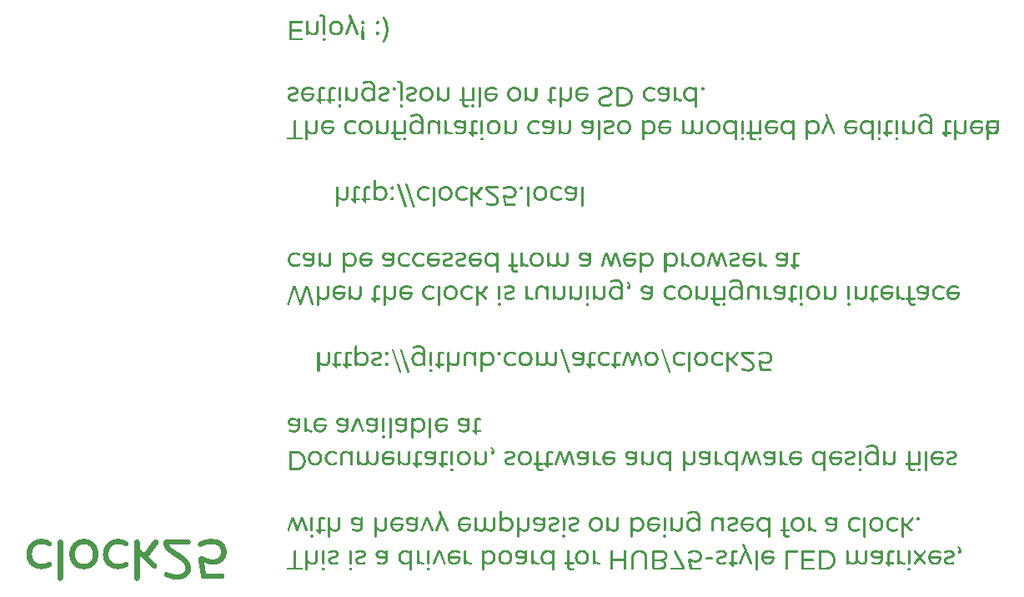
<source format=gbr>
%TF.GenerationSoftware,KiCad,Pcbnew,7.0.1*%
%TF.CreationDate,2023-04-30T23:40:34+01:00*%
%TF.ProjectId,clock25,636c6f63-6b32-4352-9e6b-696361645f70,rev?*%
%TF.SameCoordinates,Original*%
%TF.FileFunction,Legend,Bot*%
%TF.FilePolarity,Positive*%
%FSLAX46Y46*%
G04 Gerber Fmt 4.6, Leading zero omitted, Abs format (unit mm)*
G04 Created by KiCad (PCBNEW 7.0.1) date 2023-04-30 23:40:34*
%MOMM*%
%LPD*%
G01*
G04 APERTURE LIST*
%ADD10C,0.400000*%
%ADD11C,0.150000*%
G04 APERTURE END LIST*
D10*
G36*
X104665159Y-124569473D02*
G01*
X104614455Y-124570183D01*
X104564195Y-124572313D01*
X104514377Y-124575862D01*
X104465002Y-124580831D01*
X104416069Y-124587219D01*
X104367579Y-124595027D01*
X104319532Y-124604255D01*
X104271928Y-124614903D01*
X104224766Y-124626970D01*
X104178047Y-124640456D01*
X104131770Y-124655363D01*
X104085937Y-124671689D01*
X104040546Y-124689435D01*
X103995597Y-124708600D01*
X103951092Y-124729185D01*
X103907029Y-124751190D01*
X103863844Y-124774656D01*
X103821727Y-124799382D01*
X103780679Y-124825367D01*
X103740700Y-124852612D01*
X103701789Y-124881116D01*
X103663946Y-124910879D01*
X103627172Y-124941902D01*
X103591467Y-124974184D01*
X103556830Y-125007725D01*
X103523262Y-125042526D01*
X103490763Y-125078586D01*
X103459332Y-125115906D01*
X103428969Y-125154485D01*
X103399675Y-125194323D01*
X103371450Y-125235421D01*
X103344293Y-125277778D01*
X103318503Y-125321409D01*
X103294376Y-125366087D01*
X103271914Y-125411810D01*
X103251115Y-125458578D01*
X103231980Y-125506393D01*
X103214509Y-125555253D01*
X103198702Y-125605158D01*
X103184559Y-125656110D01*
X103172079Y-125708107D01*
X103161264Y-125761149D01*
X103152112Y-125815238D01*
X103144625Y-125870372D01*
X103138801Y-125926551D01*
X103134641Y-125983777D01*
X103132146Y-126042048D01*
X103131314Y-126101364D01*
X103132146Y-126161376D01*
X103134641Y-126220265D01*
X103138801Y-126278032D01*
X103144625Y-126334677D01*
X103152112Y-126390201D01*
X103161264Y-126444602D01*
X103172079Y-126497881D01*
X103184559Y-126550039D01*
X103198702Y-126601074D01*
X103214509Y-126650987D01*
X103231980Y-126699779D01*
X103251115Y-126747448D01*
X103271914Y-126793995D01*
X103294376Y-126839421D01*
X103318503Y-126883724D01*
X103344293Y-126926905D01*
X103371450Y-126969022D01*
X103399675Y-127009887D01*
X103428969Y-127049500D01*
X103459332Y-127087861D01*
X103490763Y-127124971D01*
X103523262Y-127160829D01*
X103556830Y-127195435D01*
X103591467Y-127228789D01*
X103627172Y-127260892D01*
X103663946Y-127291743D01*
X103701789Y-127321342D01*
X103740700Y-127349690D01*
X103780679Y-127376785D01*
X103821727Y-127402629D01*
X103863844Y-127427221D01*
X103907029Y-127450562D01*
X103951092Y-127472685D01*
X103995597Y-127493381D01*
X104040546Y-127512649D01*
X104085937Y-127530490D01*
X104131770Y-127546904D01*
X104178047Y-127561891D01*
X104224766Y-127575450D01*
X104271928Y-127587582D01*
X104319532Y-127598287D01*
X104367579Y-127607564D01*
X104416069Y-127615414D01*
X104465002Y-127621837D01*
X104514377Y-127626833D01*
X104564195Y-127630401D01*
X104614455Y-127632542D01*
X104665159Y-127633256D01*
X104706978Y-127632912D01*
X104747926Y-127631882D01*
X104788005Y-127630164D01*
X104827214Y-127627760D01*
X104884395Y-127622866D01*
X104939619Y-127616426D01*
X104992885Y-127608440D01*
X105044193Y-127598909D01*
X105093543Y-127587832D01*
X105140936Y-127575210D01*
X105186371Y-127561042D01*
X105229848Y-127545328D01*
X105271617Y-127528756D01*
X105311925Y-127512012D01*
X105350774Y-127495096D01*
X105388163Y-127478009D01*
X105424093Y-127460750D01*
X105469728Y-127437470D01*
X105512768Y-127413885D01*
X105553213Y-127389995D01*
X105591063Y-127365800D01*
X105600120Y-127359704D01*
X105636428Y-127332651D01*
X105666581Y-127302784D01*
X105690581Y-127270102D01*
X105708427Y-127234605D01*
X105720119Y-127196295D01*
X105725657Y-127155169D01*
X105726150Y-127137931D01*
X105722784Y-127098935D01*
X105712686Y-127060594D01*
X105695856Y-127022907D01*
X105672294Y-126985875D01*
X105655808Y-126965007D01*
X105623778Y-126933030D01*
X105588381Y-126908908D01*
X105549619Y-126892639D01*
X105507491Y-126884224D01*
X105481907Y-126882942D01*
X105442417Y-126885955D01*
X105403081Y-126894997D01*
X105363900Y-126910067D01*
X105342200Y-126921043D01*
X105306388Y-126940598D01*
X105270759Y-126959206D01*
X105235313Y-126976868D01*
X105191264Y-126997615D01*
X105147500Y-127016882D01*
X105104023Y-127034671D01*
X105060832Y-127050981D01*
X105016205Y-127065616D01*
X104977790Y-127075539D01*
X104936964Y-127083873D01*
X104893725Y-127090621D01*
X104848075Y-127095780D01*
X104800012Y-127099352D01*
X104749538Y-127101337D01*
X104710099Y-127101783D01*
X104651454Y-127100699D01*
X104594466Y-127097448D01*
X104539133Y-127092029D01*
X104485457Y-127084442D01*
X104433437Y-127074687D01*
X104383073Y-127062765D01*
X104334366Y-127048676D01*
X104287315Y-127032418D01*
X104241920Y-127013993D01*
X104198182Y-126993400D01*
X104156099Y-126970640D01*
X104115673Y-126945712D01*
X104076904Y-126918616D01*
X104039790Y-126889353D01*
X104004333Y-126857922D01*
X103970532Y-126824323D01*
X103938590Y-126788984D01*
X103908708Y-126752333D01*
X103880887Y-126714368D01*
X103855127Y-126675091D01*
X103831428Y-126634501D01*
X103809790Y-126592598D01*
X103790212Y-126549382D01*
X103772695Y-126504854D01*
X103757239Y-126459012D01*
X103743844Y-126411858D01*
X103732510Y-126363391D01*
X103723236Y-126313612D01*
X103716023Y-126262519D01*
X103710871Y-126210114D01*
X103707780Y-126156395D01*
X103706750Y-126101364D01*
X103707780Y-126046334D01*
X103710871Y-125992615D01*
X103716023Y-125940210D01*
X103723236Y-125889117D01*
X103732510Y-125839338D01*
X103743844Y-125790871D01*
X103757239Y-125743717D01*
X103772695Y-125697875D01*
X103790212Y-125653347D01*
X103809790Y-125610131D01*
X103831428Y-125568228D01*
X103855127Y-125527638D01*
X103880887Y-125488361D01*
X103908708Y-125450396D01*
X103938590Y-125413745D01*
X103970532Y-125378406D01*
X104004333Y-125344807D01*
X104039790Y-125313376D01*
X104076904Y-125284113D01*
X104115673Y-125257017D01*
X104156099Y-125232089D01*
X104198182Y-125209329D01*
X104241920Y-125188736D01*
X104287315Y-125170311D01*
X104334366Y-125154053D01*
X104383073Y-125139964D01*
X104433437Y-125128041D01*
X104485457Y-125118287D01*
X104539133Y-125110700D01*
X104594466Y-125105281D01*
X104651454Y-125102030D01*
X104710099Y-125100946D01*
X104749538Y-125101409D01*
X104800012Y-125103470D01*
X104848075Y-125107180D01*
X104893725Y-125112538D01*
X104936964Y-125119544D01*
X104977790Y-125128200D01*
X105016205Y-125138504D01*
X105060832Y-125153702D01*
X105104047Y-125170971D01*
X105147596Y-125189194D01*
X105191478Y-125208371D01*
X105235695Y-125228502D01*
X105271308Y-125245293D01*
X105307136Y-125262696D01*
X105343177Y-125280709D01*
X105381800Y-125299127D01*
X105420732Y-125311517D01*
X105459973Y-125317880D01*
X105481907Y-125318810D01*
X105525958Y-125314837D01*
X105566644Y-125302916D01*
X105603963Y-125283047D01*
X105637917Y-125255231D01*
X105655808Y-125235768D01*
X105679713Y-125204718D01*
X105701351Y-125167800D01*
X105716258Y-125130133D01*
X105724432Y-125091718D01*
X105726150Y-125063821D01*
X105723049Y-125021827D01*
X105713747Y-124982553D01*
X105698243Y-124945998D01*
X105676538Y-124912161D01*
X105648631Y-124881044D01*
X105614523Y-124852646D01*
X105599143Y-124842048D01*
X105562171Y-124819334D01*
X105522573Y-124796619D01*
X105480350Y-124773905D01*
X105435501Y-124751190D01*
X105400141Y-124734154D01*
X105363304Y-124717118D01*
X105324990Y-124700082D01*
X105285200Y-124683046D01*
X105243932Y-124666010D01*
X105229848Y-124660332D01*
X105186371Y-124644094D01*
X105140936Y-124629454D01*
X105093543Y-124616411D01*
X105044193Y-124604965D01*
X104992885Y-124595116D01*
X104939619Y-124586864D01*
X104884395Y-124580210D01*
X104827214Y-124575152D01*
X104788005Y-124572668D01*
X104747926Y-124570893D01*
X104706978Y-124569828D01*
X104665159Y-124569473D01*
G37*
G36*
X106572207Y-124632000D02*
G01*
X106528781Y-124634850D01*
X106487897Y-124643403D01*
X106449555Y-124657656D01*
X106413754Y-124677612D01*
X106380495Y-124703269D01*
X106369974Y-124713088D01*
X106342084Y-124745168D01*
X106319965Y-124779858D01*
X106303616Y-124817158D01*
X106293037Y-124857069D01*
X106288229Y-124899590D01*
X106287908Y-124914344D01*
X106287908Y-128533046D01*
X106290793Y-128578395D01*
X106299449Y-128620653D01*
X106313874Y-128659820D01*
X106334070Y-128695895D01*
X106360036Y-128728879D01*
X106369974Y-128739187D01*
X106402386Y-128767077D01*
X106437339Y-128789196D01*
X106474834Y-128805545D01*
X106514871Y-128816124D01*
X106557449Y-128820932D01*
X106572207Y-128821253D01*
X106617590Y-128818368D01*
X106659951Y-128809712D01*
X106699289Y-128795287D01*
X106735605Y-128775091D01*
X106768899Y-128749125D01*
X106779325Y-128739187D01*
X106807546Y-128707233D01*
X106829929Y-128672188D01*
X106846472Y-128634052D01*
X106857177Y-128592825D01*
X106862043Y-128548506D01*
X106862367Y-128533046D01*
X106862367Y-124914344D01*
X106859448Y-124870953D01*
X106850689Y-124830172D01*
X106836092Y-124792001D01*
X106815656Y-124756441D01*
X106789381Y-124723491D01*
X106779325Y-124713088D01*
X106747039Y-124685531D01*
X106711731Y-124663675D01*
X106673400Y-124647520D01*
X106632046Y-124637068D01*
X106587670Y-124632316D01*
X106572207Y-124632000D01*
G37*
G36*
X109031416Y-124570229D02*
G01*
X109085420Y-124572496D01*
X109138547Y-124576274D01*
X109190795Y-124581563D01*
X109242167Y-124588364D01*
X109292660Y-124596676D01*
X109342276Y-124606499D01*
X109391014Y-124617833D01*
X109438874Y-124630679D01*
X109485856Y-124645036D01*
X109531961Y-124660904D01*
X109577188Y-124678284D01*
X109621537Y-124697174D01*
X109665008Y-124717576D01*
X109707602Y-124739489D01*
X109749318Y-124762914D01*
X109790141Y-124787800D01*
X109829811Y-124813854D01*
X109868329Y-124841075D01*
X109905694Y-124869465D01*
X109941907Y-124899022D01*
X109976967Y-124929747D01*
X110010875Y-124961640D01*
X110043630Y-124994700D01*
X110075233Y-125028928D01*
X110105683Y-125064325D01*
X110134981Y-125100889D01*
X110163126Y-125138620D01*
X110190119Y-125177520D01*
X110215959Y-125217587D01*
X110240647Y-125258822D01*
X110264182Y-125301225D01*
X110286541Y-125344765D01*
X110307458Y-125389168D01*
X110326933Y-125434433D01*
X110344965Y-125480560D01*
X110361554Y-125527550D01*
X110376701Y-125575403D01*
X110390406Y-125624118D01*
X110402667Y-125673695D01*
X110413487Y-125724135D01*
X110422863Y-125775438D01*
X110430797Y-125827603D01*
X110437289Y-125880630D01*
X110442338Y-125934520D01*
X110445944Y-125989272D01*
X110448108Y-126044887D01*
X110448829Y-126101364D01*
X110448108Y-126157838D01*
X110445944Y-126213441D01*
X110442338Y-126268175D01*
X110437289Y-126322038D01*
X110430797Y-126375031D01*
X110422863Y-126427154D01*
X110413487Y-126478407D01*
X110402667Y-126528789D01*
X110390406Y-126578302D01*
X110376701Y-126626945D01*
X110361554Y-126674717D01*
X110344965Y-126721619D01*
X110326933Y-126767651D01*
X110307458Y-126812813D01*
X110286541Y-126857105D01*
X110264182Y-126900527D01*
X110240647Y-126943044D01*
X110215959Y-126984379D01*
X110190119Y-127024530D01*
X110163126Y-127063498D01*
X110134981Y-127101283D01*
X110105683Y-127137885D01*
X110075233Y-127173304D01*
X110043630Y-127207540D01*
X110010875Y-127240593D01*
X109976967Y-127272463D01*
X109941907Y-127303150D01*
X109905694Y-127332654D01*
X109868329Y-127360974D01*
X109829811Y-127388112D01*
X109790141Y-127414067D01*
X109749318Y-127438838D01*
X109707602Y-127462381D01*
X109665008Y-127484405D01*
X109621537Y-127504910D01*
X109577188Y-127523896D01*
X109531961Y-127541363D01*
X109485856Y-127557311D01*
X109438874Y-127571741D01*
X109391014Y-127584651D01*
X109342276Y-127596043D01*
X109292660Y-127605916D01*
X109242167Y-127614270D01*
X109190795Y-127621105D01*
X109138547Y-127626421D01*
X109085420Y-127630218D01*
X109031416Y-127632496D01*
X108976533Y-127633256D01*
X108921754Y-127632496D01*
X108867815Y-127630218D01*
X108814715Y-127626421D01*
X108762455Y-127621105D01*
X108711034Y-127614270D01*
X108660453Y-127605916D01*
X108610711Y-127596043D01*
X108561809Y-127584651D01*
X108513747Y-127571741D01*
X108466524Y-127557311D01*
X108420141Y-127541363D01*
X108374597Y-127523896D01*
X108329893Y-127504910D01*
X108286028Y-127484405D01*
X108243003Y-127462381D01*
X108200818Y-127438838D01*
X108159648Y-127414067D01*
X108119668Y-127388112D01*
X108080880Y-127360974D01*
X108043282Y-127332654D01*
X108006874Y-127303150D01*
X107971657Y-127272463D01*
X107937631Y-127240593D01*
X107904796Y-127207540D01*
X107873151Y-127173304D01*
X107842697Y-127137885D01*
X107813434Y-127101283D01*
X107785361Y-127063498D01*
X107758479Y-127024530D01*
X107732788Y-126984379D01*
X107708287Y-126943044D01*
X107684977Y-126900527D01*
X107663091Y-126857105D01*
X107642616Y-126812813D01*
X107623554Y-126767651D01*
X107605904Y-126721619D01*
X107589665Y-126674717D01*
X107574839Y-126626945D01*
X107561425Y-126578302D01*
X107549422Y-126528789D01*
X107538832Y-126478407D01*
X107529654Y-126427154D01*
X107521888Y-126375031D01*
X107515534Y-126322038D01*
X107510592Y-126268175D01*
X107507062Y-126213441D01*
X107504944Y-126157838D01*
X107504311Y-126107226D01*
X108079674Y-126107226D01*
X108079806Y-126129920D01*
X108080867Y-126174448D01*
X108082989Y-126217832D01*
X108086172Y-126260071D01*
X108090416Y-126301165D01*
X108095720Y-126341114D01*
X108105666Y-126398890D01*
X108118000Y-126454091D01*
X108132720Y-126506716D01*
X108149828Y-126556765D01*
X108169322Y-126604238D01*
X108191204Y-126649134D01*
X108215473Y-126691455D01*
X108232734Y-126718330D01*
X108259699Y-126756838D01*
X108287952Y-126793182D01*
X108317493Y-126827363D01*
X108348322Y-126859380D01*
X108380439Y-126889233D01*
X108413844Y-126916922D01*
X108448537Y-126942447D01*
X108484518Y-126965809D01*
X108521787Y-126987006D01*
X108560344Y-127006040D01*
X108599527Y-127023150D01*
X108638677Y-127038578D01*
X108677792Y-127052322D01*
X108716873Y-127064383D01*
X108755919Y-127074762D01*
X108794931Y-127083457D01*
X108833909Y-127090470D01*
X108872852Y-127095799D01*
X108924723Y-127100287D01*
X108976533Y-127101783D01*
X109028298Y-127100287D01*
X109080031Y-127095799D01*
X109118812Y-127090470D01*
X109157575Y-127083457D01*
X109196320Y-127074762D01*
X109235049Y-127064383D01*
X109273761Y-127052322D01*
X109312455Y-127038578D01*
X109351132Y-127023150D01*
X109389792Y-127006040D01*
X109415411Y-126993591D01*
X109452823Y-126973115D01*
X109489016Y-126950475D01*
X109523989Y-126925671D01*
X109557744Y-126898703D01*
X109590278Y-126869571D01*
X109621594Y-126838276D01*
X109651690Y-126804816D01*
X109680567Y-126769193D01*
X109708225Y-126731406D01*
X109734663Y-126691455D01*
X109751463Y-126663528D01*
X109774629Y-126619489D01*
X109795358Y-126572875D01*
X109813647Y-126523685D01*
X109829498Y-126471919D01*
X109842911Y-126417577D01*
X109853884Y-126360659D01*
X109859845Y-126321282D01*
X109864723Y-126280761D01*
X109868516Y-126239095D01*
X109871226Y-126196283D01*
X109872851Y-126152327D01*
X109873393Y-126107226D01*
X109873258Y-126084530D01*
X109872174Y-126039978D01*
X109870006Y-125996549D01*
X109866755Y-125954242D01*
X109862419Y-125913056D01*
X109857000Y-125872993D01*
X109846839Y-125815001D01*
X109834240Y-125759534D01*
X109819202Y-125706592D01*
X109801725Y-125656174D01*
X109781810Y-125608280D01*
X109759456Y-125562911D01*
X109734663Y-125520066D01*
X109717173Y-125492826D01*
X109689922Y-125453768D01*
X109661451Y-125416874D01*
X109631762Y-125382144D01*
X109600852Y-125349577D01*
X109568724Y-125319175D01*
X109535376Y-125290936D01*
X109500809Y-125264861D01*
X109465023Y-125240950D01*
X109428017Y-125219203D01*
X109389792Y-125199620D01*
X109351132Y-125181986D01*
X109312455Y-125166086D01*
X109273761Y-125151921D01*
X109235049Y-125139490D01*
X109196320Y-125128794D01*
X109157575Y-125119833D01*
X109118812Y-125112606D01*
X109080031Y-125107113D01*
X109028298Y-125102488D01*
X108976533Y-125100946D01*
X108963587Y-125101042D01*
X108911761Y-125103355D01*
X108872852Y-125107113D01*
X108833909Y-125112606D01*
X108794931Y-125119833D01*
X108755919Y-125128794D01*
X108716873Y-125139490D01*
X108677792Y-125151921D01*
X108638677Y-125166086D01*
X108599527Y-125181986D01*
X108560344Y-125199620D01*
X108534496Y-125212435D01*
X108496798Y-125233461D01*
X108460387Y-125256651D01*
X108425265Y-125282004D01*
X108391431Y-125309522D01*
X108358884Y-125339203D01*
X108327626Y-125371048D01*
X108297656Y-125405057D01*
X108268973Y-125441229D01*
X108241579Y-125479566D01*
X108215473Y-125520066D01*
X108199028Y-125548349D01*
X108176351Y-125592877D01*
X108156061Y-125639929D01*
X108138157Y-125689505D01*
X108122641Y-125741606D01*
X108109512Y-125796232D01*
X108098770Y-125853382D01*
X108092935Y-125892884D01*
X108088161Y-125933509D01*
X108084448Y-125975255D01*
X108081796Y-126018123D01*
X108080204Y-126062114D01*
X108079674Y-126107226D01*
X107504311Y-126107226D01*
X107504238Y-126101364D01*
X107504944Y-126044887D01*
X107507062Y-125989272D01*
X107510592Y-125934520D01*
X107515534Y-125880630D01*
X107521888Y-125827603D01*
X107529654Y-125775438D01*
X107538832Y-125724135D01*
X107549422Y-125673695D01*
X107561425Y-125624118D01*
X107574839Y-125575403D01*
X107589665Y-125527550D01*
X107605904Y-125480560D01*
X107623554Y-125434433D01*
X107642616Y-125389168D01*
X107663091Y-125344765D01*
X107684977Y-125301225D01*
X107708287Y-125258822D01*
X107732788Y-125217587D01*
X107758479Y-125177520D01*
X107785361Y-125138620D01*
X107813434Y-125100889D01*
X107842697Y-125064325D01*
X107873151Y-125028928D01*
X107904796Y-124994700D01*
X107937631Y-124961640D01*
X107971657Y-124929747D01*
X108006874Y-124899022D01*
X108043282Y-124869465D01*
X108080880Y-124841075D01*
X108119668Y-124813854D01*
X108159648Y-124787800D01*
X108200818Y-124762914D01*
X108243003Y-124739489D01*
X108286028Y-124717576D01*
X108329893Y-124697174D01*
X108374597Y-124678284D01*
X108420141Y-124660904D01*
X108466524Y-124645036D01*
X108513747Y-124630679D01*
X108561809Y-124617833D01*
X108610711Y-124606499D01*
X108660453Y-124596676D01*
X108711034Y-124588364D01*
X108762455Y-124581563D01*
X108814715Y-124576274D01*
X108867815Y-124572496D01*
X108921754Y-124570229D01*
X108976533Y-124569473D01*
X109031416Y-124570229D01*
G37*
G36*
X112441851Y-124569473D02*
G01*
X112391148Y-124570183D01*
X112340887Y-124572313D01*
X112291069Y-124575862D01*
X112241694Y-124580831D01*
X112192761Y-124587219D01*
X112144272Y-124595027D01*
X112096224Y-124604255D01*
X112048620Y-124614903D01*
X112001458Y-124626970D01*
X111954739Y-124640456D01*
X111908463Y-124655363D01*
X111862629Y-124671689D01*
X111817238Y-124689435D01*
X111772290Y-124708600D01*
X111727784Y-124729185D01*
X111683721Y-124751190D01*
X111640536Y-124774656D01*
X111598419Y-124799382D01*
X111557371Y-124825367D01*
X111517392Y-124852612D01*
X111478481Y-124881116D01*
X111440638Y-124910879D01*
X111403865Y-124941902D01*
X111368159Y-124974184D01*
X111333523Y-125007725D01*
X111299955Y-125042526D01*
X111267455Y-125078586D01*
X111236024Y-125115906D01*
X111205662Y-125154485D01*
X111176368Y-125194323D01*
X111148142Y-125235421D01*
X111120986Y-125277778D01*
X111095195Y-125321409D01*
X111071068Y-125366087D01*
X111048606Y-125411810D01*
X111027807Y-125458578D01*
X111008672Y-125506393D01*
X110991201Y-125555253D01*
X110975394Y-125605158D01*
X110961251Y-125656110D01*
X110948772Y-125708107D01*
X110937956Y-125761149D01*
X110928805Y-125815238D01*
X110921317Y-125870372D01*
X110915493Y-125926551D01*
X110911334Y-125983777D01*
X110908838Y-126042048D01*
X110908006Y-126101364D01*
X110908838Y-126161376D01*
X110911334Y-126220265D01*
X110915493Y-126278032D01*
X110921317Y-126334677D01*
X110928805Y-126390201D01*
X110937956Y-126444602D01*
X110948772Y-126497881D01*
X110961251Y-126550039D01*
X110975394Y-126601074D01*
X110991201Y-126650987D01*
X111008672Y-126699779D01*
X111027807Y-126747448D01*
X111048606Y-126793995D01*
X111071068Y-126839421D01*
X111095195Y-126883724D01*
X111120986Y-126926905D01*
X111148142Y-126969022D01*
X111176368Y-127009887D01*
X111205662Y-127049500D01*
X111236024Y-127087861D01*
X111267455Y-127124971D01*
X111299955Y-127160829D01*
X111333523Y-127195435D01*
X111368159Y-127228789D01*
X111403865Y-127260892D01*
X111440638Y-127291743D01*
X111478481Y-127321342D01*
X111517392Y-127349690D01*
X111557371Y-127376785D01*
X111598419Y-127402629D01*
X111640536Y-127427221D01*
X111683721Y-127450562D01*
X111727784Y-127472685D01*
X111772290Y-127493381D01*
X111817238Y-127512649D01*
X111862629Y-127530490D01*
X111908463Y-127546904D01*
X111954739Y-127561891D01*
X112001458Y-127575450D01*
X112048620Y-127587582D01*
X112096224Y-127598287D01*
X112144272Y-127607564D01*
X112192761Y-127615414D01*
X112241694Y-127621837D01*
X112291069Y-127626833D01*
X112340887Y-127630401D01*
X112391148Y-127632542D01*
X112441851Y-127633256D01*
X112483670Y-127632912D01*
X112524619Y-127631882D01*
X112564697Y-127630164D01*
X112603906Y-127627760D01*
X112661088Y-127622866D01*
X112716311Y-127616426D01*
X112769577Y-127608440D01*
X112820885Y-127598909D01*
X112870236Y-127587832D01*
X112917628Y-127575210D01*
X112963063Y-127561042D01*
X113006540Y-127545328D01*
X113048309Y-127528756D01*
X113088617Y-127512012D01*
X113127466Y-127495096D01*
X113164856Y-127478009D01*
X113200785Y-127460750D01*
X113246420Y-127437470D01*
X113289460Y-127413885D01*
X113329906Y-127389995D01*
X113367756Y-127365800D01*
X113376813Y-127359704D01*
X113413120Y-127332651D01*
X113443273Y-127302784D01*
X113467273Y-127270102D01*
X113485119Y-127234605D01*
X113496811Y-127196295D01*
X113502350Y-127155169D01*
X113502842Y-127137931D01*
X113499476Y-127098935D01*
X113489378Y-127060594D01*
X113472548Y-127022907D01*
X113448986Y-126985875D01*
X113432500Y-126965007D01*
X113400470Y-126933030D01*
X113365074Y-126908908D01*
X113326312Y-126892639D01*
X113284183Y-126884224D01*
X113258599Y-126882942D01*
X113219109Y-126885955D01*
X113179773Y-126894997D01*
X113140593Y-126910067D01*
X113118892Y-126921043D01*
X113083080Y-126940598D01*
X113047451Y-126959206D01*
X113012005Y-126976868D01*
X112967956Y-126997615D01*
X112924192Y-127016882D01*
X112880715Y-127034671D01*
X112837524Y-127050981D01*
X112792898Y-127065616D01*
X112754483Y-127075539D01*
X112713656Y-127083873D01*
X112670417Y-127090621D01*
X112624767Y-127095780D01*
X112576704Y-127099352D01*
X112526230Y-127101337D01*
X112486792Y-127101783D01*
X112428147Y-127100699D01*
X112371158Y-127097448D01*
X112315825Y-127092029D01*
X112262149Y-127084442D01*
X112210129Y-127074687D01*
X112159766Y-127062765D01*
X112111058Y-127048676D01*
X112064007Y-127032418D01*
X112018612Y-127013993D01*
X111974874Y-126993400D01*
X111932792Y-126970640D01*
X111892366Y-126945712D01*
X111853596Y-126918616D01*
X111816482Y-126889353D01*
X111781025Y-126857922D01*
X111747224Y-126824323D01*
X111715282Y-126788984D01*
X111685400Y-126752333D01*
X111657580Y-126714368D01*
X111631820Y-126675091D01*
X111608120Y-126634501D01*
X111586482Y-126592598D01*
X111566904Y-126549382D01*
X111549388Y-126504854D01*
X111533932Y-126459012D01*
X111520536Y-126411858D01*
X111509202Y-126363391D01*
X111499928Y-126313612D01*
X111492716Y-126262519D01*
X111487564Y-126210114D01*
X111484472Y-126156395D01*
X111483442Y-126101364D01*
X111484472Y-126046334D01*
X111487564Y-125992615D01*
X111492716Y-125940210D01*
X111499928Y-125889117D01*
X111509202Y-125839338D01*
X111520536Y-125790871D01*
X111533932Y-125743717D01*
X111549388Y-125697875D01*
X111566904Y-125653347D01*
X111586482Y-125610131D01*
X111608120Y-125568228D01*
X111631820Y-125527638D01*
X111657580Y-125488361D01*
X111685400Y-125450396D01*
X111715282Y-125413745D01*
X111747224Y-125378406D01*
X111781025Y-125344807D01*
X111816482Y-125313376D01*
X111853596Y-125284113D01*
X111892366Y-125257017D01*
X111932792Y-125232089D01*
X111974874Y-125209329D01*
X112018612Y-125188736D01*
X112064007Y-125170311D01*
X112111058Y-125154053D01*
X112159766Y-125139964D01*
X112210129Y-125128041D01*
X112262149Y-125118287D01*
X112315825Y-125110700D01*
X112371158Y-125105281D01*
X112428147Y-125102030D01*
X112486792Y-125100946D01*
X112526230Y-125101409D01*
X112576704Y-125103470D01*
X112624767Y-125107180D01*
X112670417Y-125112538D01*
X112713656Y-125119544D01*
X112754483Y-125128200D01*
X112792898Y-125138504D01*
X112837524Y-125153702D01*
X112880739Y-125170971D01*
X112924288Y-125189194D01*
X112968170Y-125208371D01*
X113012387Y-125228502D01*
X113048001Y-125245293D01*
X113083828Y-125262696D01*
X113119869Y-125280709D01*
X113158492Y-125299127D01*
X113197424Y-125311517D01*
X113236665Y-125317880D01*
X113258599Y-125318810D01*
X113302651Y-125314837D01*
X113343336Y-125302916D01*
X113380656Y-125283047D01*
X113414609Y-125255231D01*
X113432500Y-125235768D01*
X113456405Y-125204718D01*
X113478044Y-125167800D01*
X113492950Y-125130133D01*
X113501125Y-125091718D01*
X113502842Y-125063821D01*
X113499741Y-125021827D01*
X113490439Y-124982553D01*
X113474935Y-124945998D01*
X113453230Y-124912161D01*
X113425323Y-124881044D01*
X113391215Y-124852646D01*
X113375836Y-124842048D01*
X113338863Y-124819334D01*
X113299265Y-124796619D01*
X113257042Y-124773905D01*
X113212193Y-124751190D01*
X113176833Y-124734154D01*
X113139996Y-124717118D01*
X113101683Y-124700082D01*
X113061892Y-124683046D01*
X113020624Y-124666010D01*
X113006540Y-124660332D01*
X112963063Y-124644094D01*
X112917628Y-124629454D01*
X112870236Y-124616411D01*
X112820885Y-124604965D01*
X112769577Y-124595116D01*
X112716311Y-124586864D01*
X112661088Y-124580210D01*
X112603906Y-124575152D01*
X112564697Y-124572668D01*
X112524619Y-124570893D01*
X112483670Y-124569828D01*
X112441851Y-124569473D01*
G37*
G36*
X114348899Y-124632000D02*
G01*
X114305473Y-124634850D01*
X114264590Y-124643403D01*
X114226247Y-124657656D01*
X114190447Y-124677612D01*
X114157188Y-124703269D01*
X114146666Y-124713088D01*
X114118777Y-124745168D01*
X114096657Y-124779858D01*
X114080308Y-124817158D01*
X114069730Y-124857069D01*
X114064921Y-124899590D01*
X114064600Y-124914344D01*
X114064600Y-128533046D01*
X114067486Y-128576506D01*
X114076141Y-128617493D01*
X114090566Y-128656007D01*
X114110762Y-128692048D01*
X114136728Y-128725616D01*
X114146666Y-128736256D01*
X114178780Y-128765142D01*
X114213573Y-128788051D01*
X114251045Y-128804984D01*
X114291197Y-128815941D01*
X114334027Y-128820921D01*
X114348899Y-128821253D01*
X114392725Y-128818230D01*
X114434079Y-128809163D01*
X114472959Y-128794050D01*
X114509367Y-128772893D01*
X114543301Y-128745690D01*
X114554063Y-128735279D01*
X114582949Y-128702169D01*
X114605858Y-128666586D01*
X114622791Y-128628530D01*
X114633747Y-128588001D01*
X114638728Y-128544999D01*
X114639060Y-128530115D01*
X114639060Y-126293828D01*
X115926708Y-127489641D01*
X115958484Y-127513913D01*
X115993485Y-127535929D01*
X116010727Y-127545328D01*
X116047547Y-127560807D01*
X116087664Y-127569142D01*
X116116240Y-127570729D01*
X116155823Y-127569081D01*
X116200536Y-127562383D01*
X116239953Y-127550534D01*
X116280265Y-127529513D01*
X116312951Y-127501074D01*
X116338013Y-127465217D01*
X116357270Y-127426016D01*
X116372543Y-127386815D01*
X116383831Y-127347614D01*
X116391136Y-127308413D01*
X116394456Y-127269212D01*
X116394677Y-127256145D01*
X116390599Y-127216503D01*
X116380465Y-127177285D01*
X116376115Y-127164309D01*
X116357465Y-127127095D01*
X116333449Y-127094242D01*
X116305483Y-127063223D01*
X116289164Y-127047073D01*
X115500748Y-126361239D01*
X116501167Y-125071637D01*
X116525530Y-125036214D01*
X116543910Y-125000043D01*
X116557587Y-124957789D01*
X116563449Y-124914558D01*
X116563693Y-124903598D01*
X116560774Y-124859153D01*
X116552015Y-124818143D01*
X116537418Y-124780568D01*
X116516982Y-124746427D01*
X116490707Y-124715721D01*
X116480651Y-124706249D01*
X116448067Y-124681016D01*
X116412598Y-124661003D01*
X116374245Y-124646211D01*
X116333006Y-124636640D01*
X116288882Y-124632290D01*
X116273533Y-124632000D01*
X116232822Y-124634814D01*
X116193734Y-124643258D01*
X116156268Y-124657330D01*
X116120423Y-124677032D01*
X116086200Y-124702362D01*
X116053600Y-124733322D01*
X116041014Y-124747282D01*
X115092374Y-126000736D01*
X114639060Y-125601155D01*
X114639060Y-124909459D01*
X114636071Y-124866801D01*
X114627107Y-124826753D01*
X114612166Y-124789315D01*
X114591249Y-124754487D01*
X114564356Y-124722270D01*
X114554063Y-124712111D01*
X114520953Y-124684886D01*
X114485370Y-124663293D01*
X114447314Y-124647333D01*
X114406785Y-124637006D01*
X114363783Y-124632312D01*
X114348899Y-124632000D01*
G37*
G36*
X117367741Y-124632000D02*
G01*
X117324359Y-124634242D01*
X117283362Y-124640968D01*
X117244751Y-124652178D01*
X117208525Y-124667873D01*
X117174684Y-124688051D01*
X117143228Y-124712714D01*
X117131314Y-124723835D01*
X117104294Y-124753774D01*
X117081854Y-124786193D01*
X117063994Y-124821093D01*
X117050713Y-124858474D01*
X117042012Y-124898335D01*
X117037891Y-124940677D01*
X117037524Y-124958308D01*
X117038993Y-125016002D01*
X117043398Y-125072579D01*
X117050739Y-125128041D01*
X117061017Y-125182385D01*
X117074232Y-125235614D01*
X117090384Y-125287727D01*
X117109472Y-125338723D01*
X117131497Y-125388603D01*
X117156458Y-125437366D01*
X117184356Y-125485014D01*
X117204586Y-125516159D01*
X117236718Y-125562292D01*
X117270463Y-125607635D01*
X117305823Y-125652189D01*
X117342797Y-125695952D01*
X117381386Y-125738925D01*
X117421589Y-125781109D01*
X117449287Y-125808792D01*
X117477703Y-125836124D01*
X117506837Y-125863106D01*
X117536688Y-125889736D01*
X117567257Y-125916015D01*
X117598543Y-125941943D01*
X117630546Y-125967519D01*
X117663133Y-125992837D01*
X117695927Y-126017986D01*
X117728926Y-126042968D01*
X117762132Y-126067781D01*
X117795543Y-126092427D01*
X117829161Y-126116904D01*
X117862985Y-126141214D01*
X117897015Y-126165356D01*
X117931251Y-126189330D01*
X117965693Y-126213136D01*
X118000341Y-126236774D01*
X118035195Y-126260244D01*
X118070256Y-126283547D01*
X118105522Y-126306681D01*
X118140994Y-126329648D01*
X118176673Y-126352446D01*
X118212447Y-126375264D01*
X118247961Y-126398043D01*
X118283216Y-126420785D01*
X118318212Y-126443488D01*
X118352948Y-126466153D01*
X118387424Y-126488779D01*
X118421641Y-126511368D01*
X118455598Y-126533919D01*
X118489296Y-126556431D01*
X118522735Y-126578905D01*
X118555913Y-126601341D01*
X118588833Y-126623739D01*
X118621493Y-126646099D01*
X118653893Y-126668420D01*
X118686034Y-126690703D01*
X118717915Y-126712949D01*
X118764701Y-126746391D01*
X118809804Y-126780039D01*
X118853224Y-126813893D01*
X118894961Y-126847954D01*
X118935015Y-126882220D01*
X118973386Y-126916693D01*
X119010073Y-126951372D01*
X119045078Y-126986256D01*
X119078400Y-127021347D01*
X119110039Y-127056644D01*
X119130197Y-127080290D01*
X119158482Y-127116277D01*
X119183984Y-127152796D01*
X119206704Y-127189847D01*
X119226642Y-127227431D01*
X119243799Y-127265547D01*
X119258173Y-127304196D01*
X119269765Y-127343377D01*
X119278575Y-127383090D01*
X119284602Y-127423336D01*
X119287848Y-127464114D01*
X119288466Y-127491595D01*
X119286792Y-127544792D01*
X119281769Y-127596306D01*
X119273397Y-127646138D01*
X119261676Y-127694286D01*
X119246606Y-127740751D01*
X119228188Y-127785533D01*
X119206421Y-127828633D01*
X119181305Y-127870049D01*
X119152840Y-127909782D01*
X119121027Y-127947833D01*
X119097957Y-127972265D01*
X119059721Y-128006660D01*
X119016452Y-128037672D01*
X118968152Y-128065301D01*
X118914821Y-128089547D01*
X118876471Y-128103831D01*
X118835884Y-128116612D01*
X118793062Y-128127889D01*
X118748003Y-128137663D01*
X118700707Y-128145933D01*
X118651176Y-128152699D01*
X118599408Y-128157962D01*
X118545403Y-128161721D01*
X118489163Y-128163976D01*
X118430686Y-128164728D01*
X118378124Y-128164204D01*
X118326318Y-128162633D01*
X118275267Y-128160014D01*
X118224972Y-128156347D01*
X118175433Y-128151633D01*
X118126649Y-128145872D01*
X118078621Y-128139063D01*
X118031348Y-128131206D01*
X117984832Y-128122301D01*
X117939070Y-128112349D01*
X117908983Y-128105133D01*
X117864610Y-128093936D01*
X117821250Y-128082327D01*
X117778903Y-128070305D01*
X117737570Y-128057872D01*
X117697250Y-128045026D01*
X117657943Y-128031768D01*
X117619650Y-128018098D01*
X117582369Y-128004016D01*
X117534238Y-127984599D01*
X117487908Y-127964449D01*
X117450722Y-127946283D01*
X117441014Y-127942956D01*
X117400713Y-127933430D01*
X117361879Y-127930255D01*
X117318495Y-127933714D01*
X117278104Y-127944093D01*
X117240704Y-127961390D01*
X117206296Y-127985606D01*
X117187978Y-128002551D01*
X117160189Y-128035963D01*
X117139225Y-128072087D01*
X117125086Y-128110923D01*
X117117773Y-128152470D01*
X117116659Y-128177429D01*
X117120094Y-128224579D01*
X117130398Y-128267722D01*
X117147571Y-128306858D01*
X117171614Y-128341987D01*
X117202526Y-128373109D01*
X117240307Y-128400224D01*
X117257343Y-128409948D01*
X117303067Y-128431812D01*
X117350113Y-128453076D01*
X117398482Y-128473738D01*
X117448173Y-128493799D01*
X117499186Y-128513260D01*
X117551522Y-128532119D01*
X117605180Y-128550377D01*
X117660160Y-128568034D01*
X117697549Y-128579471D01*
X117735525Y-128590642D01*
X117774088Y-128601545D01*
X117813240Y-128612181D01*
X117852983Y-128622355D01*
X117893321Y-128631873D01*
X117934254Y-128640734D01*
X117975783Y-128648939D01*
X118017908Y-128656488D01*
X118060627Y-128663380D01*
X118103942Y-128669616D01*
X118147852Y-128675196D01*
X118192358Y-128680119D01*
X118237459Y-128684385D01*
X118283155Y-128687995D01*
X118329447Y-128690949D01*
X118376334Y-128693247D01*
X118423816Y-128694888D01*
X118471894Y-128695872D01*
X118520567Y-128696200D01*
X118566221Y-128695620D01*
X118611349Y-128693880D01*
X118655950Y-128690980D01*
X118700024Y-128686919D01*
X118743572Y-128681699D01*
X118786593Y-128675318D01*
X118829088Y-128667777D01*
X118871055Y-128659076D01*
X118912497Y-128649214D01*
X118953411Y-128638193D01*
X118993799Y-128626011D01*
X119033660Y-128612669D01*
X119072995Y-128598168D01*
X119111803Y-128582505D01*
X119150084Y-128565683D01*
X119187838Y-128547701D01*
X119224856Y-128528799D01*
X119260928Y-128508973D01*
X119296053Y-128488224D01*
X119330232Y-128466551D01*
X119363464Y-128443955D01*
X119395750Y-128420435D01*
X119427090Y-128395992D01*
X119457482Y-128370625D01*
X119486929Y-128344334D01*
X119515429Y-128317120D01*
X119542983Y-128288983D01*
X119569590Y-128259922D01*
X119595251Y-128229937D01*
X119619965Y-128199029D01*
X119643733Y-128167197D01*
X119666554Y-128134442D01*
X119688323Y-128100992D01*
X119708686Y-128066832D01*
X119727646Y-128031963D01*
X119745201Y-127996384D01*
X119761351Y-127960095D01*
X119776097Y-127923096D01*
X119789439Y-127885387D01*
X119801376Y-127846968D01*
X119811909Y-127807840D01*
X119821038Y-127768001D01*
X119828762Y-127727453D01*
X119835082Y-127686195D01*
X119839997Y-127644227D01*
X119843508Y-127601550D01*
X119845615Y-127558162D01*
X119846317Y-127514065D01*
X119845046Y-127458764D01*
X119841234Y-127404236D01*
X119834880Y-127350481D01*
X119825984Y-127297498D01*
X119814546Y-127245288D01*
X119800567Y-127193851D01*
X119784047Y-127143187D01*
X119764984Y-127093296D01*
X119743380Y-127044177D01*
X119719234Y-126995831D01*
X119701725Y-126964030D01*
X119674033Y-126917138D01*
X119644813Y-126870985D01*
X119614064Y-126825570D01*
X119581787Y-126780894D01*
X119547981Y-126736956D01*
X119512647Y-126693756D01*
X119475784Y-126651295D01*
X119437394Y-126609573D01*
X119397474Y-126568589D01*
X119356026Y-126528343D01*
X119327545Y-126501923D01*
X119284180Y-126462928D01*
X119240179Y-126424345D01*
X119210492Y-126398852D01*
X119180523Y-126373543D01*
X119150271Y-126348416D01*
X119119737Y-126323473D01*
X119088920Y-126298713D01*
X119057821Y-126274136D01*
X119026440Y-126249742D01*
X118994776Y-126225531D01*
X118962830Y-126201504D01*
X118930601Y-126177660D01*
X118898090Y-126153999D01*
X118865297Y-126130521D01*
X118832221Y-126107226D01*
X118799053Y-126084225D01*
X118765985Y-126061385D01*
X118733016Y-126038705D01*
X118700146Y-126016185D01*
X118667376Y-125993825D01*
X118634705Y-125971626D01*
X118602133Y-125949587D01*
X118569660Y-125927708D01*
X118521136Y-125895190D01*
X118472837Y-125863033D01*
X118424760Y-125831237D01*
X118376906Y-125799801D01*
X118329276Y-125768726D01*
X118313449Y-125758448D01*
X118266746Y-125727716D01*
X118221160Y-125697070D01*
X118176689Y-125666510D01*
X118133335Y-125636036D01*
X118091097Y-125605648D01*
X118049976Y-125575346D01*
X118009971Y-125545129D01*
X117971082Y-125514998D01*
X117933309Y-125484954D01*
X117896652Y-125454995D01*
X117872835Y-125435070D01*
X117838840Y-125405789D01*
X117807198Y-125377299D01*
X117777909Y-125349598D01*
X117742517Y-125313893D01*
X117711307Y-125279592D01*
X117684280Y-125246696D01*
X117656378Y-125207550D01*
X117635012Y-125170599D01*
X117631523Y-125163472D01*
X119539548Y-125163472D01*
X119581176Y-125160724D01*
X119620331Y-125152481D01*
X119657014Y-125138742D01*
X119691223Y-125119508D01*
X119722959Y-125094779D01*
X119732988Y-125085314D01*
X119760214Y-125054803D01*
X119781806Y-125021887D01*
X119799879Y-124980447D01*
X119809267Y-124942322D01*
X119813022Y-124901793D01*
X119813100Y-124894805D01*
X119810284Y-124853978D01*
X119801834Y-124815762D01*
X119784858Y-124774475D01*
X119760214Y-124736742D01*
X119732988Y-124707226D01*
X119702076Y-124681661D01*
X119662887Y-124658520D01*
X119620331Y-124642578D01*
X119581176Y-124634644D01*
X119539548Y-124632000D01*
X117367741Y-124632000D01*
G37*
G36*
X121892095Y-124569473D02*
G01*
X121842655Y-124569840D01*
X121793986Y-124570939D01*
X121746088Y-124572771D01*
X121698960Y-124575335D01*
X121652604Y-124578632D01*
X121607018Y-124582662D01*
X121562203Y-124587425D01*
X121518159Y-124592921D01*
X121474886Y-124599149D01*
X121432384Y-124606110D01*
X121390653Y-124613803D01*
X121349693Y-124622230D01*
X121309503Y-124631389D01*
X121270085Y-124641281D01*
X121231437Y-124651905D01*
X121193561Y-124663263D01*
X121138220Y-124681183D01*
X121084304Y-124699773D01*
X121031814Y-124719033D01*
X120980749Y-124738963D01*
X120931109Y-124759562D01*
X120882895Y-124780831D01*
X120836106Y-124802770D01*
X120790743Y-124825379D01*
X120746805Y-124848657D01*
X120704293Y-124872605D01*
X120676743Y-124888943D01*
X120644640Y-124913398D01*
X120615454Y-124940160D01*
X120591746Y-124965147D01*
X120569593Y-124999417D01*
X120556670Y-125038744D01*
X120550762Y-125080448D01*
X120549736Y-125109739D01*
X120553056Y-125154304D01*
X120563013Y-125196532D01*
X120579609Y-125236423D01*
X120602844Y-125273977D01*
X120619101Y-125294386D01*
X120652073Y-125325601D01*
X120689440Y-125349150D01*
X120731200Y-125365031D01*
X120770493Y-125372542D01*
X120805703Y-125374498D01*
X120848484Y-125371254D01*
X120890119Y-125361522D01*
X120926613Y-125347217D01*
X120938571Y-125341281D01*
X120983741Y-125317482D01*
X121030345Y-125294447D01*
X121066240Y-125277672D01*
X121102943Y-125261326D01*
X121140452Y-125245409D01*
X121178769Y-125229921D01*
X121217892Y-125214863D01*
X121257823Y-125200234D01*
X121298561Y-125186035D01*
X121340106Y-125172265D01*
X121382547Y-125159519D01*
X121425607Y-125148027D01*
X121469284Y-125137789D01*
X121513580Y-125128805D01*
X121558494Y-125121074D01*
X121604026Y-125114597D01*
X121650176Y-125109373D01*
X121696945Y-125105403D01*
X121744332Y-125102687D01*
X121792337Y-125101224D01*
X121824684Y-125100946D01*
X121865137Y-125101232D01*
X121904918Y-125102091D01*
X121944027Y-125103522D01*
X122001432Y-125106742D01*
X122057325Y-125111250D01*
X122111708Y-125117046D01*
X122164579Y-125124130D01*
X122215938Y-125132502D01*
X122265787Y-125142162D01*
X122314124Y-125153110D01*
X122360950Y-125165346D01*
X122391328Y-125174219D01*
X122435586Y-125188790D01*
X122477870Y-125205028D01*
X122518178Y-125222931D01*
X122556512Y-125242500D01*
X122592871Y-125263735D01*
X122627255Y-125286635D01*
X122659664Y-125311202D01*
X122690098Y-125337434D01*
X122718557Y-125365332D01*
X122745041Y-125394896D01*
X122761600Y-125415531D01*
X122784646Y-125448397D01*
X122805426Y-125483617D01*
X122823939Y-125521189D01*
X122840185Y-125561115D01*
X122854164Y-125603392D01*
X122865876Y-125648023D01*
X122875321Y-125695006D01*
X122882500Y-125744342D01*
X122887411Y-125796031D01*
X122890056Y-125850073D01*
X122890560Y-125887408D01*
X122889686Y-125930066D01*
X122887064Y-125971580D01*
X122882695Y-126011949D01*
X122876577Y-126051173D01*
X122864124Y-126107862D01*
X122847737Y-126161975D01*
X122827418Y-126213512D01*
X122803167Y-126262473D01*
X122774983Y-126308858D01*
X122742866Y-126352667D01*
X122706816Y-126393901D01*
X122666833Y-126432558D01*
X122623391Y-126468350D01*
X122576960Y-126500621D01*
X122527541Y-126529372D01*
X122475133Y-126554603D01*
X122438535Y-126569467D01*
X122400609Y-126582767D01*
X122361354Y-126594502D01*
X122320772Y-126604673D01*
X122278861Y-126613278D01*
X122235623Y-126620319D01*
X122191056Y-126625796D01*
X122145161Y-126629708D01*
X122097938Y-126632055D01*
X122049388Y-126632837D01*
X121997206Y-126632133D01*
X121946176Y-126630020D01*
X121896296Y-126626500D01*
X121847567Y-126621571D01*
X121799988Y-126615234D01*
X121753560Y-126607489D01*
X121708282Y-126598336D01*
X121664156Y-126587774D01*
X121621179Y-126575804D01*
X121579354Y-126562426D01*
X121552109Y-126552725D01*
X121512479Y-126537827D01*
X121474188Y-126522809D01*
X121437237Y-126507671D01*
X121390052Y-126487300D01*
X121345249Y-126466715D01*
X121302827Y-126445916D01*
X121262786Y-126424903D01*
X121225127Y-126403677D01*
X121198445Y-126387617D01*
X121164449Y-126368244D01*
X121127550Y-126348225D01*
X121109541Y-126338769D01*
X121072841Y-126324307D01*
X121034067Y-126316369D01*
X120994766Y-126313466D01*
X120985466Y-126313367D01*
X120944250Y-126314863D01*
X120904621Y-126319351D01*
X120857318Y-126329169D01*
X120812496Y-126343661D01*
X120770154Y-126362828D01*
X120730293Y-126386671D01*
X120700190Y-126409110D01*
X120666416Y-126441077D01*
X120638366Y-126476525D01*
X120616041Y-126515456D01*
X120599440Y-126557870D01*
X120588563Y-126603765D01*
X120583984Y-126642989D01*
X120582954Y-126673870D01*
X120583881Y-126713437D01*
X120586663Y-126753004D01*
X120591300Y-126792572D01*
X120594677Y-126814554D01*
X120847713Y-128323974D01*
X120855255Y-128366297D01*
X120866279Y-128405948D01*
X120880786Y-128442928D01*
X120902790Y-128483778D01*
X120929810Y-128520781D01*
X120956157Y-128548678D01*
X120991305Y-128577563D01*
X121029338Y-128600473D01*
X121070256Y-128617405D01*
X121114060Y-128628362D01*
X121160748Y-128633342D01*
X121176952Y-128633674D01*
X122983372Y-128633674D01*
X123025000Y-128630927D01*
X123064156Y-128622683D01*
X123100838Y-128608945D01*
X123135047Y-128589711D01*
X123166783Y-128564981D01*
X123176813Y-128555517D01*
X123204038Y-128525005D01*
X123225631Y-128492090D01*
X123243703Y-128450650D01*
X123253091Y-128412525D01*
X123256846Y-128371996D01*
X123256924Y-128365007D01*
X123254108Y-128324180D01*
X123245659Y-128285964D01*
X123228682Y-128244678D01*
X123204038Y-128206944D01*
X123176813Y-128177429D01*
X123145901Y-128151863D01*
X123106711Y-128128722D01*
X123064156Y-128112781D01*
X123025000Y-128104847D01*
X122983372Y-128102202D01*
X121379185Y-128102202D01*
X121211146Y-126965007D01*
X121252405Y-126985486D01*
X121289431Y-127001904D01*
X121330028Y-127018352D01*
X121374198Y-127034831D01*
X121421940Y-127051340D01*
X121460091Y-127063742D01*
X121500250Y-127076162D01*
X121542420Y-127088598D01*
X121571649Y-127096898D01*
X121616832Y-127108945D01*
X121663354Y-127119808D01*
X121711216Y-127129485D01*
X121760418Y-127137977D01*
X121810959Y-127145284D01*
X121862839Y-127151406D01*
X121916060Y-127156344D01*
X121970619Y-127160096D01*
X122026518Y-127162664D01*
X122083757Y-127164046D01*
X122122660Y-127164309D01*
X122176585Y-127163645D01*
X122229425Y-127161653D01*
X122281182Y-127158333D01*
X122331854Y-127153685D01*
X122381443Y-127147708D01*
X122429948Y-127140404D01*
X122477370Y-127131772D01*
X122523707Y-127121811D01*
X122568961Y-127110522D01*
X122613131Y-127097906D01*
X122656217Y-127083961D01*
X122698219Y-127068688D01*
X122739137Y-127052087D01*
X122778971Y-127034158D01*
X122817722Y-127014901D01*
X122855389Y-126994316D01*
X122892079Y-126972705D01*
X122927654Y-126950124D01*
X122962115Y-126926573D01*
X122995462Y-126902054D01*
X123027695Y-126876565D01*
X123058813Y-126850106D01*
X123088816Y-126822678D01*
X123117706Y-126794281D01*
X123145481Y-126764915D01*
X123172141Y-126734579D01*
X123197688Y-126703274D01*
X123222120Y-126671000D01*
X123245437Y-126637756D01*
X123267640Y-126603543D01*
X123288729Y-126568361D01*
X123308704Y-126532209D01*
X123327633Y-126495263D01*
X123345340Y-126457700D01*
X123361827Y-126419517D01*
X123377092Y-126380717D01*
X123391136Y-126341299D01*
X123403958Y-126301262D01*
X123415560Y-126260607D01*
X123425940Y-126219334D01*
X123435099Y-126177442D01*
X123443037Y-126134933D01*
X123449754Y-126091805D01*
X123455249Y-126048058D01*
X123459524Y-126003694D01*
X123462577Y-125958711D01*
X123464409Y-125913110D01*
X123465019Y-125866891D01*
X123464363Y-125821378D01*
X123462394Y-125776430D01*
X123459111Y-125732046D01*
X123454517Y-125688228D01*
X123448609Y-125644974D01*
X123441389Y-125602285D01*
X123432855Y-125560160D01*
X123423009Y-125518601D01*
X123411851Y-125477606D01*
X123399379Y-125437177D01*
X123385594Y-125397312D01*
X123370497Y-125358011D01*
X123354087Y-125319276D01*
X123336364Y-125281105D01*
X123317329Y-125243500D01*
X123296980Y-125206459D01*
X123275387Y-125170295D01*
X123252375Y-125135079D01*
X123227943Y-125100808D01*
X123202092Y-125067484D01*
X123174820Y-125035107D01*
X123146130Y-125003676D01*
X123116019Y-124973191D01*
X123084489Y-124943653D01*
X123051539Y-124915062D01*
X123017169Y-124887416D01*
X122981380Y-124860718D01*
X122944171Y-124834965D01*
X122905543Y-124810159D01*
X122865495Y-124786300D01*
X122824027Y-124763387D01*
X122781139Y-124741420D01*
X122736908Y-124720599D01*
X122691166Y-124701120D01*
X122643913Y-124682985D01*
X122595148Y-124666193D01*
X122544872Y-124650745D01*
X122493085Y-124636640D01*
X122439787Y-124623878D01*
X122384977Y-124612460D01*
X122328656Y-124602385D01*
X122270824Y-124593653D01*
X122211481Y-124586265D01*
X122150626Y-124580220D01*
X122088260Y-124575518D01*
X122024383Y-124572160D01*
X121958995Y-124570145D01*
X121892095Y-124569473D01*
G37*
D11*
G36*
X130395338Y-125728000D02*
G01*
X130372838Y-125729729D01*
X130351928Y-125734918D01*
X130332607Y-125743567D01*
X130314875Y-125755675D01*
X130305457Y-125764147D01*
X130291181Y-125780994D01*
X130280412Y-125799477D01*
X130273149Y-125819596D01*
X130269393Y-125841351D01*
X130268820Y-125854517D01*
X130268820Y-127463101D01*
X129694849Y-127463101D01*
X129673441Y-127464690D01*
X129653670Y-127469459D01*
X129635534Y-127477406D01*
X129619035Y-127488532D01*
X129610341Y-127496318D01*
X129597208Y-127511622D01*
X129587301Y-127528468D01*
X129580619Y-127546857D01*
X129577163Y-127566789D01*
X129576636Y-127578872D01*
X129578249Y-127599922D01*
X129583087Y-127619477D01*
X129591152Y-127637536D01*
X129602442Y-127654099D01*
X129610341Y-127662891D01*
X129625906Y-127676405D01*
X129643106Y-127686600D01*
X129661943Y-127693476D01*
X129682416Y-127697032D01*
X129694849Y-127697574D01*
X131095826Y-127697574D01*
X131117305Y-127695914D01*
X131137287Y-127690935D01*
X131155773Y-127682637D01*
X131172763Y-127671020D01*
X131181800Y-127662891D01*
X131195504Y-127647183D01*
X131205843Y-127629980D01*
X131212815Y-127611280D01*
X131216421Y-127591084D01*
X131216971Y-127578872D01*
X131215288Y-127558058D01*
X131210239Y-127538787D01*
X131201824Y-127521059D01*
X131190043Y-127504874D01*
X131181800Y-127496318D01*
X131165665Y-127483375D01*
X131148033Y-127473611D01*
X131128906Y-127467026D01*
X131108283Y-127463620D01*
X131095826Y-127463101D01*
X130524787Y-127463101D01*
X130524787Y-125854517D01*
X130523447Y-125834968D01*
X130518498Y-125813681D01*
X130509903Y-125794029D01*
X130497661Y-125776014D01*
X130486685Y-125764147D01*
X130469291Y-125750062D01*
X130450447Y-125739437D01*
X130430154Y-125732271D01*
X130408413Y-125728564D01*
X130395338Y-125728000D01*
G37*
G36*
X131576985Y-125728000D02*
G01*
X131554485Y-125729729D01*
X131533574Y-125734918D01*
X131514254Y-125743567D01*
X131496522Y-125755675D01*
X131487103Y-125764147D01*
X131472828Y-125780780D01*
X131462059Y-125799049D01*
X131454796Y-125818955D01*
X131451039Y-125840496D01*
X131450467Y-125853540D01*
X131450467Y-127662891D01*
X131451755Y-127683253D01*
X131456513Y-127705229D01*
X131464778Y-127725288D01*
X131476549Y-127743430D01*
X131487103Y-127755215D01*
X131503927Y-127769300D01*
X131522339Y-127779926D01*
X131542341Y-127787092D01*
X131563933Y-127790798D01*
X131576985Y-127791363D01*
X131596568Y-127790075D01*
X131617983Y-127785317D01*
X131637855Y-127777052D01*
X131656184Y-127765281D01*
X131668332Y-127754727D01*
X131683178Y-127737954D01*
X131694378Y-127719264D01*
X131701931Y-127698657D01*
X131705838Y-127676134D01*
X131706434Y-127662403D01*
X131706434Y-126931628D01*
X131723657Y-126950420D01*
X131741439Y-126968877D01*
X131759778Y-126986999D01*
X131778676Y-127004787D01*
X131798132Y-127022239D01*
X131818146Y-127039357D01*
X131838718Y-127056139D01*
X131859849Y-127072587D01*
X131881537Y-127088700D01*
X131903784Y-127104478D01*
X131918925Y-127114810D01*
X131942494Y-127129564D01*
X131967222Y-127142866D01*
X131993109Y-127154717D01*
X132020156Y-127165117D01*
X132038831Y-127171244D01*
X132058021Y-127176726D01*
X132077727Y-127181563D01*
X132097947Y-127185755D01*
X132118683Y-127189303D01*
X132139934Y-127192205D01*
X132161700Y-127194462D01*
X132183982Y-127196075D01*
X132206778Y-127197042D01*
X132230090Y-127197364D01*
X132249931Y-127197074D01*
X132278991Y-127195552D01*
X132307210Y-127192724D01*
X132334587Y-127188591D01*
X132361123Y-127183153D01*
X132386817Y-127176409D01*
X132411670Y-127168361D01*
X132435681Y-127159007D01*
X132458850Y-127148348D01*
X132481179Y-127136384D01*
X132502665Y-127123115D01*
X132523351Y-127108751D01*
X132543091Y-127093502D01*
X132561887Y-127077369D01*
X132579739Y-127060352D01*
X132596646Y-127042450D01*
X132612609Y-127023664D01*
X132627627Y-127003993D01*
X132641700Y-126983438D01*
X132654829Y-126961999D01*
X132667014Y-126939675D01*
X132674612Y-126924301D01*
X132685175Y-126900713D01*
X132694699Y-126876662D01*
X132703184Y-126852147D01*
X132710630Y-126827169D01*
X132717037Y-126801726D01*
X132722406Y-126775820D01*
X132726735Y-126749451D01*
X132730025Y-126722617D01*
X132732276Y-126695320D01*
X132733488Y-126667560D01*
X132733719Y-126648795D01*
X132733719Y-125854029D01*
X132731896Y-125831529D01*
X132726426Y-125810618D01*
X132717310Y-125791298D01*
X132704547Y-125773566D01*
X132695617Y-125764147D01*
X132678223Y-125750062D01*
X132659379Y-125739437D01*
X132639087Y-125732271D01*
X132617345Y-125728564D01*
X132604270Y-125728000D01*
X132584721Y-125729270D01*
X132563434Y-125733965D01*
X132543782Y-125742120D01*
X132525767Y-125753734D01*
X132513900Y-125764147D01*
X132499625Y-125780971D01*
X132488856Y-125799383D01*
X132481593Y-125819385D01*
X132477836Y-125840977D01*
X132477264Y-125854029D01*
X132477264Y-126621440D01*
X132476983Y-126641078D01*
X132475511Y-126669535D01*
X132472776Y-126696789D01*
X132468779Y-126722841D01*
X132463520Y-126747690D01*
X132456998Y-126771338D01*
X132449214Y-126793784D01*
X132440168Y-126815027D01*
X132429860Y-126835068D01*
X132418289Y-126853908D01*
X132405457Y-126871545D01*
X132391251Y-126887869D01*
X132375380Y-126902588D01*
X132357844Y-126915701D01*
X132338641Y-126927209D01*
X132317772Y-126937111D01*
X132295238Y-126945407D01*
X132271038Y-126952097D01*
X132245172Y-126957182D01*
X132217641Y-126960661D01*
X132188443Y-126962535D01*
X132168053Y-126962891D01*
X132139911Y-126962157D01*
X132112457Y-126959955D01*
X132085689Y-126956284D01*
X132059609Y-126951145D01*
X132034215Y-126944537D01*
X132009508Y-126936462D01*
X131985489Y-126926918D01*
X131962156Y-126915905D01*
X131939510Y-126903424D01*
X131917551Y-126889475D01*
X131903293Y-126879360D01*
X131882472Y-126863558D01*
X131862140Y-126847292D01*
X131842298Y-126830562D01*
X131822945Y-126813369D01*
X131804082Y-126795712D01*
X131785708Y-126777591D01*
X131767823Y-126759007D01*
X131750428Y-126739959D01*
X131733522Y-126720447D01*
X131717106Y-126700471D01*
X131706434Y-126686897D01*
X131706434Y-125853052D01*
X131704610Y-125830766D01*
X131699141Y-125810069D01*
X131690024Y-125790962D01*
X131677262Y-125773444D01*
X131668332Y-125764147D01*
X131651104Y-125750062D01*
X131632334Y-125739437D01*
X131612022Y-125732271D01*
X131590166Y-125728564D01*
X131576985Y-125728000D01*
G37*
G36*
X133275450Y-127478732D02*
G01*
X133253868Y-127480278D01*
X133233455Y-127484915D01*
X133214210Y-127492643D01*
X133196132Y-127503462D01*
X133179222Y-127517372D01*
X133173845Y-127522696D01*
X133159568Y-127539984D01*
X133148245Y-127558508D01*
X133139876Y-127578269D01*
X133134460Y-127599266D01*
X133131999Y-127621500D01*
X133131835Y-127629186D01*
X133131835Y-127640909D01*
X133133312Y-127663538D01*
X133137742Y-127684896D01*
X133145127Y-127704983D01*
X133155465Y-127723799D01*
X133168757Y-127741345D01*
X133173845Y-127746911D01*
X133190365Y-127762018D01*
X133208054Y-127773999D01*
X133226910Y-127782855D01*
X133246934Y-127788585D01*
X133268126Y-127791189D01*
X133275450Y-127791363D01*
X133292058Y-127791363D01*
X133313622Y-127789800D01*
X133333984Y-127785112D01*
X133353144Y-127777298D01*
X133371101Y-127766359D01*
X133387857Y-127752294D01*
X133393175Y-127746911D01*
X133407617Y-127729789D01*
X133419072Y-127711396D01*
X133427538Y-127691733D01*
X133433017Y-127670799D01*
X133435507Y-127648594D01*
X133435673Y-127640909D01*
X133435673Y-127629186D01*
X133434179Y-127606540D01*
X133429697Y-127585131D01*
X133422226Y-127564958D01*
X133411768Y-127546021D01*
X133398321Y-127528321D01*
X133393175Y-127522696D01*
X133376820Y-127507755D01*
X133359263Y-127495906D01*
X133340504Y-127487147D01*
X133320543Y-127481480D01*
X133299380Y-127478904D01*
X133292058Y-127478732D01*
X133275450Y-127478732D01*
G37*
G36*
X133280823Y-125728000D02*
G01*
X133258323Y-125729706D01*
X133237413Y-125734825D01*
X133218092Y-125743357D01*
X133200360Y-125755301D01*
X133190942Y-125763659D01*
X133176666Y-125780268D01*
X133165897Y-125798467D01*
X133158634Y-125818256D01*
X133154878Y-125839634D01*
X133154305Y-125852563D01*
X133154305Y-127039095D01*
X133155593Y-127059108D01*
X133160352Y-127080719D01*
X133168616Y-127100461D01*
X133180387Y-127118333D01*
X133190942Y-127129953D01*
X133207765Y-127144038D01*
X133226177Y-127154664D01*
X133246180Y-127161830D01*
X133267771Y-127165537D01*
X133280823Y-127166101D01*
X133301202Y-127164831D01*
X133323241Y-127160136D01*
X133343410Y-127151981D01*
X133361709Y-127140367D01*
X133373635Y-127129953D01*
X133387911Y-127113417D01*
X133398680Y-127095011D01*
X133405943Y-127074735D01*
X133409699Y-127052590D01*
X133410272Y-127039095D01*
X133410272Y-125852563D01*
X133408519Y-125830277D01*
X133403259Y-125809580D01*
X133394494Y-125790473D01*
X133382222Y-125772955D01*
X133373635Y-125763659D01*
X133356672Y-125749764D01*
X133337838Y-125739282D01*
X133317135Y-125732213D01*
X133294562Y-125728557D01*
X133280823Y-125728000D01*
G37*
G36*
X134313970Y-125696736D02*
G01*
X134285281Y-125697033D01*
X134257098Y-125697921D01*
X134229422Y-125699403D01*
X134202252Y-125701476D01*
X134175589Y-125704142D01*
X134149433Y-125707401D01*
X134123783Y-125711252D01*
X134098640Y-125715696D01*
X134074003Y-125720732D01*
X134049873Y-125726360D01*
X134034068Y-125730442D01*
X134010779Y-125736985D01*
X133987809Y-125743975D01*
X133965156Y-125751411D01*
X133942820Y-125759293D01*
X133920803Y-125767622D01*
X133899103Y-125776398D01*
X133877721Y-125785620D01*
X133856656Y-125795288D01*
X133835909Y-125805403D01*
X133815480Y-125815965D01*
X133802037Y-125823254D01*
X133785768Y-125836770D01*
X133772865Y-125852037D01*
X133762066Y-125872062D01*
X133756456Y-125891125D01*
X133754212Y-125911939D01*
X133754166Y-125915578D01*
X133756089Y-125936155D01*
X133761859Y-125955878D01*
X133771476Y-125974746D01*
X133783047Y-125990554D01*
X133784940Y-125992759D01*
X133799413Y-126006463D01*
X133817899Y-126018004D01*
X133838461Y-126025148D01*
X133858156Y-126027792D01*
X133864075Y-126027930D01*
X133884713Y-126026075D01*
X133903764Y-126021072D01*
X133914877Y-126016695D01*
X133934050Y-126008276D01*
X133953712Y-126000117D01*
X133973862Y-125992217D01*
X133994501Y-125984577D01*
X134015628Y-125977196D01*
X134037243Y-125970075D01*
X134059347Y-125963213D01*
X134081939Y-125956611D01*
X134105288Y-125950657D01*
X134129658Y-125945498D01*
X134155052Y-125941132D01*
X134174768Y-125938378D01*
X134195060Y-125936072D01*
X134215927Y-125934211D01*
X134237370Y-125932797D01*
X134259387Y-125931830D01*
X134281980Y-125931309D01*
X134297362Y-125931210D01*
X134317409Y-125931414D01*
X134346177Y-125932486D01*
X134373382Y-125934476D01*
X134399025Y-125937386D01*
X134423105Y-125941214D01*
X134445622Y-125945961D01*
X134466576Y-125951627D01*
X134485968Y-125958211D01*
X134509392Y-125968420D01*
X134530038Y-125980262D01*
X134534766Y-125983478D01*
X134552283Y-125997354D01*
X134567464Y-126012603D01*
X134580309Y-126029227D01*
X134590819Y-126047225D01*
X134598994Y-126066596D01*
X134604833Y-126087342D01*
X134608336Y-126109461D01*
X134609504Y-126132954D01*
X134607375Y-126155239D01*
X134600986Y-126175567D01*
X134590339Y-126193937D01*
X134575432Y-126210349D01*
X134559757Y-126222530D01*
X134548932Y-126229186D01*
X134529249Y-126239621D01*
X134507754Y-126249555D01*
X134489253Y-126257142D01*
X134469591Y-126264408D01*
X134448769Y-126271354D01*
X134426787Y-126277979D01*
X134403645Y-126284284D01*
X134391639Y-126287316D01*
X134367185Y-126293460D01*
X134342424Y-126299680D01*
X134317359Y-126305977D01*
X134298360Y-126310750D01*
X134279188Y-126315566D01*
X134259846Y-126320424D01*
X134240331Y-126325326D01*
X134220645Y-126330270D01*
X134200787Y-126335258D01*
X134187452Y-126338607D01*
X134167480Y-126343820D01*
X134147679Y-126349386D01*
X134128050Y-126355303D01*
X134108592Y-126361573D01*
X134089307Y-126368195D01*
X134070193Y-126375169D01*
X134051251Y-126382494D01*
X134032480Y-126390172D01*
X134013882Y-126398202D01*
X133995455Y-126406584D01*
X133983265Y-126412368D01*
X133965448Y-126421457D01*
X133948266Y-126431138D01*
X133926345Y-126444969D01*
X133905554Y-126459852D01*
X133885893Y-126475789D01*
X133867361Y-126492779D01*
X133849958Y-126510823D01*
X133833686Y-126529919D01*
X133825973Y-126539863D01*
X133811776Y-126560868D01*
X133799473Y-126583338D01*
X133789062Y-126607274D01*
X133782496Y-126626187D01*
X133776995Y-126645925D01*
X133772558Y-126666487D01*
X133769187Y-126687874D01*
X133766880Y-126710085D01*
X133765637Y-126733120D01*
X133765401Y-126748935D01*
X133765939Y-126772798D01*
X133767553Y-126796150D01*
X133770244Y-126818990D01*
X133774010Y-126841319D01*
X133778853Y-126863137D01*
X133784772Y-126884444D01*
X133791768Y-126905239D01*
X133799839Y-126925522D01*
X133808987Y-126945294D01*
X133819211Y-126964555D01*
X133830511Y-126983305D01*
X133842887Y-127001543D01*
X133856339Y-127019269D01*
X133870868Y-127036485D01*
X133886473Y-127053189D01*
X133903154Y-127069381D01*
X133920959Y-127084879D01*
X133939813Y-127099377D01*
X133959717Y-127112876D01*
X133980670Y-127125374D01*
X134002673Y-127136872D01*
X134025725Y-127147371D01*
X134049827Y-127156870D01*
X134074979Y-127165369D01*
X134101179Y-127172868D01*
X134128430Y-127179367D01*
X134156729Y-127184866D01*
X134186079Y-127189366D01*
X134216477Y-127192865D01*
X134247925Y-127195365D01*
X134280423Y-127196865D01*
X134313970Y-127197364D01*
X134335561Y-127197188D01*
X134356921Y-127196660D01*
X134378048Y-127195780D01*
X134398944Y-127194548D01*
X134419608Y-127192964D01*
X134440040Y-127191028D01*
X134460240Y-127188739D01*
X134480208Y-127186099D01*
X134499944Y-127183106D01*
X134519449Y-127179762D01*
X134532323Y-127177337D01*
X134557732Y-127172269D01*
X134582668Y-127166834D01*
X134607130Y-127161033D01*
X134631120Y-127154866D01*
X134654636Y-127148333D01*
X134677678Y-127141433D01*
X134700248Y-127134167D01*
X134722344Y-127126534D01*
X134740754Y-127119573D01*
X134758765Y-127108531D01*
X134773916Y-127094088D01*
X134782428Y-127082570D01*
X134792818Y-127064513D01*
X134800374Y-127044630D01*
X134803732Y-127024938D01*
X134803921Y-127019067D01*
X134801876Y-126997269D01*
X134795739Y-126976813D01*
X134785512Y-126957701D01*
X134773206Y-126942080D01*
X134771193Y-126939933D01*
X134756340Y-126926799D01*
X134737533Y-126915740D01*
X134716772Y-126908893D01*
X134697004Y-126906359D01*
X134691081Y-126906227D01*
X134671542Y-126907692D01*
X134654445Y-126912089D01*
X134633069Y-126918908D01*
X134611073Y-126925322D01*
X134588456Y-126931330D01*
X134565220Y-126936933D01*
X134541363Y-126942130D01*
X134521831Y-126945996D01*
X134506922Y-126948725D01*
X134486696Y-126952045D01*
X134466072Y-126954923D01*
X134445052Y-126957358D01*
X134423635Y-126959350D01*
X134401821Y-126960899D01*
X134379610Y-126962006D01*
X134357003Y-126962670D01*
X134333998Y-126962891D01*
X134305582Y-126962393D01*
X134278402Y-126960899D01*
X134252459Y-126958409D01*
X134227752Y-126954923D01*
X134204282Y-126950441D01*
X134182049Y-126944962D01*
X134161051Y-126938488D01*
X134141290Y-126931018D01*
X134122766Y-126922551D01*
X134105478Y-126913089D01*
X134094640Y-126906227D01*
X134074834Y-126891618D01*
X134057668Y-126876124D01*
X134043143Y-126859745D01*
X134031259Y-126842480D01*
X134022016Y-126824329D01*
X134015414Y-126805294D01*
X134011453Y-126785373D01*
X134010132Y-126764566D01*
X134011611Y-126742351D01*
X134016047Y-126721805D01*
X134023441Y-126702928D01*
X134033793Y-126685721D01*
X134047102Y-126670184D01*
X134063369Y-126656317D01*
X134070704Y-126651237D01*
X134090516Y-126639242D01*
X134112092Y-126627987D01*
X134130624Y-126619515D01*
X134150286Y-126611516D01*
X134171077Y-126603990D01*
X134192997Y-126596937D01*
X134216048Y-126590358D01*
X134227997Y-126587246D01*
X134252474Y-126581239D01*
X134277303Y-126575186D01*
X134302483Y-126569088D01*
X134321598Y-126564484D01*
X134340911Y-126559854D01*
X134360422Y-126555199D01*
X134380129Y-126550518D01*
X134400035Y-126545811D01*
X134420138Y-126541078D01*
X134433649Y-126537909D01*
X134453879Y-126532957D01*
X134473903Y-126527628D01*
X134493721Y-126521920D01*
X134513333Y-126515835D01*
X134532739Y-126509372D01*
X134551939Y-126502532D01*
X134570933Y-126495313D01*
X134589720Y-126487717D01*
X134608302Y-126479743D01*
X134626677Y-126471391D01*
X134638813Y-126465613D01*
X134656718Y-126456594D01*
X134673978Y-126446940D01*
X134690595Y-126436650D01*
X134711749Y-126421942D01*
X134731758Y-126406104D01*
X134750622Y-126389137D01*
X134768341Y-126371040D01*
X134784915Y-126351814D01*
X134796594Y-126336653D01*
X134810791Y-126315251D01*
X134820196Y-126298037D01*
X134828536Y-126279828D01*
X134835812Y-126260623D01*
X134842023Y-126240421D01*
X134847169Y-126219223D01*
X134851251Y-126197030D01*
X134854268Y-126173840D01*
X134856220Y-126149654D01*
X134857107Y-126124472D01*
X134857166Y-126115857D01*
X134856632Y-126094436D01*
X134855029Y-126073405D01*
X134852358Y-126052762D01*
X134848618Y-126032509D01*
X134843809Y-126012645D01*
X134837932Y-125993171D01*
X134830987Y-125974086D01*
X134822972Y-125955390D01*
X134813890Y-125937083D01*
X134803738Y-125919165D01*
X134792518Y-125901637D01*
X134780230Y-125884498D01*
X134766873Y-125867748D01*
X134752447Y-125851388D01*
X134736953Y-125835417D01*
X134720390Y-125819835D01*
X134702832Y-125804928D01*
X134684227Y-125790984D01*
X134664577Y-125778001D01*
X134643881Y-125765979D01*
X134622140Y-125754920D01*
X134599353Y-125744822D01*
X134575520Y-125735686D01*
X134550642Y-125727511D01*
X134524717Y-125720298D01*
X134497748Y-125714047D01*
X134469732Y-125708758D01*
X134440671Y-125704430D01*
X134410564Y-125701064D01*
X134379412Y-125698660D01*
X134347214Y-125697217D01*
X134313970Y-125696736D01*
G37*
G36*
X136040279Y-127478732D02*
G01*
X136018697Y-127480278D01*
X135998284Y-127484915D01*
X135979039Y-127492643D01*
X135960961Y-127503462D01*
X135944051Y-127517372D01*
X135938674Y-127522696D01*
X135924397Y-127539984D01*
X135913074Y-127558508D01*
X135904705Y-127578269D01*
X135899289Y-127599266D01*
X135896828Y-127621500D01*
X135896664Y-127629186D01*
X135896664Y-127640909D01*
X135898141Y-127663538D01*
X135902571Y-127684896D01*
X135909956Y-127704983D01*
X135920294Y-127723799D01*
X135933586Y-127741345D01*
X135938674Y-127746911D01*
X135955194Y-127762018D01*
X135972883Y-127773999D01*
X135991739Y-127782855D01*
X136011763Y-127788585D01*
X136032955Y-127791189D01*
X136040279Y-127791363D01*
X136056887Y-127791363D01*
X136078451Y-127789800D01*
X136098813Y-127785112D01*
X136117973Y-127777298D01*
X136135930Y-127766359D01*
X136152686Y-127752294D01*
X136158004Y-127746911D01*
X136172446Y-127729789D01*
X136183901Y-127711396D01*
X136192368Y-127691733D01*
X136197846Y-127670799D01*
X136200336Y-127648594D01*
X136200502Y-127640909D01*
X136200502Y-127629186D01*
X136199008Y-127606540D01*
X136194526Y-127585131D01*
X136187055Y-127564958D01*
X136176597Y-127546021D01*
X136163150Y-127528321D01*
X136158004Y-127522696D01*
X136141649Y-127507755D01*
X136124092Y-127495906D01*
X136105333Y-127487147D01*
X136085372Y-127481480D01*
X136064209Y-127478904D01*
X136056887Y-127478732D01*
X136040279Y-127478732D01*
G37*
G36*
X136045652Y-125728000D02*
G01*
X136023152Y-125729706D01*
X136002242Y-125734825D01*
X135982921Y-125743357D01*
X135965189Y-125755301D01*
X135955771Y-125763659D01*
X135941495Y-125780268D01*
X135930726Y-125798467D01*
X135923463Y-125818256D01*
X135919707Y-125839634D01*
X135919134Y-125852563D01*
X135919134Y-127039095D01*
X135920422Y-127059108D01*
X135925181Y-127080719D01*
X135933445Y-127100461D01*
X135945216Y-127118333D01*
X135955771Y-127129953D01*
X135972594Y-127144038D01*
X135991006Y-127154664D01*
X136011009Y-127161830D01*
X136032600Y-127165537D01*
X136045652Y-127166101D01*
X136066031Y-127164831D01*
X136088070Y-127160136D01*
X136108239Y-127151981D01*
X136126538Y-127140367D01*
X136138464Y-127129953D01*
X136152740Y-127113417D01*
X136163509Y-127095011D01*
X136170772Y-127074735D01*
X136174528Y-127052590D01*
X136175101Y-127039095D01*
X136175101Y-125852563D01*
X136173348Y-125830277D01*
X136168088Y-125809580D01*
X136159323Y-125790473D01*
X136147051Y-125772955D01*
X136138464Y-125763659D01*
X136121501Y-125749764D01*
X136102667Y-125739282D01*
X136081964Y-125732213D01*
X136059391Y-125728557D01*
X136045652Y-125728000D01*
G37*
G36*
X137078799Y-125696736D02*
G01*
X137050110Y-125697033D01*
X137021927Y-125697921D01*
X136994251Y-125699403D01*
X136967081Y-125701476D01*
X136940418Y-125704142D01*
X136914262Y-125707401D01*
X136888612Y-125711252D01*
X136863469Y-125715696D01*
X136838832Y-125720732D01*
X136814702Y-125726360D01*
X136798897Y-125730442D01*
X136775608Y-125736985D01*
X136752638Y-125743975D01*
X136729985Y-125751411D01*
X136707649Y-125759293D01*
X136685632Y-125767622D01*
X136663932Y-125776398D01*
X136642550Y-125785620D01*
X136621485Y-125795288D01*
X136600738Y-125805403D01*
X136580309Y-125815965D01*
X136566866Y-125823254D01*
X136550597Y-125836770D01*
X136537694Y-125852037D01*
X136526895Y-125872062D01*
X136521285Y-125891125D01*
X136519041Y-125911939D01*
X136518995Y-125915578D01*
X136520918Y-125936155D01*
X136526688Y-125955878D01*
X136536305Y-125974746D01*
X136547876Y-125990554D01*
X136549769Y-125992759D01*
X136564242Y-126006463D01*
X136582728Y-126018004D01*
X136603290Y-126025148D01*
X136622985Y-126027792D01*
X136628904Y-126027930D01*
X136649542Y-126026075D01*
X136668593Y-126021072D01*
X136679706Y-126016695D01*
X136698879Y-126008276D01*
X136718541Y-126000117D01*
X136738691Y-125992217D01*
X136759330Y-125984577D01*
X136780457Y-125977196D01*
X136802072Y-125970075D01*
X136824176Y-125963213D01*
X136846769Y-125956611D01*
X136870117Y-125950657D01*
X136894487Y-125945498D01*
X136919881Y-125941132D01*
X136939597Y-125938378D01*
X136959889Y-125936072D01*
X136980756Y-125934211D01*
X137002199Y-125932797D01*
X137024216Y-125931830D01*
X137046809Y-125931309D01*
X137062191Y-125931210D01*
X137082238Y-125931414D01*
X137111006Y-125932486D01*
X137138211Y-125934476D01*
X137163854Y-125937386D01*
X137187934Y-125941214D01*
X137210451Y-125945961D01*
X137231405Y-125951627D01*
X137250797Y-125958211D01*
X137274221Y-125968420D01*
X137294867Y-125980262D01*
X137299595Y-125983478D01*
X137317112Y-125997354D01*
X137332293Y-126012603D01*
X137345138Y-126029227D01*
X137355648Y-126047225D01*
X137363823Y-126066596D01*
X137369662Y-126087342D01*
X137373165Y-126109461D01*
X137374333Y-126132954D01*
X137372204Y-126155239D01*
X137365815Y-126175567D01*
X137355168Y-126193937D01*
X137340261Y-126210349D01*
X137324586Y-126222530D01*
X137313761Y-126229186D01*
X137294078Y-126239621D01*
X137272583Y-126249555D01*
X137254082Y-126257142D01*
X137234420Y-126264408D01*
X137213598Y-126271354D01*
X137191617Y-126277979D01*
X137168475Y-126284284D01*
X137156468Y-126287316D01*
X137132014Y-126293460D01*
X137107254Y-126299680D01*
X137082188Y-126305977D01*
X137063189Y-126310750D01*
X137044018Y-126315566D01*
X137024675Y-126320424D01*
X137005160Y-126325326D01*
X136985474Y-126330270D01*
X136965616Y-126335258D01*
X136952281Y-126338607D01*
X136932309Y-126343820D01*
X136912508Y-126349386D01*
X136892879Y-126355303D01*
X136873422Y-126361573D01*
X136854136Y-126368195D01*
X136835022Y-126375169D01*
X136816080Y-126382494D01*
X136797309Y-126390172D01*
X136778711Y-126398202D01*
X136760284Y-126406584D01*
X136748094Y-126412368D01*
X136730277Y-126421457D01*
X136713095Y-126431138D01*
X136691174Y-126444969D01*
X136670383Y-126459852D01*
X136650722Y-126475789D01*
X136632190Y-126492779D01*
X136614787Y-126510823D01*
X136598515Y-126529919D01*
X136590802Y-126539863D01*
X136576605Y-126560868D01*
X136564302Y-126583338D01*
X136553891Y-126607274D01*
X136547325Y-126626187D01*
X136541824Y-126645925D01*
X136537387Y-126666487D01*
X136534016Y-126687874D01*
X136531709Y-126710085D01*
X136530466Y-126733120D01*
X136530230Y-126748935D01*
X136530768Y-126772798D01*
X136532382Y-126796150D01*
X136535073Y-126818990D01*
X136538839Y-126841319D01*
X136543682Y-126863137D01*
X136549601Y-126884444D01*
X136556597Y-126905239D01*
X136564668Y-126925522D01*
X136573816Y-126945294D01*
X136584040Y-126964555D01*
X136595340Y-126983305D01*
X136607716Y-127001543D01*
X136621168Y-127019269D01*
X136635697Y-127036485D01*
X136651302Y-127053189D01*
X136667983Y-127069381D01*
X136685788Y-127084879D01*
X136704642Y-127099377D01*
X136724546Y-127112876D01*
X136745499Y-127125374D01*
X136767502Y-127136872D01*
X136790554Y-127147371D01*
X136814656Y-127156870D01*
X136839808Y-127165369D01*
X136866008Y-127172868D01*
X136893259Y-127179367D01*
X136921558Y-127184866D01*
X136950908Y-127189366D01*
X136981306Y-127192865D01*
X137012754Y-127195365D01*
X137045252Y-127196865D01*
X137078799Y-127197364D01*
X137100390Y-127197188D01*
X137121750Y-127196660D01*
X137142877Y-127195780D01*
X137163773Y-127194548D01*
X137184437Y-127192964D01*
X137204869Y-127191028D01*
X137225069Y-127188739D01*
X137245037Y-127186099D01*
X137264773Y-127183106D01*
X137284278Y-127179762D01*
X137297152Y-127177337D01*
X137322561Y-127172269D01*
X137347497Y-127166834D01*
X137371959Y-127161033D01*
X137395949Y-127154866D01*
X137419465Y-127148333D01*
X137442507Y-127141433D01*
X137465077Y-127134167D01*
X137487173Y-127126534D01*
X137505583Y-127119573D01*
X137523594Y-127108531D01*
X137538745Y-127094088D01*
X137547257Y-127082570D01*
X137557647Y-127064513D01*
X137565203Y-127044630D01*
X137568561Y-127024938D01*
X137568750Y-127019067D01*
X137566705Y-126997269D01*
X137560568Y-126976813D01*
X137550341Y-126957701D01*
X137538035Y-126942080D01*
X137536022Y-126939933D01*
X137521169Y-126926799D01*
X137502362Y-126915740D01*
X137481601Y-126908893D01*
X137461833Y-126906359D01*
X137455910Y-126906227D01*
X137436371Y-126907692D01*
X137419274Y-126912089D01*
X137397898Y-126918908D01*
X137375902Y-126925322D01*
X137353285Y-126931330D01*
X137330049Y-126936933D01*
X137306192Y-126942130D01*
X137286660Y-126945996D01*
X137271751Y-126948725D01*
X137251525Y-126952045D01*
X137230901Y-126954923D01*
X137209881Y-126957358D01*
X137188464Y-126959350D01*
X137166650Y-126960899D01*
X137144439Y-126962006D01*
X137121832Y-126962670D01*
X137098827Y-126962891D01*
X137070411Y-126962393D01*
X137043231Y-126960899D01*
X137017288Y-126958409D01*
X136992581Y-126954923D01*
X136969111Y-126950441D01*
X136946878Y-126944962D01*
X136925880Y-126938488D01*
X136906120Y-126931018D01*
X136887595Y-126922551D01*
X136870307Y-126913089D01*
X136859469Y-126906227D01*
X136839663Y-126891618D01*
X136822497Y-126876124D01*
X136807972Y-126859745D01*
X136796088Y-126842480D01*
X136786845Y-126824329D01*
X136780243Y-126805294D01*
X136776282Y-126785373D01*
X136774961Y-126764566D01*
X136776440Y-126742351D01*
X136780876Y-126721805D01*
X136788270Y-126702928D01*
X136798622Y-126685721D01*
X136811931Y-126670184D01*
X136828198Y-126656317D01*
X136835533Y-126651237D01*
X136855345Y-126639242D01*
X136876921Y-126627987D01*
X136895453Y-126619515D01*
X136915115Y-126611516D01*
X136935906Y-126603990D01*
X136957827Y-126596937D01*
X136980877Y-126590358D01*
X136992826Y-126587246D01*
X137017303Y-126581239D01*
X137042132Y-126575186D01*
X137067312Y-126569088D01*
X137086428Y-126564484D01*
X137105740Y-126559854D01*
X137125251Y-126555199D01*
X137144959Y-126550518D01*
X137164864Y-126545811D01*
X137184967Y-126541078D01*
X137198478Y-126537909D01*
X137218708Y-126532957D01*
X137238732Y-126527628D01*
X137258551Y-126521920D01*
X137278162Y-126515835D01*
X137297568Y-126509372D01*
X137316768Y-126502532D01*
X137335762Y-126495313D01*
X137354549Y-126487717D01*
X137373131Y-126479743D01*
X137391506Y-126471391D01*
X137403642Y-126465613D01*
X137421547Y-126456594D01*
X137438807Y-126446940D01*
X137455424Y-126436650D01*
X137476578Y-126421942D01*
X137496587Y-126406104D01*
X137515451Y-126389137D01*
X137533170Y-126371040D01*
X137549744Y-126351814D01*
X137561423Y-126336653D01*
X137575620Y-126315251D01*
X137585025Y-126298037D01*
X137593365Y-126279828D01*
X137600641Y-126260623D01*
X137606852Y-126240421D01*
X137611999Y-126219223D01*
X137616080Y-126197030D01*
X137619097Y-126173840D01*
X137621049Y-126149654D01*
X137621936Y-126124472D01*
X137621995Y-126115857D01*
X137621461Y-126094436D01*
X137619858Y-126073405D01*
X137617187Y-126052762D01*
X137613447Y-126032509D01*
X137608638Y-126012645D01*
X137602761Y-125993171D01*
X137595816Y-125974086D01*
X137587801Y-125955390D01*
X137578719Y-125937083D01*
X137568567Y-125919165D01*
X137557347Y-125901637D01*
X137545059Y-125884498D01*
X137531702Y-125867748D01*
X137517276Y-125851388D01*
X137501782Y-125835417D01*
X137485219Y-125819835D01*
X137467661Y-125804928D01*
X137449056Y-125790984D01*
X137429406Y-125778001D01*
X137408710Y-125765979D01*
X137386969Y-125754920D01*
X137364182Y-125744822D01*
X137340349Y-125735686D01*
X137315471Y-125727511D01*
X137289546Y-125720298D01*
X137262577Y-125714047D01*
X137234561Y-125708758D01*
X137205500Y-125704430D01*
X137175393Y-125701064D01*
X137144241Y-125698660D01*
X137112043Y-125697217D01*
X137078799Y-125696736D01*
G37*
G36*
X139062254Y-125696805D02*
G01*
X139086656Y-125697350D01*
X139110485Y-125698442D01*
X139133741Y-125700079D01*
X139156425Y-125702262D01*
X139178537Y-125704991D01*
X139200076Y-125708265D01*
X139221043Y-125712085D01*
X139241437Y-125716451D01*
X139261259Y-125721362D01*
X139280508Y-125726820D01*
X139299185Y-125732823D01*
X139326127Y-125742851D01*
X139351781Y-125754106D01*
X139376147Y-125766590D01*
X139391766Y-125775426D01*
X139414456Y-125788846D01*
X139436262Y-125802463D01*
X139457183Y-125816278D01*
X139477220Y-125830290D01*
X139496373Y-125844499D01*
X139514641Y-125858906D01*
X139532024Y-125873511D01*
X139548524Y-125888312D01*
X139564139Y-125903312D01*
X139578869Y-125918509D01*
X139578869Y-125848655D01*
X139579434Y-125836199D01*
X139583140Y-125815576D01*
X139590306Y-125796449D01*
X139600932Y-125778817D01*
X139615017Y-125762682D01*
X139626883Y-125752690D01*
X139644899Y-125741547D01*
X139664550Y-125733723D01*
X139685838Y-125729219D01*
X139705387Y-125728000D01*
X139718461Y-125728564D01*
X139740203Y-125732271D01*
X139760496Y-125739437D01*
X139779339Y-125750062D01*
X139796734Y-125764147D01*
X139805664Y-125773566D01*
X139818426Y-125791298D01*
X139827543Y-125810618D01*
X139833012Y-125831529D01*
X139834836Y-125854029D01*
X139834836Y-126645864D01*
X139834593Y-126662978D01*
X139833321Y-126688485D01*
X139830958Y-126713794D01*
X139827505Y-126738906D01*
X139822961Y-126763820D01*
X139817327Y-126788537D01*
X139810602Y-126813056D01*
X139802787Y-126837378D01*
X139793881Y-126861502D01*
X139783885Y-126885429D01*
X139772798Y-126909158D01*
X139764780Y-126924736D01*
X139751765Y-126947445D01*
X139737566Y-126969364D01*
X139722181Y-126990493D01*
X139705612Y-127010832D01*
X139687858Y-127030381D01*
X139668918Y-127049140D01*
X139648794Y-127067109D01*
X139627485Y-127084288D01*
X139604991Y-127100677D01*
X139581311Y-127116276D01*
X139573177Y-127121265D01*
X139547873Y-127135281D01*
X139530255Y-127143833D01*
X139512038Y-127151752D01*
X139493222Y-127159037D01*
X139473806Y-127165689D01*
X139453792Y-127171708D01*
X139433178Y-127177092D01*
X139411965Y-127181844D01*
X139390153Y-127185961D01*
X139367742Y-127189446D01*
X139344732Y-127192296D01*
X139321122Y-127194514D01*
X139296914Y-127196097D01*
X139272106Y-127197048D01*
X139246699Y-127197364D01*
X139228190Y-127197250D01*
X139200855Y-127196649D01*
X139174036Y-127195533D01*
X139147733Y-127193901D01*
X139121944Y-127191755D01*
X139096671Y-127189093D01*
X139071912Y-127185916D01*
X139047669Y-127182223D01*
X139023942Y-127178016D01*
X139000729Y-127173293D01*
X138978032Y-127168055D01*
X138963156Y-127164344D01*
X138941157Y-127158598D01*
X138919535Y-127152637D01*
X138898292Y-127146462D01*
X138877426Y-127140072D01*
X138856939Y-127133468D01*
X138836829Y-127126649D01*
X138817097Y-127119615D01*
X138797742Y-127112366D01*
X138778766Y-127104903D01*
X138760167Y-127097225D01*
X138751294Y-127093204D01*
X138731616Y-127081634D01*
X138715516Y-127067893D01*
X138702994Y-127051981D01*
X138694050Y-127033899D01*
X138688683Y-127013647D01*
X138686894Y-126991224D01*
X138688818Y-126969852D01*
X138694588Y-126950191D01*
X138704205Y-126932239D01*
X138717669Y-126915997D01*
X138733972Y-126902747D01*
X138751618Y-126893282D01*
X138770608Y-126887603D01*
X138790942Y-126885711D01*
X138808337Y-126887365D01*
X138827578Y-126891572D01*
X138847392Y-126898213D01*
X138867512Y-126904700D01*
X138887937Y-126911036D01*
X138908667Y-126917218D01*
X138929702Y-126923248D01*
X138951043Y-126929125D01*
X138972689Y-126934849D01*
X138994640Y-126940421D01*
X139000225Y-126941803D01*
X139023138Y-126946894D01*
X139046967Y-126951283D01*
X139071712Y-126954970D01*
X139097373Y-126957954D01*
X139117219Y-126959731D01*
X139137581Y-126961114D01*
X139158458Y-126962101D01*
X139179851Y-126962694D01*
X139201758Y-126962891D01*
X139213630Y-126962809D01*
X139236794Y-126962149D01*
X139259189Y-126960828D01*
X139280812Y-126958847D01*
X139301664Y-126956207D01*
X139321745Y-126952906D01*
X139350422Y-126946716D01*
X139377364Y-126939041D01*
X139402571Y-126929880D01*
X139426045Y-126919234D01*
X139447783Y-126907103D01*
X139467787Y-126893486D01*
X139486057Y-126878383D01*
X139502643Y-126861621D01*
X139517598Y-126842840D01*
X139530922Y-126822042D01*
X139542614Y-126799226D01*
X139552675Y-126774392D01*
X139561104Y-126747540D01*
X139565817Y-126728517D01*
X139569805Y-126708598D01*
X139573068Y-126687782D01*
X139575606Y-126666069D01*
X139577419Y-126643460D01*
X139578506Y-126619953D01*
X139578869Y-126595550D01*
X139578869Y-126572103D01*
X139238394Y-126572103D01*
X139217983Y-126571978D01*
X139197904Y-126571603D01*
X139158741Y-126570103D01*
X139120906Y-126567603D01*
X139084399Y-126564104D01*
X139049221Y-126559604D01*
X139015370Y-126554105D01*
X138982848Y-126547606D01*
X138951653Y-126540107D01*
X138921787Y-126531608D01*
X138893249Y-126522109D01*
X138866039Y-126511611D01*
X138840157Y-126500112D01*
X138815602Y-126487614D01*
X138792377Y-126474116D01*
X138770479Y-126459617D01*
X138749909Y-126444120D01*
X138730684Y-126427904D01*
X138712700Y-126411131D01*
X138695956Y-126393802D01*
X138680452Y-126375915D01*
X138666189Y-126357471D01*
X138653166Y-126338469D01*
X138641383Y-126318911D01*
X138630840Y-126298795D01*
X138621538Y-126278122D01*
X138613476Y-126256892D01*
X138606655Y-126235105D01*
X138601073Y-126212760D01*
X138596732Y-126189859D01*
X138593632Y-126166400D01*
X138591873Y-126143701D01*
X138847117Y-126143701D01*
X138847229Y-126150750D01*
X138848896Y-126171125D01*
X138852564Y-126190340D01*
X138860567Y-126214158D01*
X138872126Y-126235914D01*
X138887242Y-126255610D01*
X138905916Y-126273245D01*
X138922255Y-126285119D01*
X138940594Y-126295834D01*
X138960935Y-126305390D01*
X138968159Y-126308335D01*
X138990801Y-126316609D01*
X139014894Y-126324043D01*
X139040438Y-126330634D01*
X139067433Y-126336385D01*
X139095879Y-126341293D01*
X139115649Y-126344098D01*
X139136064Y-126346529D01*
X139157125Y-126348586D01*
X139178830Y-126350269D01*
X139201180Y-126351578D01*
X139224175Y-126352513D01*
X139247815Y-126353074D01*
X139272100Y-126353261D01*
X139578869Y-126353261D01*
X139578869Y-126130023D01*
X139569899Y-126120498D01*
X139555778Y-126106439D01*
X139540859Y-126092654D01*
X139525141Y-126079144D01*
X139508624Y-126065909D01*
X139491309Y-126052949D01*
X139473196Y-126040264D01*
X139454284Y-126027853D01*
X139434573Y-126015718D01*
X139414064Y-126003857D01*
X139392756Y-125992270D01*
X139378281Y-125984876D01*
X139356325Y-125974680D01*
X139334077Y-125965556D01*
X139311537Y-125957506D01*
X139288705Y-125950530D01*
X139265581Y-125944626D01*
X139242165Y-125939796D01*
X139218457Y-125936040D01*
X139194457Y-125933356D01*
X139170166Y-125931746D01*
X139145582Y-125931210D01*
X139134941Y-125931272D01*
X139114295Y-125931768D01*
X139084915Y-125933442D01*
X139057440Y-125936233D01*
X139031872Y-125940140D01*
X139008210Y-125945163D01*
X138986454Y-125951302D01*
X138966605Y-125958558D01*
X138948661Y-125966930D01*
X138927702Y-125979829D01*
X138910132Y-125994713D01*
X138895363Y-126011039D01*
X138882563Y-126028021D01*
X138871733Y-126045660D01*
X138862871Y-126063956D01*
X138855979Y-126082907D01*
X138851056Y-126102515D01*
X138848102Y-126122780D01*
X138847117Y-126143701D01*
X138591873Y-126143701D01*
X138591771Y-126142384D01*
X138591151Y-126117811D01*
X138591397Y-126101472D01*
X138592689Y-126077513D01*
X138595089Y-126054216D01*
X138598597Y-126031580D01*
X138603212Y-126009606D01*
X138608935Y-125988292D01*
X138615766Y-125967640D01*
X138623704Y-125947649D01*
X138632750Y-125928319D01*
X138642904Y-125909650D01*
X138654166Y-125891642D01*
X138662268Y-125880086D01*
X138675036Y-125863383D01*
X138688543Y-125847434D01*
X138702788Y-125832242D01*
X138717772Y-125817805D01*
X138733494Y-125804123D01*
X138749955Y-125791197D01*
X138767154Y-125779027D01*
X138785091Y-125767613D01*
X138803767Y-125756954D01*
X138823182Y-125747050D01*
X138836432Y-125740958D01*
X138856536Y-125732556D01*
X138876915Y-125725038D01*
X138897569Y-125718405D01*
X138918497Y-125712656D01*
X138939701Y-125707792D01*
X138961179Y-125703812D01*
X138982932Y-125700716D01*
X139004959Y-125698505D01*
X139027262Y-125697179D01*
X139049839Y-125696736D01*
X139062254Y-125696805D01*
G37*
G36*
X141595826Y-125696950D02*
G01*
X141623212Y-125698072D01*
X141650048Y-125700156D01*
X141676335Y-125703201D01*
X141702072Y-125707208D01*
X141727260Y-125712177D01*
X141751898Y-125718108D01*
X141775986Y-125725000D01*
X141799525Y-125732854D01*
X141822514Y-125741669D01*
X141844954Y-125751447D01*
X141859641Y-125758518D01*
X141881335Y-125769770D01*
X141902626Y-125781794D01*
X141923513Y-125794591D01*
X141943997Y-125808161D01*
X141964076Y-125822503D01*
X141983753Y-125837619D01*
X142003026Y-125853507D01*
X142021895Y-125870168D01*
X142040360Y-125887602D01*
X142058422Y-125905808D01*
X142058422Y-125840840D01*
X142058757Y-125831997D01*
X142062143Y-125812399D01*
X142070478Y-125791776D01*
X142081678Y-125775283D01*
X142096524Y-125760240D01*
X142106286Y-125752683D01*
X142124509Y-125741884D01*
X142144180Y-125734170D01*
X142165301Y-125729542D01*
X142187871Y-125728000D01*
X142201037Y-125728564D01*
X142222793Y-125732271D01*
X142242912Y-125739437D01*
X142261394Y-125750062D01*
X142278241Y-125764147D01*
X142286828Y-125773452D01*
X142299099Y-125791019D01*
X142307865Y-125810223D01*
X142313124Y-125831064D01*
X142314877Y-125853540D01*
X142314877Y-127662891D01*
X142314305Y-127676622D01*
X142310548Y-127699146D01*
X142303285Y-127719752D01*
X142292516Y-127738442D01*
X142278241Y-127755215D01*
X142266375Y-127765629D01*
X142248359Y-127777243D01*
X142228708Y-127785397D01*
X142207420Y-127790092D01*
X142187871Y-127791363D01*
X142174796Y-127790798D01*
X142153055Y-127787092D01*
X142132762Y-127779926D01*
X142113918Y-127769300D01*
X142096524Y-127755215D01*
X142085548Y-127743595D01*
X142073306Y-127725723D01*
X142064711Y-127705981D01*
X142059762Y-127684369D01*
X142058422Y-127664357D01*
X142058422Y-126987316D01*
X142046426Y-126999598D01*
X142028095Y-127017371D01*
X142009360Y-127034363D01*
X141990222Y-127050573D01*
X141970680Y-127066002D01*
X141950735Y-127080649D01*
X141930386Y-127094515D01*
X141909633Y-127107600D01*
X141888477Y-127119903D01*
X141866917Y-127131425D01*
X141844954Y-127142166D01*
X141830055Y-127148850D01*
X141807249Y-127158068D01*
X141783893Y-127166315D01*
X141759988Y-127173592D01*
X141735533Y-127179899D01*
X141710529Y-127185236D01*
X141684975Y-127189602D01*
X141658872Y-127192998D01*
X141632219Y-127195424D01*
X141605016Y-127196879D01*
X141577264Y-127197364D01*
X141556246Y-127197021D01*
X141535323Y-127195991D01*
X141514495Y-127194273D01*
X141493763Y-127191869D01*
X141473127Y-127188778D01*
X141452586Y-127185000D01*
X141432140Y-127180535D01*
X141411789Y-127175383D01*
X141391534Y-127169544D01*
X141371375Y-127163018D01*
X141351311Y-127155805D01*
X141331342Y-127147905D01*
X141311469Y-127139319D01*
X141291691Y-127130045D01*
X141272008Y-127120085D01*
X141252421Y-127109437D01*
X141233101Y-127098196D01*
X141214220Y-127086333D01*
X141195778Y-127073848D01*
X141177774Y-127060741D01*
X141160210Y-127047012D01*
X141143084Y-127032661D01*
X141126397Y-127017688D01*
X141110150Y-127002092D01*
X141094341Y-126985875D01*
X141078970Y-126969036D01*
X141064039Y-126951574D01*
X141049547Y-126933491D01*
X141035493Y-126914785D01*
X141021879Y-126895457D01*
X141008703Y-126875508D01*
X140995966Y-126854936D01*
X140983899Y-126833765D01*
X140972610Y-126812018D01*
X140962100Y-126789695D01*
X140952369Y-126766795D01*
X140943416Y-126743319D01*
X140935241Y-126719267D01*
X140927845Y-126694638D01*
X140921228Y-126669434D01*
X140915389Y-126643653D01*
X140910328Y-126617295D01*
X140906046Y-126590362D01*
X140902543Y-126562852D01*
X140899818Y-126534766D01*
X140897872Y-126506104D01*
X140896704Y-126476865D01*
X140896315Y-126447050D01*
X141152770Y-126447050D01*
X141153279Y-126478438D01*
X141154808Y-126508852D01*
X141157355Y-126538292D01*
X141160922Y-126566760D01*
X141165507Y-126594254D01*
X141171111Y-126620776D01*
X141177734Y-126646324D01*
X141185376Y-126670899D01*
X141194037Y-126694501D01*
X141203717Y-126717130D01*
X141214416Y-126738785D01*
X141226134Y-126759468D01*
X141238871Y-126779177D01*
X141252627Y-126797913D01*
X141267402Y-126815676D01*
X141283196Y-126832466D01*
X141299829Y-126848259D01*
X141317000Y-126863034D01*
X141334710Y-126876790D01*
X141352957Y-126889527D01*
X141371743Y-126901245D01*
X141391067Y-126911944D01*
X141410929Y-126921624D01*
X141431329Y-126930285D01*
X141452267Y-126937927D01*
X141473743Y-126944550D01*
X141495757Y-126950154D01*
X141518310Y-126954740D01*
X141541400Y-126958306D01*
X141565029Y-126960853D01*
X141589196Y-126962382D01*
X141613900Y-126962891D01*
X141631079Y-126962638D01*
X141656469Y-126961305D01*
X141681403Y-126958831D01*
X141705882Y-126955214D01*
X141729906Y-126950456D01*
X141753475Y-126944555D01*
X141776589Y-126937513D01*
X141799248Y-126929328D01*
X141821451Y-126920002D01*
X141843200Y-126909533D01*
X141864494Y-126897923D01*
X141878417Y-126889737D01*
X141898852Y-126876986D01*
X141918746Y-126863668D01*
X141938099Y-126849783D01*
X141956911Y-126835332D01*
X141975182Y-126820314D01*
X141992912Y-126804729D01*
X142010101Y-126788577D01*
X142026749Y-126771859D01*
X142042856Y-126754574D01*
X142058422Y-126736722D01*
X142058422Y-126143212D01*
X142048105Y-126132031D01*
X142032178Y-126115687D01*
X142015710Y-126099859D01*
X141998702Y-126084546D01*
X141981152Y-126069749D01*
X141963061Y-126055466D01*
X141944430Y-126041699D01*
X141925257Y-126028447D01*
X141905544Y-126015710D01*
X141885289Y-126003488D01*
X141864494Y-125991782D01*
X141850348Y-125984447D01*
X141828752Y-125974332D01*
X141806700Y-125965281D01*
X141784193Y-125957296D01*
X141761230Y-125950375D01*
X141737813Y-125944519D01*
X141713941Y-125939728D01*
X141689613Y-125936001D01*
X141664831Y-125933339D01*
X141639593Y-125931742D01*
X141613900Y-125931210D01*
X141589196Y-125931725D01*
X141565029Y-125933270D01*
X141541400Y-125935846D01*
X141518310Y-125939453D01*
X141495757Y-125944090D01*
X141473743Y-125949757D01*
X141452267Y-125956454D01*
X141431329Y-125964182D01*
X141410929Y-125972941D01*
X141391067Y-125982730D01*
X141371743Y-125993549D01*
X141352957Y-126005398D01*
X141334710Y-126018278D01*
X141317000Y-126032189D01*
X141299829Y-126047129D01*
X141283196Y-126063101D01*
X141267402Y-126080056D01*
X141252627Y-126097951D01*
X141238871Y-126116785D01*
X141226134Y-126136557D01*
X141214416Y-126157268D01*
X141203717Y-126178918D01*
X141194037Y-126201506D01*
X141185376Y-126225034D01*
X141177734Y-126249500D01*
X141171111Y-126274905D01*
X141165507Y-126301249D01*
X141160922Y-126328532D01*
X141157355Y-126356753D01*
X141154808Y-126385913D01*
X141153279Y-126416013D01*
X141152770Y-126447050D01*
X140896315Y-126447050D01*
X140896704Y-126417236D01*
X140897872Y-126387997D01*
X140899818Y-126359335D01*
X140902543Y-126331249D01*
X140906046Y-126303739D01*
X140910328Y-126276806D01*
X140915389Y-126250448D01*
X140921228Y-126224667D01*
X140927845Y-126199463D01*
X140935241Y-126174834D01*
X140943416Y-126150782D01*
X140952369Y-126127306D01*
X140962100Y-126104406D01*
X140972610Y-126082083D01*
X140983899Y-126060336D01*
X140995966Y-126039165D01*
X141008703Y-126018591D01*
X141021879Y-125998636D01*
X141035493Y-125979299D01*
X141049547Y-125960580D01*
X141064039Y-125942479D01*
X141078970Y-125924997D01*
X141094341Y-125908132D01*
X141110150Y-125891886D01*
X141126397Y-125876259D01*
X141143084Y-125861249D01*
X141160210Y-125846858D01*
X141177774Y-125833085D01*
X141195778Y-125819930D01*
X141214220Y-125807394D01*
X141233101Y-125795475D01*
X141252421Y-125784175D01*
X141272008Y-125773587D01*
X141291691Y-125763682D01*
X141311469Y-125754460D01*
X141331342Y-125745921D01*
X141351311Y-125738065D01*
X141371375Y-125730892D01*
X141391534Y-125724403D01*
X141411789Y-125718596D01*
X141432140Y-125713473D01*
X141452586Y-125709033D01*
X141473127Y-125705275D01*
X141493763Y-125702201D01*
X141514495Y-125699810D01*
X141535323Y-125698103D01*
X141556246Y-125697078D01*
X141577264Y-125696736D01*
X141595826Y-125696950D01*
G37*
G36*
X142876636Y-125728000D02*
G01*
X142854136Y-125729706D01*
X142833226Y-125734825D01*
X142813905Y-125743357D01*
X142796173Y-125755301D01*
X142786755Y-125763659D01*
X142772479Y-125780268D01*
X142761710Y-125798467D01*
X142754447Y-125818256D01*
X142750691Y-125839634D01*
X142750118Y-125852563D01*
X142750118Y-127039095D01*
X142751871Y-127061238D01*
X142757131Y-127081931D01*
X142765896Y-127101175D01*
X142778168Y-127118970D01*
X142786755Y-127128488D01*
X142803578Y-127143144D01*
X142821990Y-127154200D01*
X142841993Y-127161657D01*
X142863584Y-127165514D01*
X142876636Y-127166101D01*
X142896219Y-127164916D01*
X142917634Y-127160539D01*
X142937506Y-127152935D01*
X142955835Y-127142106D01*
X142967983Y-127132396D01*
X142982829Y-127117186D01*
X142994029Y-127100619D01*
X143002364Y-127080027D01*
X143005750Y-127060556D01*
X143006085Y-127051796D01*
X143006085Y-126945306D01*
X143020665Y-126963273D01*
X143035829Y-126980906D01*
X143051577Y-126998204D01*
X143067909Y-127015167D01*
X143084824Y-127031795D01*
X143102324Y-127048088D01*
X143120407Y-127064047D01*
X143139075Y-127079670D01*
X143158326Y-127094958D01*
X143178161Y-127109912D01*
X143191709Y-127119695D01*
X143212639Y-127133576D01*
X143234213Y-127146091D01*
X143256431Y-127157240D01*
X143279293Y-127167025D01*
X143302799Y-127175444D01*
X143326949Y-127182498D01*
X143351743Y-127188187D01*
X143377181Y-127192510D01*
X143403263Y-127195468D01*
X143429989Y-127197061D01*
X143448164Y-127197364D01*
X143461842Y-127197364D01*
X143484462Y-127195705D01*
X143505306Y-127190726D01*
X143524373Y-127182428D01*
X143541663Y-127170811D01*
X143550746Y-127162682D01*
X143564450Y-127146760D01*
X143574789Y-127129343D01*
X143581761Y-127110429D01*
X143585368Y-127090020D01*
X143585917Y-127077685D01*
X143584164Y-127056348D01*
X143578905Y-127036786D01*
X143570139Y-127019001D01*
X143557867Y-127002993D01*
X143549281Y-126994643D01*
X143532317Y-126982271D01*
X143513484Y-126972938D01*
X143492780Y-126966643D01*
X143470207Y-126963387D01*
X143456468Y-126962891D01*
X143442302Y-126962891D01*
X143416693Y-126962277D01*
X143391521Y-126960436D01*
X143366787Y-126957366D01*
X143342491Y-126953068D01*
X143318633Y-126947543D01*
X143295213Y-126940789D01*
X143272231Y-126932808D01*
X143249686Y-126923599D01*
X143227580Y-126913162D01*
X143205912Y-126901497D01*
X143191709Y-126893038D01*
X143170987Y-126879671D01*
X143150951Y-126865583D01*
X143131603Y-126850774D01*
X143112941Y-126835244D01*
X143094966Y-126818992D01*
X143077678Y-126802019D01*
X143061077Y-126784325D01*
X143045163Y-126765909D01*
X143029936Y-126746773D01*
X143015396Y-126726915D01*
X143006085Y-126713275D01*
X143006085Y-125855006D01*
X143004745Y-125835457D01*
X142999796Y-125814169D01*
X142991201Y-125794518D01*
X142978959Y-125776502D01*
X142967983Y-125764636D01*
X142950756Y-125750361D01*
X142931986Y-125739591D01*
X142911673Y-125732329D01*
X142889817Y-125728572D01*
X142876636Y-125728000D01*
G37*
G36*
X143942023Y-127478732D02*
G01*
X143920442Y-127480278D01*
X143900029Y-127484915D01*
X143880783Y-127492643D01*
X143862705Y-127503462D01*
X143845795Y-127517372D01*
X143840418Y-127522696D01*
X143826141Y-127539984D01*
X143814818Y-127558508D01*
X143806449Y-127578269D01*
X143801034Y-127599266D01*
X143798573Y-127621500D01*
X143798408Y-127629186D01*
X143798408Y-127640909D01*
X143799885Y-127663538D01*
X143804316Y-127684896D01*
X143811701Y-127704983D01*
X143822039Y-127723799D01*
X143835331Y-127741345D01*
X143840418Y-127746911D01*
X143856939Y-127762018D01*
X143874627Y-127773999D01*
X143893484Y-127782855D01*
X143913508Y-127788585D01*
X143934700Y-127791189D01*
X143942023Y-127791363D01*
X143958632Y-127791363D01*
X143980196Y-127789800D01*
X144000558Y-127785112D01*
X144019717Y-127777298D01*
X144037675Y-127766359D01*
X144054430Y-127752294D01*
X144059748Y-127746911D01*
X144074191Y-127729789D01*
X144085646Y-127711396D01*
X144094112Y-127691733D01*
X144099590Y-127670799D01*
X144102081Y-127648594D01*
X144102247Y-127640909D01*
X144102247Y-127629186D01*
X144100752Y-127606540D01*
X144096270Y-127585131D01*
X144088800Y-127564958D01*
X144078341Y-127546021D01*
X144064895Y-127528321D01*
X144059748Y-127522696D01*
X144043394Y-127507755D01*
X144025837Y-127495906D01*
X144007078Y-127487147D01*
X143987117Y-127481480D01*
X143965953Y-127478904D01*
X143958632Y-127478732D01*
X143942023Y-127478732D01*
G37*
G36*
X143947397Y-125728000D02*
G01*
X143924897Y-125729706D01*
X143903986Y-125734825D01*
X143884665Y-125743357D01*
X143866934Y-125755301D01*
X143857515Y-125763659D01*
X143843240Y-125780268D01*
X143832471Y-125798467D01*
X143825208Y-125818256D01*
X143821451Y-125839634D01*
X143820879Y-125852563D01*
X143820879Y-127039095D01*
X143822167Y-127059108D01*
X143826925Y-127080719D01*
X143835190Y-127100461D01*
X143846961Y-127118333D01*
X143857515Y-127129953D01*
X143874338Y-127144038D01*
X143892751Y-127154664D01*
X143912753Y-127161830D01*
X143934345Y-127165537D01*
X143947397Y-127166101D01*
X143967776Y-127164831D01*
X143989815Y-127160136D01*
X144009984Y-127151981D01*
X144028283Y-127140367D01*
X144040209Y-127129953D01*
X144054484Y-127113417D01*
X144065253Y-127095011D01*
X144072516Y-127074735D01*
X144076273Y-127052590D01*
X144076845Y-127039095D01*
X144076845Y-125852563D01*
X144075092Y-125830277D01*
X144069833Y-125809580D01*
X144061067Y-125790473D01*
X144048796Y-125772955D01*
X144040209Y-125763659D01*
X144023245Y-125749764D01*
X144004412Y-125739282D01*
X143983709Y-125732213D01*
X143961135Y-125728557D01*
X143947397Y-125728000D01*
G37*
G36*
X145025973Y-125728000D02*
G01*
X145006269Y-125729064D01*
X144984411Y-125732998D01*
X144963767Y-125739830D01*
X144944340Y-125749561D01*
X144931207Y-125758286D01*
X144914474Y-125772240D01*
X144899751Y-125787177D01*
X144887038Y-125803095D01*
X144876336Y-125819995D01*
X144871123Y-125830093D01*
X144381660Y-126980965D01*
X144374190Y-127000915D01*
X144369168Y-127020986D01*
X144367494Y-127039095D01*
X144369247Y-127061238D01*
X144374507Y-127081931D01*
X144383272Y-127101175D01*
X144395544Y-127118970D01*
X144404131Y-127128488D01*
X144420954Y-127143144D01*
X144439367Y-127154200D01*
X144459369Y-127161657D01*
X144480960Y-127165514D01*
X144494012Y-127166101D01*
X144515689Y-127164440D01*
X144536207Y-127159455D01*
X144555566Y-127151148D01*
X144565819Y-127145096D01*
X144582293Y-127132745D01*
X144596699Y-127117117D01*
X144607003Y-127099486D01*
X144609295Y-127093806D01*
X145039651Y-126017672D01*
X145470495Y-127093806D01*
X145480856Y-127112038D01*
X145494843Y-127128267D01*
X145510531Y-127141160D01*
X145516413Y-127145096D01*
X145535132Y-127155250D01*
X145554469Y-127162081D01*
X145574424Y-127165589D01*
X145585778Y-127166101D01*
X145608278Y-127164302D01*
X145629188Y-127158902D01*
X145648509Y-127149903D01*
X145666240Y-127137304D01*
X145675659Y-127128488D01*
X145689934Y-127111521D01*
X145700703Y-127093105D01*
X145707966Y-127073240D01*
X145711723Y-127051925D01*
X145712295Y-127039095D01*
X145710303Y-127019243D01*
X145704977Y-126998993D01*
X145698129Y-126980965D01*
X145208667Y-125830093D01*
X145199090Y-125812632D01*
X145187456Y-125796153D01*
X145173765Y-125780655D01*
X145158017Y-125766140D01*
X145148094Y-125758286D01*
X145129725Y-125746485D01*
X145110094Y-125737582D01*
X145089200Y-125731578D01*
X145067044Y-125728473D01*
X145053817Y-125728000D01*
X145025973Y-125728000D01*
G37*
G36*
X146632743Y-125696770D02*
G01*
X146655053Y-125697041D01*
X146676775Y-125697583D01*
X146697910Y-125698396D01*
X146718457Y-125699480D01*
X146738416Y-125700835D01*
X146767253Y-125703375D01*
X146794767Y-125706525D01*
X146820959Y-125710284D01*
X146845829Y-125714653D01*
X146869377Y-125719632D01*
X146891602Y-125725221D01*
X146912505Y-125731419D01*
X146925999Y-125735827D01*
X146946012Y-125742710D01*
X146965750Y-125749920D01*
X146985213Y-125757457D01*
X147004401Y-125765319D01*
X147023315Y-125773508D01*
X147041953Y-125782023D01*
X147060317Y-125790864D01*
X147078407Y-125800032D01*
X147096221Y-125809526D01*
X147113761Y-125819346D01*
X147117629Y-125821461D01*
X147135766Y-125833177D01*
X147151899Y-125846801D01*
X147166029Y-125862333D01*
X147168572Y-125865659D01*
X147178829Y-125883147D01*
X147184982Y-125902066D01*
X147187034Y-125922417D01*
X147187001Y-125925362D01*
X147184927Y-125945040D01*
X147178607Y-125965526D01*
X147168074Y-125983874D01*
X147153328Y-126000086D01*
X147135773Y-126013550D01*
X147116814Y-126023167D01*
X147096450Y-126028937D01*
X147074682Y-126030861D01*
X147062567Y-126030323D01*
X147043104Y-126026900D01*
X147023879Y-126019625D01*
X147004081Y-126009856D01*
X146984007Y-126000575D01*
X146963658Y-125991782D01*
X146943035Y-125983478D01*
X146922137Y-125975662D01*
X146900964Y-125968334D01*
X146879517Y-125961496D01*
X146857794Y-125955145D01*
X146846769Y-125952247D01*
X146823780Y-125947011D01*
X146799539Y-125942523D01*
X146774046Y-125938783D01*
X146754105Y-125936469D01*
X146733459Y-125934576D01*
X146712110Y-125933103D01*
X146690057Y-125932051D01*
X146667299Y-125931420D01*
X146643838Y-125931210D01*
X146615799Y-125931660D01*
X146588593Y-125933011D01*
X146562219Y-125935262D01*
X146536676Y-125938415D01*
X146511966Y-125942468D01*
X146488087Y-125947421D01*
X146465040Y-125953275D01*
X146442826Y-125960030D01*
X146421443Y-125967686D01*
X146400892Y-125976242D01*
X146381174Y-125985699D01*
X146362287Y-125996056D01*
X146344232Y-126007314D01*
X146327009Y-126019473D01*
X146310618Y-126032532D01*
X146295059Y-126046492D01*
X146280301Y-126061257D01*
X146266314Y-126076610D01*
X146253099Y-126092551D01*
X146240654Y-126109079D01*
X146228980Y-126126195D01*
X146218077Y-126143899D01*
X146207944Y-126162191D01*
X146198583Y-126181070D01*
X146189992Y-126200537D01*
X146182173Y-126220592D01*
X146175124Y-126241234D01*
X146168846Y-126262464D01*
X146163339Y-126284282D01*
X146158603Y-126306687D01*
X146154638Y-126329680D01*
X146151444Y-126353261D01*
X147105457Y-126353261D01*
X147123343Y-126354156D01*
X147143264Y-126357590D01*
X147164378Y-126364853D01*
X147183202Y-126375622D01*
X147199734Y-126389898D01*
X147209867Y-126401917D01*
X147221167Y-126420146D01*
X147229101Y-126440011D01*
X147233669Y-126461512D01*
X147234905Y-126481244D01*
X147234602Y-126504946D01*
X147233692Y-126528421D01*
X147232175Y-126551672D01*
X147230051Y-126574698D01*
X147227320Y-126597498D01*
X147223983Y-126620074D01*
X147220039Y-126642424D01*
X147215488Y-126664549D01*
X147210330Y-126686449D01*
X147204566Y-126708123D01*
X147198194Y-126729573D01*
X147191216Y-126750797D01*
X147183631Y-126771796D01*
X147175440Y-126792570D01*
X147166641Y-126813119D01*
X147157236Y-126833443D01*
X147147308Y-126853474D01*
X147136819Y-126873025D01*
X147125769Y-126892095D01*
X147114158Y-126910684D01*
X147101986Y-126928793D01*
X147089253Y-126946420D01*
X147075959Y-126963567D01*
X147062103Y-126980233D01*
X147047687Y-126996417D01*
X147032710Y-127012122D01*
X147017172Y-127027345D01*
X147001073Y-127042087D01*
X146984413Y-127056349D01*
X146967192Y-127070129D01*
X146949410Y-127083429D01*
X146931067Y-127096248D01*
X146912178Y-127108493D01*
X146892759Y-127119947D01*
X146872810Y-127130612D01*
X146852329Y-127140486D01*
X146831319Y-127149571D01*
X146809778Y-127157866D01*
X146787706Y-127165371D01*
X146765104Y-127172085D01*
X146741972Y-127178010D01*
X146718309Y-127183145D01*
X146694115Y-127187490D01*
X146669392Y-127191045D01*
X146644137Y-127193810D01*
X146618352Y-127195785D01*
X146592037Y-127196969D01*
X146565191Y-127197364D01*
X146536333Y-127196943D01*
X146508130Y-127195678D01*
X146480584Y-127193569D01*
X146453695Y-127190617D01*
X146427461Y-127186822D01*
X146401885Y-127182183D01*
X146376964Y-127176701D01*
X146352700Y-127170376D01*
X146329093Y-127163207D01*
X146306141Y-127155194D01*
X146283847Y-127146339D01*
X146262208Y-127136640D01*
X146241226Y-127126097D01*
X146220901Y-127114711D01*
X146201231Y-127102482D01*
X146182219Y-127089409D01*
X146163902Y-127075726D01*
X146146200Y-127061543D01*
X146129113Y-127046859D01*
X146112640Y-127031676D01*
X146096781Y-127015993D01*
X146081537Y-126999810D01*
X146066907Y-126983127D01*
X146052892Y-126965944D01*
X146039491Y-126948262D01*
X146026705Y-126930079D01*
X146014533Y-126911396D01*
X146002975Y-126892214D01*
X145992032Y-126872531D01*
X145981703Y-126852349D01*
X145971988Y-126831666D01*
X145962889Y-126810484D01*
X145954371Y-126789029D01*
X145946402Y-126767405D01*
X145938983Y-126745614D01*
X145932114Y-126723655D01*
X145925794Y-126701529D01*
X145920024Y-126679234D01*
X145914803Y-126656771D01*
X145910132Y-126634140D01*
X145906010Y-126611342D01*
X145902438Y-126588375D01*
X145900312Y-126572103D01*
X146151444Y-126572103D01*
X146152761Y-126589295D01*
X146155551Y-126614297D01*
X146159321Y-126638354D01*
X146164069Y-126661466D01*
X146169797Y-126683634D01*
X146176503Y-126704857D01*
X146184188Y-126725136D01*
X146192852Y-126744470D01*
X146202495Y-126762860D01*
X146213116Y-126780305D01*
X146224717Y-126796806D01*
X146232947Y-126807374D01*
X146245699Y-126822552D01*
X146258941Y-126836923D01*
X146277359Y-126854829D01*
X146296646Y-126871300D01*
X146316804Y-126886336D01*
X146337832Y-126899938D01*
X146359730Y-126912104D01*
X146382498Y-126922836D01*
X146405655Y-126932224D01*
X146428721Y-126940360D01*
X146451695Y-126947245D01*
X146474577Y-126952877D01*
X146497368Y-126957258D01*
X146520068Y-126960388D01*
X146542675Y-126962265D01*
X146565191Y-126962891D01*
X146587708Y-126962265D01*
X146610315Y-126960388D01*
X146633015Y-126957258D01*
X146655806Y-126952877D01*
X146678688Y-126947245D01*
X146701662Y-126940360D01*
X146724728Y-126932224D01*
X146747885Y-126922836D01*
X146765139Y-126914921D01*
X146787395Y-126903114D01*
X146808797Y-126889871D01*
X146829344Y-126875194D01*
X146849036Y-126859081D01*
X146867873Y-126841534D01*
X146881440Y-126827432D01*
X146894526Y-126812523D01*
X146907131Y-126796806D01*
X146915151Y-126785911D01*
X146926344Y-126768780D01*
X146936532Y-126750705D01*
X146945716Y-126731686D01*
X146953894Y-126711722D01*
X146961069Y-126690813D01*
X146967238Y-126668960D01*
X146972403Y-126646163D01*
X146976563Y-126622421D01*
X146979719Y-126597734D01*
X146981870Y-126572103D01*
X146151444Y-126572103D01*
X145900312Y-126572103D01*
X145899416Y-126565241D01*
X145896943Y-126541939D01*
X145895020Y-126518469D01*
X145893646Y-126494830D01*
X145892821Y-126471024D01*
X145892547Y-126447050D01*
X145892735Y-126424919D01*
X145893300Y-126403100D01*
X145894242Y-126381593D01*
X145895561Y-126360398D01*
X145897257Y-126339514D01*
X145899330Y-126318943D01*
X145901780Y-126298684D01*
X145904606Y-126278737D01*
X145907809Y-126259101D01*
X145911390Y-126239778D01*
X145919680Y-126202067D01*
X145929479Y-126165604D01*
X145940785Y-126130390D01*
X145953598Y-126096423D01*
X145967918Y-126063704D01*
X145983747Y-126032233D01*
X146001082Y-126002009D01*
X146019925Y-125973034D01*
X146040275Y-125945307D01*
X146062133Y-125918828D01*
X146085498Y-125893596D01*
X146097704Y-125881485D01*
X146122995Y-125858415D01*
X146149457Y-125836884D01*
X146177091Y-125816890D01*
X146205896Y-125798434D01*
X146235873Y-125781517D01*
X146267022Y-125766137D01*
X146299342Y-125752295D01*
X146332834Y-125739992D01*
X146367497Y-125729226D01*
X146403332Y-125719998D01*
X146440339Y-125712308D01*
X146478517Y-125706156D01*
X146498046Y-125703657D01*
X146517867Y-125701543D01*
X146537981Y-125699812D01*
X146558388Y-125698467D01*
X146579088Y-125697505D01*
X146600081Y-125696929D01*
X146621367Y-125696736D01*
X146632743Y-125696770D01*
G37*
G36*
X147691151Y-125728000D02*
G01*
X147668651Y-125729706D01*
X147647741Y-125734825D01*
X147628420Y-125743357D01*
X147610688Y-125755301D01*
X147601270Y-125763659D01*
X147586994Y-125780268D01*
X147576225Y-125798467D01*
X147568962Y-125818256D01*
X147565206Y-125839634D01*
X147564633Y-125852563D01*
X147564633Y-127039095D01*
X147566386Y-127061238D01*
X147571646Y-127081931D01*
X147580411Y-127101175D01*
X147592683Y-127118970D01*
X147601270Y-127128488D01*
X147618093Y-127143144D01*
X147636505Y-127154200D01*
X147656508Y-127161657D01*
X147678099Y-127165514D01*
X147691151Y-127166101D01*
X147710734Y-127164916D01*
X147732149Y-127160539D01*
X147752021Y-127152935D01*
X147770350Y-127142106D01*
X147782498Y-127132396D01*
X147797344Y-127117186D01*
X147808544Y-127100619D01*
X147816879Y-127080027D01*
X147820265Y-127060556D01*
X147820600Y-127051796D01*
X147820600Y-126945306D01*
X147835180Y-126963273D01*
X147850344Y-126980906D01*
X147866092Y-126998204D01*
X147882424Y-127015167D01*
X147899339Y-127031795D01*
X147916839Y-127048088D01*
X147934922Y-127064047D01*
X147953590Y-127079670D01*
X147972841Y-127094958D01*
X147992676Y-127109912D01*
X148006224Y-127119695D01*
X148027154Y-127133576D01*
X148048728Y-127146091D01*
X148070946Y-127157240D01*
X148093808Y-127167025D01*
X148117314Y-127175444D01*
X148141464Y-127182498D01*
X148166258Y-127188187D01*
X148191696Y-127192510D01*
X148217778Y-127195468D01*
X148244504Y-127197061D01*
X148262679Y-127197364D01*
X148276357Y-127197364D01*
X148298977Y-127195705D01*
X148319821Y-127190726D01*
X148338888Y-127182428D01*
X148356178Y-127170811D01*
X148365261Y-127162682D01*
X148378966Y-127146760D01*
X148389304Y-127129343D01*
X148396276Y-127110429D01*
X148399883Y-127090020D01*
X148400432Y-127077685D01*
X148398679Y-127056348D01*
X148393420Y-127036786D01*
X148384654Y-127019001D01*
X148372382Y-127002993D01*
X148363796Y-126994643D01*
X148346832Y-126982271D01*
X148327999Y-126972938D01*
X148307295Y-126966643D01*
X148284722Y-126963387D01*
X148270983Y-126962891D01*
X148256817Y-126962891D01*
X148231208Y-126962277D01*
X148206036Y-126960436D01*
X148181302Y-126957366D01*
X148157006Y-126953068D01*
X148133148Y-126947543D01*
X148109728Y-126940789D01*
X148086746Y-126932808D01*
X148064201Y-126923599D01*
X148042095Y-126913162D01*
X148020427Y-126901497D01*
X148006224Y-126893038D01*
X147985502Y-126879671D01*
X147965466Y-126865583D01*
X147946118Y-126850774D01*
X147927456Y-126835244D01*
X147909481Y-126818992D01*
X147892193Y-126802019D01*
X147875592Y-126784325D01*
X147859678Y-126765909D01*
X147844451Y-126746773D01*
X147829911Y-126726915D01*
X147820600Y-126713275D01*
X147820600Y-125855006D01*
X147819260Y-125835457D01*
X147814311Y-125814169D01*
X147805716Y-125794518D01*
X147793474Y-125776502D01*
X147782498Y-125764636D01*
X147765271Y-125750361D01*
X147746501Y-125739591D01*
X147726188Y-125732329D01*
X147704332Y-125728572D01*
X147691151Y-125728000D01*
G37*
G36*
X150120810Y-125697078D02*
G01*
X150142097Y-125698103D01*
X150163247Y-125699810D01*
X150184260Y-125702201D01*
X150205135Y-125705275D01*
X150225873Y-125709033D01*
X150246473Y-125713473D01*
X150266936Y-125718596D01*
X150287262Y-125724403D01*
X150307450Y-125730892D01*
X150327501Y-125738065D01*
X150347414Y-125745921D01*
X150367190Y-125754460D01*
X150386829Y-125763682D01*
X150406330Y-125773587D01*
X150425694Y-125784175D01*
X150444834Y-125795475D01*
X150463544Y-125807394D01*
X150481822Y-125819930D01*
X150499669Y-125833085D01*
X150517085Y-125846858D01*
X150534069Y-125861249D01*
X150550622Y-125876259D01*
X150566744Y-125891886D01*
X150582435Y-125908132D01*
X150597694Y-125924997D01*
X150612522Y-125942479D01*
X150626919Y-125960580D01*
X150640885Y-125979299D01*
X150654420Y-125998636D01*
X150667523Y-126018591D01*
X150680195Y-126039165D01*
X150692321Y-126060336D01*
X150703665Y-126082083D01*
X150714227Y-126104406D01*
X150724006Y-126127306D01*
X150733003Y-126150782D01*
X150741217Y-126174834D01*
X150748650Y-126199463D01*
X150755300Y-126224667D01*
X150761167Y-126250448D01*
X150766252Y-126276806D01*
X150770555Y-126303739D01*
X150774076Y-126331249D01*
X150776814Y-126359335D01*
X150778770Y-126387997D01*
X150779943Y-126417236D01*
X150780334Y-126447050D01*
X150779943Y-126476865D01*
X150778770Y-126506104D01*
X150776814Y-126534766D01*
X150774076Y-126562852D01*
X150770555Y-126590362D01*
X150766252Y-126617295D01*
X150761167Y-126643653D01*
X150755300Y-126669434D01*
X150748650Y-126694638D01*
X150741217Y-126719267D01*
X150733003Y-126743319D01*
X150724006Y-126766795D01*
X150714227Y-126789695D01*
X150703665Y-126812018D01*
X150692321Y-126833765D01*
X150680195Y-126854936D01*
X150667523Y-126875508D01*
X150654420Y-126895457D01*
X150640885Y-126914785D01*
X150626919Y-126933491D01*
X150612522Y-126951574D01*
X150597694Y-126969036D01*
X150582435Y-126985875D01*
X150566744Y-127002092D01*
X150550622Y-127017688D01*
X150534069Y-127032661D01*
X150517085Y-127047012D01*
X150499669Y-127060741D01*
X150481822Y-127073848D01*
X150463544Y-127086333D01*
X150444834Y-127098196D01*
X150425694Y-127109437D01*
X150406330Y-127120085D01*
X150386829Y-127130045D01*
X150367190Y-127139319D01*
X150347414Y-127147905D01*
X150327501Y-127155805D01*
X150307450Y-127163018D01*
X150287262Y-127169544D01*
X150266936Y-127175383D01*
X150246473Y-127180535D01*
X150225873Y-127185000D01*
X150205135Y-127188778D01*
X150184260Y-127191869D01*
X150163247Y-127194273D01*
X150142097Y-127195991D01*
X150120810Y-127197021D01*
X150099385Y-127197364D01*
X150081237Y-127197149D01*
X150054422Y-127196017D01*
X150028097Y-127193915D01*
X150002261Y-127190842D01*
X149976915Y-127186799D01*
X149952058Y-127181786D01*
X149927690Y-127175802D01*
X149903812Y-127168849D01*
X149880424Y-127160925D01*
X149857524Y-127152030D01*
X149835115Y-127142166D01*
X149820414Y-127135092D01*
X149798650Y-127123831D01*
X149777229Y-127111788D01*
X149756152Y-127098964D01*
X149735418Y-127085358D01*
X149715027Y-127070971D01*
X149694980Y-127055803D01*
X149675277Y-127039853D01*
X149655917Y-127023122D01*
X149636900Y-127005610D01*
X149618227Y-126987316D01*
X149618227Y-127664357D01*
X149617655Y-127677851D01*
X149613898Y-127699997D01*
X149606635Y-127720273D01*
X149595866Y-127738679D01*
X149581591Y-127755215D01*
X149569665Y-127765629D01*
X149551366Y-127777243D01*
X149531196Y-127785397D01*
X149509157Y-127790092D01*
X149488778Y-127791363D01*
X149475727Y-127790798D01*
X149454135Y-127787092D01*
X149434133Y-127779926D01*
X149415720Y-127769300D01*
X149398897Y-127755215D01*
X149388342Y-127743430D01*
X149376572Y-127725288D01*
X149368307Y-127705229D01*
X149363548Y-127683253D01*
X149362260Y-127662891D01*
X149362260Y-126736722D01*
X149618227Y-126736722D01*
X149628544Y-126748687D01*
X149644471Y-126766160D01*
X149660939Y-126783068D01*
X149677948Y-126799408D01*
X149695497Y-126815182D01*
X149713588Y-126830389D01*
X149732220Y-126845029D01*
X149751392Y-126859102D01*
X149771106Y-126872609D01*
X149791360Y-126885549D01*
X149812156Y-126897923D01*
X149826358Y-126905790D01*
X149848027Y-126916639D01*
X149870133Y-126926346D01*
X149892677Y-126934912D01*
X149915659Y-126942335D01*
X149939080Y-126948616D01*
X149962938Y-126953755D01*
X149987234Y-126957752D01*
X150011967Y-126960607D01*
X150037139Y-126962320D01*
X150062749Y-126962891D01*
X150087454Y-126962382D01*
X150111620Y-126960853D01*
X150135249Y-126958306D01*
X150158340Y-126954740D01*
X150180892Y-126950154D01*
X150202906Y-126944550D01*
X150224382Y-126937927D01*
X150245321Y-126930285D01*
X150265721Y-126921624D01*
X150285582Y-126911944D01*
X150304906Y-126901245D01*
X150323692Y-126889527D01*
X150341940Y-126876790D01*
X150359649Y-126863034D01*
X150376820Y-126848259D01*
X150393454Y-126832466D01*
X150409307Y-126815676D01*
X150424137Y-126797913D01*
X150437944Y-126779177D01*
X150450729Y-126759468D01*
X150462491Y-126738785D01*
X150473230Y-126717130D01*
X150482946Y-126694501D01*
X150491639Y-126670899D01*
X150499310Y-126646324D01*
X150505958Y-126620776D01*
X150511583Y-126594254D01*
X150516186Y-126566760D01*
X150519766Y-126538292D01*
X150522322Y-126508852D01*
X150523857Y-126478438D01*
X150524368Y-126447050D01*
X150523857Y-126416013D01*
X150522322Y-126385913D01*
X150519766Y-126356753D01*
X150516186Y-126328532D01*
X150511583Y-126301249D01*
X150505958Y-126274905D01*
X150499310Y-126249500D01*
X150491639Y-126225034D01*
X150482946Y-126201506D01*
X150473230Y-126178918D01*
X150462491Y-126157268D01*
X150450729Y-126136557D01*
X150437944Y-126116785D01*
X150424137Y-126097951D01*
X150409307Y-126080056D01*
X150393454Y-126063101D01*
X150376820Y-126047129D01*
X150359649Y-126032189D01*
X150341940Y-126018278D01*
X150323692Y-126005398D01*
X150304906Y-125993549D01*
X150285582Y-125982730D01*
X150265721Y-125972941D01*
X150245321Y-125964182D01*
X150224382Y-125956454D01*
X150202906Y-125949757D01*
X150180892Y-125944090D01*
X150158340Y-125939453D01*
X150135249Y-125935846D01*
X150111620Y-125933270D01*
X150087454Y-125931725D01*
X150062749Y-125931210D01*
X150045627Y-125931446D01*
X150020309Y-125932688D01*
X149995430Y-125934995D01*
X149970988Y-125938367D01*
X149946984Y-125942803D01*
X149923417Y-125948305D01*
X149900289Y-125954871D01*
X149877599Y-125962501D01*
X149855347Y-125971197D01*
X149833532Y-125980957D01*
X149812156Y-125991782D01*
X149798232Y-125999529D01*
X149777797Y-126011579D01*
X149757903Y-126024144D01*
X149738550Y-126037224D01*
X149719739Y-126050820D01*
X149701468Y-126064931D01*
X149683738Y-126079557D01*
X149666548Y-126094698D01*
X149649900Y-126110354D01*
X149633793Y-126126526D01*
X149618227Y-126143212D01*
X149618227Y-126736722D01*
X149362260Y-126736722D01*
X149362260Y-125853540D01*
X149362833Y-125840496D01*
X149366590Y-125818955D01*
X149373852Y-125799049D01*
X149384622Y-125780780D01*
X149398897Y-125764147D01*
X149408316Y-125755675D01*
X149426047Y-125743567D01*
X149445368Y-125734918D01*
X149466278Y-125729729D01*
X149488778Y-125728000D01*
X149502517Y-125728503D01*
X149525090Y-125731809D01*
X149545794Y-125738200D01*
X149564627Y-125747677D01*
X149581591Y-125760240D01*
X149586027Y-125764390D01*
X149599301Y-125779847D01*
X149610177Y-125799287D01*
X149616474Y-125820620D01*
X149618227Y-125840840D01*
X149618227Y-125905808D01*
X149630638Y-125893585D01*
X149649540Y-125875893D01*
X149668785Y-125858975D01*
X149688374Y-125842829D01*
X149708307Y-125827456D01*
X149728583Y-125812856D01*
X149749202Y-125799028D01*
X149770165Y-125785974D01*
X149791471Y-125773692D01*
X149813121Y-125762183D01*
X149835115Y-125751447D01*
X149850000Y-125744822D01*
X149872736Y-125735686D01*
X149895962Y-125727511D01*
X149919677Y-125720298D01*
X149943881Y-125714047D01*
X149968575Y-125708758D01*
X149993758Y-125704430D01*
X150019431Y-125701064D01*
X150045593Y-125698660D01*
X150072244Y-125697217D01*
X150099385Y-125696736D01*
X150120810Y-125697078D01*
G37*
G36*
X151788598Y-125697107D02*
G01*
X151815062Y-125698217D01*
X151841095Y-125700068D01*
X151866696Y-125702659D01*
X151891866Y-125705991D01*
X151916606Y-125710063D01*
X151940914Y-125714875D01*
X151964790Y-125720428D01*
X151988236Y-125726721D01*
X152011250Y-125733754D01*
X152033833Y-125741528D01*
X152055984Y-125750042D01*
X152077705Y-125759297D01*
X152098994Y-125769292D01*
X152119852Y-125780027D01*
X152140279Y-125791503D01*
X152160209Y-125803637D01*
X152179579Y-125816347D01*
X152198387Y-125829633D01*
X152216635Y-125843496D01*
X152234322Y-125857935D01*
X152251447Y-125872950D01*
X152268012Y-125888541D01*
X152284016Y-125904709D01*
X152299458Y-125921453D01*
X152314340Y-125938773D01*
X152328660Y-125956670D01*
X152342420Y-125975143D01*
X152355619Y-125994192D01*
X152368256Y-126013817D01*
X152380333Y-126034019D01*
X152391849Y-126054796D01*
X152402792Y-126076078D01*
X152413029Y-126097791D01*
X152422560Y-126119935D01*
X152431386Y-126142510D01*
X152439505Y-126165517D01*
X152446918Y-126188954D01*
X152453625Y-126212823D01*
X152459626Y-126237124D01*
X152464921Y-126261855D01*
X152469510Y-126287018D01*
X152473393Y-126312612D01*
X152476571Y-126338637D01*
X152479042Y-126365094D01*
X152480807Y-126391981D01*
X152481866Y-126419300D01*
X152482219Y-126447050D01*
X152481866Y-126474801D01*
X152480807Y-126502120D01*
X152479042Y-126529007D01*
X152476571Y-126555464D01*
X152473393Y-126581489D01*
X152469510Y-126607083D01*
X152464921Y-126632246D01*
X152459626Y-126656977D01*
X152453625Y-126681277D01*
X152446918Y-126705146D01*
X152439505Y-126728584D01*
X152431386Y-126751591D01*
X152422560Y-126774166D01*
X152413029Y-126796310D01*
X152402792Y-126818023D01*
X152391849Y-126839304D01*
X152380333Y-126860082D01*
X152368256Y-126880284D01*
X152355619Y-126899909D01*
X152342420Y-126918958D01*
X152328660Y-126937431D01*
X152314340Y-126955327D01*
X152299458Y-126972648D01*
X152284016Y-126989392D01*
X152268012Y-127005559D01*
X152251447Y-127021151D01*
X152234322Y-127036166D01*
X152216635Y-127050605D01*
X152198387Y-127064468D01*
X152179579Y-127077754D01*
X152160209Y-127090464D01*
X152140279Y-127102598D01*
X152119852Y-127114074D01*
X152098994Y-127124809D01*
X152077705Y-127134804D01*
X152055984Y-127144058D01*
X152033833Y-127152573D01*
X152011250Y-127160346D01*
X151988236Y-127167380D01*
X151964790Y-127173673D01*
X151940914Y-127179226D01*
X151916606Y-127184038D01*
X151891866Y-127188110D01*
X151866696Y-127191442D01*
X151841095Y-127194033D01*
X151815062Y-127195884D01*
X151788598Y-127196994D01*
X151761702Y-127197364D01*
X151734858Y-127196994D01*
X151708427Y-127195884D01*
X151682407Y-127194033D01*
X151656800Y-127191442D01*
X151631605Y-127188110D01*
X151606822Y-127184038D01*
X151582451Y-127179226D01*
X151558492Y-127173673D01*
X151534946Y-127167380D01*
X151511811Y-127160346D01*
X151489089Y-127152573D01*
X151466779Y-127144058D01*
X151444881Y-127134804D01*
X151423395Y-127124809D01*
X151402322Y-127114074D01*
X151381660Y-127102598D01*
X151361556Y-127090464D01*
X151342032Y-127077754D01*
X151323088Y-127064468D01*
X151304724Y-127050605D01*
X151286940Y-127036166D01*
X151269736Y-127021151D01*
X151253112Y-127005559D01*
X151237069Y-126989392D01*
X151221605Y-126972648D01*
X151206721Y-126955327D01*
X151192418Y-126937431D01*
X151178695Y-126918958D01*
X151165551Y-126899909D01*
X151152988Y-126880284D01*
X151141005Y-126860082D01*
X151129602Y-126839304D01*
X151118895Y-126818023D01*
X151108879Y-126796310D01*
X151099554Y-126774166D01*
X151090920Y-126751591D01*
X151082976Y-126728584D01*
X151075723Y-126705146D01*
X151069161Y-126681277D01*
X151063290Y-126656977D01*
X151058109Y-126632246D01*
X151053619Y-126607083D01*
X151049820Y-126581489D01*
X151046712Y-126555464D01*
X151044294Y-126529007D01*
X151042567Y-126502120D01*
X151041531Y-126474801D01*
X151041222Y-126449981D01*
X151297641Y-126449981D01*
X151297916Y-126473079D01*
X151298740Y-126495601D01*
X151300114Y-126517547D01*
X151302037Y-126538916D01*
X151304510Y-126559709D01*
X151307533Y-126579926D01*
X151311105Y-126599567D01*
X151317493Y-126627947D01*
X151325118Y-126655031D01*
X151333980Y-126680818D01*
X151344077Y-126705309D01*
X151355412Y-126728503D01*
X151367983Y-126750400D01*
X151376922Y-126764316D01*
X151390883Y-126784253D01*
X151405505Y-126803065D01*
X151420787Y-126820752D01*
X151436731Y-126837314D01*
X151453337Y-126852752D01*
X151470603Y-126867064D01*
X151488530Y-126880252D01*
X151507119Y-126892315D01*
X151526369Y-126903253D01*
X151546280Y-126913066D01*
X151559830Y-126919099D01*
X151580133Y-126927420D01*
X151600410Y-126934864D01*
X151620662Y-126941433D01*
X151640888Y-126947126D01*
X151661088Y-126951943D01*
X151681262Y-126955885D01*
X151701411Y-126958950D01*
X151721534Y-126961140D01*
X151741631Y-126962453D01*
X151761702Y-126962891D01*
X151775075Y-126962697D01*
X151795133Y-126961675D01*
X151815191Y-126959777D01*
X151835250Y-126957004D01*
X151855308Y-126953354D01*
X151875367Y-126948829D01*
X151895425Y-126943428D01*
X151915484Y-126937151D01*
X151935542Y-126929999D01*
X151955601Y-126921970D01*
X151975659Y-126913066D01*
X151988892Y-126906649D01*
X152008219Y-126896086D01*
X152026919Y-126884398D01*
X152044993Y-126871585D01*
X152062440Y-126857647D01*
X152079259Y-126842585D01*
X152095452Y-126826398D01*
X152111019Y-126809086D01*
X152125958Y-126790649D01*
X152140271Y-126771087D01*
X152153956Y-126750400D01*
X152166789Y-126728503D01*
X152178360Y-126705309D01*
X152188668Y-126680818D01*
X152197714Y-126655031D01*
X152205498Y-126627947D01*
X152212019Y-126599567D01*
X152215666Y-126579926D01*
X152218751Y-126559709D01*
X152221276Y-126538916D01*
X152223239Y-126517547D01*
X152224642Y-126495601D01*
X152225483Y-126473079D01*
X152225764Y-126449981D01*
X152225483Y-126426878D01*
X152224642Y-126404338D01*
X152223239Y-126382364D01*
X152221276Y-126360955D01*
X152218751Y-126340110D01*
X152215666Y-126319830D01*
X152212019Y-126300115D01*
X152205498Y-126271602D01*
X152197714Y-126244359D01*
X152188668Y-126218388D01*
X152178360Y-126193687D01*
X152166789Y-126170257D01*
X152153956Y-126148097D01*
X152144902Y-126133996D01*
X152130798Y-126113774D01*
X152116068Y-126094669D01*
X152100711Y-126076680D01*
X152084727Y-126059807D01*
X152068116Y-126044051D01*
X152050878Y-126029410D01*
X152033014Y-126015886D01*
X152014522Y-126003479D01*
X151995404Y-125992187D01*
X151975659Y-125982012D01*
X151962287Y-125975860D01*
X151942228Y-125967377D01*
X151922170Y-125959786D01*
X151902111Y-125953088D01*
X151882053Y-125947284D01*
X151861994Y-125942372D01*
X151841936Y-125938354D01*
X151821878Y-125935228D01*
X151801819Y-125932996D01*
X151781761Y-125931656D01*
X151761702Y-125931210D01*
X151748324Y-125931408D01*
X151728236Y-125932450D01*
X151708121Y-125934385D01*
X151687981Y-125937213D01*
X151667816Y-125940933D01*
X151647624Y-125945547D01*
X151627407Y-125951054D01*
X151607164Y-125957454D01*
X151586895Y-125964747D01*
X151566600Y-125972933D01*
X151546280Y-125982012D01*
X151532933Y-125988671D01*
X151513462Y-125999591D01*
X151494653Y-126011627D01*
X151476505Y-126024778D01*
X151459019Y-126039047D01*
X151442193Y-126054431D01*
X151426029Y-126070932D01*
X151410525Y-126088549D01*
X151395683Y-126107282D01*
X151381502Y-126127131D01*
X151367983Y-126148097D01*
X151363655Y-126155342D01*
X151351496Y-126177925D01*
X151340574Y-126201779D01*
X151330888Y-126226904D01*
X151322439Y-126253299D01*
X151315226Y-126280965D01*
X151311105Y-126300115D01*
X151307533Y-126319830D01*
X151304510Y-126340110D01*
X151302037Y-126360955D01*
X151300114Y-126382364D01*
X151298740Y-126404338D01*
X151297916Y-126426878D01*
X151297641Y-126449981D01*
X151041222Y-126449981D01*
X151041186Y-126447050D01*
X151041531Y-126419300D01*
X151042567Y-126391981D01*
X151044294Y-126365094D01*
X151046712Y-126338637D01*
X151049820Y-126312612D01*
X151053619Y-126287018D01*
X151058109Y-126261855D01*
X151063290Y-126237124D01*
X151069161Y-126212823D01*
X151075723Y-126188954D01*
X151082976Y-126165517D01*
X151090920Y-126142510D01*
X151099554Y-126119935D01*
X151108879Y-126097791D01*
X151118895Y-126076078D01*
X151129602Y-126054796D01*
X151141005Y-126034019D01*
X151152988Y-126013817D01*
X151165551Y-125994192D01*
X151178695Y-125975143D01*
X151192418Y-125956670D01*
X151206721Y-125938773D01*
X151221605Y-125921453D01*
X151237069Y-125904709D01*
X151253112Y-125888541D01*
X151269736Y-125872950D01*
X151286940Y-125857935D01*
X151304724Y-125843496D01*
X151323088Y-125829633D01*
X151342032Y-125816347D01*
X151361556Y-125803637D01*
X151381660Y-125791503D01*
X151402322Y-125780027D01*
X151423395Y-125769292D01*
X151444881Y-125759297D01*
X151466779Y-125750042D01*
X151489089Y-125741528D01*
X151511811Y-125733754D01*
X151534946Y-125726721D01*
X151558492Y-125720428D01*
X151582451Y-125714875D01*
X151606822Y-125710063D01*
X151631605Y-125705991D01*
X151656800Y-125702659D01*
X151682407Y-125700068D01*
X151708427Y-125698217D01*
X151734858Y-125697107D01*
X151761702Y-125696736D01*
X151788598Y-125697107D01*
G37*
G36*
X153208800Y-125696805D02*
G01*
X153233201Y-125697350D01*
X153257030Y-125698442D01*
X153280287Y-125700079D01*
X153302971Y-125702262D01*
X153325083Y-125704991D01*
X153346622Y-125708265D01*
X153367588Y-125712085D01*
X153387983Y-125716451D01*
X153407805Y-125721362D01*
X153427054Y-125726820D01*
X153445731Y-125732823D01*
X153472673Y-125742851D01*
X153498327Y-125754106D01*
X153522693Y-125766590D01*
X153538311Y-125775426D01*
X153561002Y-125788846D01*
X153582807Y-125802463D01*
X153603729Y-125816278D01*
X153623766Y-125830290D01*
X153642918Y-125844499D01*
X153661186Y-125858906D01*
X153678570Y-125873511D01*
X153695069Y-125888312D01*
X153710684Y-125903312D01*
X153725415Y-125918509D01*
X153725415Y-125848655D01*
X153725980Y-125836199D01*
X153729686Y-125815576D01*
X153736852Y-125796449D01*
X153747478Y-125778817D01*
X153761563Y-125762682D01*
X153773429Y-125752690D01*
X153791444Y-125741547D01*
X153811096Y-125733723D01*
X153832384Y-125729219D01*
X153851933Y-125728000D01*
X153865007Y-125728564D01*
X153886749Y-125732271D01*
X153907042Y-125739437D01*
X153925885Y-125750062D01*
X153943279Y-125764147D01*
X153952209Y-125773566D01*
X153964972Y-125791298D01*
X153974088Y-125810618D01*
X153979558Y-125831529D01*
X153981381Y-125854029D01*
X153981381Y-126645864D01*
X153981139Y-126662978D01*
X153979867Y-126688485D01*
X153977504Y-126713794D01*
X153974051Y-126738906D01*
X153969507Y-126763820D01*
X153963873Y-126788537D01*
X153957148Y-126813056D01*
X153949332Y-126837378D01*
X153940427Y-126861502D01*
X153930430Y-126885429D01*
X153919344Y-126909158D01*
X153911325Y-126924736D01*
X153898311Y-126947445D01*
X153884112Y-126969364D01*
X153868727Y-126990493D01*
X153852158Y-127010832D01*
X153834403Y-127030381D01*
X153815464Y-127049140D01*
X153795340Y-127067109D01*
X153774030Y-127084288D01*
X153751536Y-127100677D01*
X153727857Y-127116276D01*
X153719722Y-127121265D01*
X153694419Y-127135281D01*
X153676801Y-127143833D01*
X153658584Y-127151752D01*
X153639768Y-127159037D01*
X153620352Y-127165689D01*
X153600338Y-127171708D01*
X153579724Y-127177092D01*
X153558511Y-127181844D01*
X153536699Y-127185961D01*
X153514288Y-127189446D01*
X153491277Y-127192296D01*
X153467668Y-127194514D01*
X153443459Y-127196097D01*
X153418651Y-127197048D01*
X153393244Y-127197364D01*
X153374735Y-127197250D01*
X153347401Y-127196649D01*
X153320582Y-127195533D01*
X153294278Y-127193901D01*
X153268490Y-127191755D01*
X153243216Y-127189093D01*
X153218458Y-127185916D01*
X153194215Y-127182223D01*
X153170487Y-127178016D01*
X153147275Y-127173293D01*
X153124577Y-127168055D01*
X153109701Y-127164344D01*
X153087702Y-127158598D01*
X153066081Y-127152637D01*
X153044838Y-127146462D01*
X153023972Y-127140072D01*
X153003484Y-127133468D01*
X152983374Y-127126649D01*
X152963642Y-127119615D01*
X152944288Y-127112366D01*
X152925311Y-127104903D01*
X152906713Y-127097225D01*
X152897840Y-127093204D01*
X152878162Y-127081634D01*
X152862062Y-127067893D01*
X152849540Y-127051981D01*
X152840595Y-127033899D01*
X152835229Y-127013647D01*
X152833440Y-126991224D01*
X152835363Y-126969852D01*
X152841133Y-126950191D01*
X152850751Y-126932239D01*
X152864214Y-126915997D01*
X152880518Y-126902747D01*
X152898164Y-126893282D01*
X152917154Y-126887603D01*
X152937487Y-126885711D01*
X152954882Y-126887365D01*
X152974124Y-126891572D01*
X152993938Y-126898213D01*
X153014057Y-126904700D01*
X153034482Y-126911036D01*
X153055212Y-126917218D01*
X153076248Y-126923248D01*
X153097588Y-126929125D01*
X153119234Y-126934849D01*
X153141186Y-126940421D01*
X153146771Y-126941803D01*
X153169684Y-126946894D01*
X153193513Y-126951283D01*
X153218258Y-126954970D01*
X153243919Y-126957954D01*
X153263765Y-126959731D01*
X153284127Y-126961114D01*
X153305004Y-126962101D01*
X153326396Y-126962694D01*
X153348304Y-126962891D01*
X153360175Y-126962809D01*
X153383340Y-126962149D01*
X153405734Y-126960828D01*
X153427357Y-126958847D01*
X153448210Y-126956207D01*
X153468291Y-126952906D01*
X153496968Y-126946716D01*
X153523910Y-126939041D01*
X153549117Y-126929880D01*
X153572590Y-126919234D01*
X153594329Y-126907103D01*
X153614333Y-126893486D01*
X153632602Y-126878383D01*
X153649189Y-126861621D01*
X153664144Y-126842840D01*
X153677468Y-126822042D01*
X153689160Y-126799226D01*
X153699221Y-126774392D01*
X153707650Y-126747540D01*
X153712363Y-126728517D01*
X153716351Y-126708598D01*
X153719614Y-126687782D01*
X153722152Y-126666069D01*
X153723965Y-126643460D01*
X153725052Y-126619953D01*
X153725415Y-126595550D01*
X153725415Y-126572103D01*
X153384940Y-126572103D01*
X153364529Y-126571978D01*
X153344449Y-126571603D01*
X153305286Y-126570103D01*
X153267452Y-126567603D01*
X153230945Y-126564104D01*
X153195766Y-126559604D01*
X153161916Y-126554105D01*
X153129393Y-126547606D01*
X153098199Y-126540107D01*
X153068333Y-126531608D01*
X153039795Y-126522109D01*
X153012584Y-126511611D01*
X152986702Y-126500112D01*
X152962148Y-126487614D01*
X152938922Y-126474116D01*
X152917024Y-126459617D01*
X152896454Y-126444120D01*
X152877230Y-126427904D01*
X152859246Y-126411131D01*
X152842502Y-126393802D01*
X152826998Y-126375915D01*
X152812735Y-126357471D01*
X152799711Y-126338469D01*
X152787929Y-126318911D01*
X152777386Y-126298795D01*
X152768084Y-126278122D01*
X152760022Y-126256892D01*
X152753200Y-126235105D01*
X152747619Y-126212760D01*
X152743278Y-126189859D01*
X152740177Y-126166400D01*
X152738419Y-126143701D01*
X152993663Y-126143701D01*
X152993774Y-126150750D01*
X152995442Y-126171125D01*
X152999109Y-126190340D01*
X153007112Y-126214158D01*
X153018672Y-126235914D01*
X153033788Y-126255610D01*
X153052461Y-126273245D01*
X153068800Y-126285119D01*
X153087140Y-126295834D01*
X153107480Y-126305390D01*
X153114705Y-126308335D01*
X153137347Y-126316609D01*
X153161439Y-126324043D01*
X153186983Y-126330634D01*
X153213978Y-126336385D01*
X153242424Y-126341293D01*
X153262195Y-126344098D01*
X153282610Y-126346529D01*
X153303670Y-126348586D01*
X153325375Y-126350269D01*
X153347726Y-126351578D01*
X153370721Y-126352513D01*
X153394361Y-126353074D01*
X153418646Y-126353261D01*
X153725415Y-126353261D01*
X153725415Y-126130023D01*
X153716445Y-126120498D01*
X153702324Y-126106439D01*
X153687404Y-126092654D01*
X153671687Y-126079144D01*
X153655170Y-126065909D01*
X153637855Y-126052949D01*
X153619742Y-126040264D01*
X153600829Y-126027853D01*
X153581119Y-126015718D01*
X153560609Y-126003857D01*
X153539302Y-125992270D01*
X153524826Y-125984876D01*
X153502870Y-125974680D01*
X153480622Y-125965556D01*
X153458082Y-125957506D01*
X153435250Y-125950530D01*
X153412127Y-125944626D01*
X153388711Y-125939796D01*
X153365003Y-125936040D01*
X153341003Y-125933356D01*
X153316712Y-125931746D01*
X153292128Y-125931210D01*
X153281487Y-125931272D01*
X153260841Y-125931768D01*
X153231460Y-125933442D01*
X153203986Y-125936233D01*
X153178418Y-125940140D01*
X153154756Y-125945163D01*
X153133000Y-125951302D01*
X153113150Y-125958558D01*
X153095207Y-125966930D01*
X153074248Y-125979829D01*
X153056678Y-125994713D01*
X153041909Y-126011039D01*
X153029109Y-126028021D01*
X153018278Y-126045660D01*
X153009417Y-126063956D01*
X153002525Y-126082907D01*
X152997602Y-126102515D01*
X152994648Y-126122780D01*
X152993663Y-126143701D01*
X152738419Y-126143701D01*
X152738317Y-126142384D01*
X152737697Y-126117811D01*
X152737943Y-126101472D01*
X152739235Y-126077513D01*
X152741635Y-126054216D01*
X152745143Y-126031580D01*
X152749758Y-126009606D01*
X152755481Y-125988292D01*
X152762312Y-125967640D01*
X152770250Y-125947649D01*
X152779296Y-125928319D01*
X152789450Y-125909650D01*
X152800711Y-125891642D01*
X152808813Y-125880086D01*
X152821582Y-125863383D01*
X152835088Y-125847434D01*
X152849334Y-125832242D01*
X152864317Y-125817805D01*
X152880040Y-125804123D01*
X152896500Y-125791197D01*
X152913699Y-125779027D01*
X152931637Y-125767613D01*
X152950313Y-125756954D01*
X152969727Y-125747050D01*
X152982978Y-125740958D01*
X153003082Y-125732556D01*
X153023461Y-125725038D01*
X153044115Y-125718405D01*
X153065043Y-125712656D01*
X153086246Y-125707792D01*
X153107725Y-125703812D01*
X153129477Y-125700716D01*
X153151505Y-125698505D01*
X153173808Y-125697179D01*
X153196385Y-125696736D01*
X153208800Y-125696805D01*
G37*
G36*
X154529951Y-125728000D02*
G01*
X154507451Y-125729706D01*
X154486540Y-125734825D01*
X154467219Y-125743357D01*
X154449488Y-125755301D01*
X154440069Y-125763659D01*
X154425794Y-125780268D01*
X154415025Y-125798467D01*
X154407762Y-125818256D01*
X154404005Y-125839634D01*
X154403433Y-125852563D01*
X154403433Y-127039095D01*
X154405186Y-127061238D01*
X154410445Y-127081931D01*
X154419211Y-127101175D01*
X154431483Y-127118970D01*
X154440069Y-127128488D01*
X154456892Y-127143144D01*
X154475305Y-127154200D01*
X154495307Y-127161657D01*
X154516899Y-127165514D01*
X154529951Y-127166101D01*
X154549534Y-127164916D01*
X154570949Y-127160539D01*
X154590821Y-127152935D01*
X154609150Y-127142106D01*
X154621297Y-127132396D01*
X154636144Y-127117186D01*
X154647344Y-127100619D01*
X154655678Y-127080027D01*
X154659064Y-127060556D01*
X154659399Y-127051796D01*
X154659399Y-126945306D01*
X154673980Y-126963273D01*
X154689144Y-126980906D01*
X154704891Y-126998204D01*
X154721223Y-127015167D01*
X154738139Y-127031795D01*
X154755639Y-127048088D01*
X154773722Y-127064047D01*
X154792390Y-127079670D01*
X154811641Y-127094958D01*
X154831476Y-127109912D01*
X154845024Y-127119695D01*
X154865954Y-127133576D01*
X154887528Y-127146091D01*
X154909746Y-127157240D01*
X154932608Y-127167025D01*
X154956114Y-127175444D01*
X154980264Y-127182498D01*
X155005058Y-127188187D01*
X155030496Y-127192510D01*
X155056578Y-127195468D01*
X155083304Y-127197061D01*
X155101479Y-127197364D01*
X155115157Y-127197364D01*
X155137777Y-127195705D01*
X155158620Y-127190726D01*
X155177687Y-127182428D01*
X155194978Y-127170811D01*
X155204061Y-127162682D01*
X155217765Y-127146760D01*
X155228104Y-127129343D01*
X155235076Y-127110429D01*
X155238682Y-127090020D01*
X155239232Y-127077685D01*
X155237479Y-127056348D01*
X155232219Y-127036786D01*
X155223454Y-127019001D01*
X155211182Y-127002993D01*
X155202595Y-126994643D01*
X155185632Y-126982271D01*
X155166799Y-126972938D01*
X155146095Y-126966643D01*
X155123522Y-126963387D01*
X155109783Y-126962891D01*
X155095617Y-126962891D01*
X155070007Y-126962277D01*
X155044836Y-126960436D01*
X155020102Y-126957366D01*
X154995806Y-126953068D01*
X154971948Y-126947543D01*
X154948528Y-126940789D01*
X154925545Y-126932808D01*
X154903001Y-126923599D01*
X154880895Y-126913162D01*
X154859226Y-126901497D01*
X154845024Y-126893038D01*
X154824301Y-126879671D01*
X154804266Y-126865583D01*
X154784917Y-126850774D01*
X154766256Y-126835244D01*
X154748281Y-126818992D01*
X154730993Y-126802019D01*
X154714392Y-126784325D01*
X154698478Y-126765909D01*
X154683251Y-126746773D01*
X154668711Y-126726915D01*
X154659399Y-126713275D01*
X154659399Y-125855006D01*
X154658060Y-125835457D01*
X154653111Y-125814169D01*
X154644516Y-125794518D01*
X154632274Y-125776502D01*
X154621297Y-125764636D01*
X154604070Y-125750361D01*
X154585300Y-125739591D01*
X154564988Y-125732329D01*
X154543132Y-125728572D01*
X154529951Y-125728000D01*
G37*
G36*
X156045233Y-125696950D02*
G01*
X156072619Y-125698072D01*
X156099455Y-125700156D01*
X156125742Y-125703201D01*
X156151479Y-125707208D01*
X156176666Y-125712177D01*
X156201304Y-125718108D01*
X156225393Y-125725000D01*
X156248932Y-125732854D01*
X156271921Y-125741669D01*
X156294361Y-125751447D01*
X156309048Y-125758518D01*
X156330742Y-125769770D01*
X156352033Y-125781794D01*
X156372920Y-125794591D01*
X156393403Y-125808161D01*
X156413483Y-125822503D01*
X156433160Y-125837619D01*
X156452432Y-125853507D01*
X156471302Y-125870168D01*
X156489767Y-125887602D01*
X156507829Y-125905808D01*
X156507829Y-125840840D01*
X156508164Y-125831997D01*
X156511550Y-125812399D01*
X156519885Y-125791776D01*
X156531085Y-125775283D01*
X156545931Y-125760240D01*
X156555693Y-125752683D01*
X156573916Y-125741884D01*
X156593587Y-125734170D01*
X156614708Y-125729542D01*
X156637278Y-125728000D01*
X156650444Y-125728564D01*
X156672199Y-125732271D01*
X156692318Y-125739437D01*
X156710801Y-125750062D01*
X156727648Y-125764147D01*
X156736234Y-125773452D01*
X156748506Y-125791019D01*
X156757272Y-125810223D01*
X156762531Y-125831064D01*
X156764284Y-125853540D01*
X156764284Y-127662891D01*
X156763712Y-127676622D01*
X156759955Y-127699146D01*
X156752692Y-127719752D01*
X156741923Y-127738442D01*
X156727648Y-127755215D01*
X156715781Y-127765629D01*
X156697766Y-127777243D01*
X156678115Y-127785397D01*
X156656827Y-127790092D01*
X156637278Y-127791363D01*
X156624203Y-127790798D01*
X156602461Y-127787092D01*
X156582169Y-127779926D01*
X156563325Y-127769300D01*
X156545931Y-127755215D01*
X156534954Y-127743595D01*
X156522713Y-127725723D01*
X156514118Y-127705981D01*
X156509169Y-127684369D01*
X156507829Y-127664357D01*
X156507829Y-126987316D01*
X156495833Y-126999598D01*
X156477502Y-127017371D01*
X156458767Y-127034363D01*
X156439629Y-127050573D01*
X156420087Y-127066002D01*
X156400142Y-127080649D01*
X156379793Y-127094515D01*
X156359040Y-127107600D01*
X156337884Y-127119903D01*
X156316324Y-127131425D01*
X156294361Y-127142166D01*
X156279462Y-127148850D01*
X156256656Y-127158068D01*
X156233300Y-127166315D01*
X156209395Y-127173592D01*
X156184940Y-127179899D01*
X156159936Y-127185236D01*
X156134382Y-127189602D01*
X156108278Y-127192998D01*
X156081625Y-127195424D01*
X156054423Y-127196879D01*
X156026671Y-127197364D01*
X156005653Y-127197021D01*
X155984730Y-127195991D01*
X155963902Y-127194273D01*
X155943170Y-127191869D01*
X155922534Y-127188778D01*
X155901992Y-127185000D01*
X155881547Y-127180535D01*
X155861196Y-127175383D01*
X155840941Y-127169544D01*
X155820782Y-127163018D01*
X155800718Y-127155805D01*
X155780749Y-127147905D01*
X155760875Y-127139319D01*
X155741098Y-127130045D01*
X155721415Y-127120085D01*
X155701828Y-127109437D01*
X155682508Y-127098196D01*
X155663627Y-127086333D01*
X155645184Y-127073848D01*
X155627181Y-127060741D01*
X155609617Y-127047012D01*
X155592491Y-127032661D01*
X155575804Y-127017688D01*
X155559556Y-127002092D01*
X155543747Y-126985875D01*
X155528377Y-126969036D01*
X155513446Y-126951574D01*
X155498954Y-126933491D01*
X155484900Y-126914785D01*
X155471285Y-126895457D01*
X155458110Y-126875508D01*
X155445373Y-126854936D01*
X155433306Y-126833765D01*
X155422017Y-126812018D01*
X155411507Y-126789695D01*
X155401775Y-126766795D01*
X155392822Y-126743319D01*
X155384648Y-126719267D01*
X155377252Y-126694638D01*
X155370635Y-126669434D01*
X155364796Y-126643653D01*
X155359735Y-126617295D01*
X155355453Y-126590362D01*
X155351950Y-126562852D01*
X155349225Y-126534766D01*
X155347279Y-126506104D01*
X155346111Y-126476865D01*
X155345722Y-126447050D01*
X155602177Y-126447050D01*
X155602686Y-126478438D01*
X155604215Y-126508852D01*
X155606762Y-126538292D01*
X155610328Y-126566760D01*
X155614914Y-126594254D01*
X155620518Y-126620776D01*
X155627141Y-126646324D01*
X155634783Y-126670899D01*
X155643444Y-126694501D01*
X155653124Y-126717130D01*
X155663823Y-126738785D01*
X155675541Y-126759468D01*
X155688278Y-126779177D01*
X155702034Y-126797913D01*
X155716809Y-126815676D01*
X155732602Y-126832466D01*
X155749236Y-126848259D01*
X155766407Y-126863034D01*
X155784117Y-126876790D01*
X155802364Y-126889527D01*
X155821150Y-126901245D01*
X155840474Y-126911944D01*
X155860336Y-126921624D01*
X155880736Y-126930285D01*
X155901674Y-126937927D01*
X155923150Y-126944550D01*
X155945164Y-126950154D01*
X155967717Y-126954740D01*
X155990807Y-126958306D01*
X156014436Y-126960853D01*
X156038602Y-126962382D01*
X156063307Y-126962891D01*
X156080486Y-126962638D01*
X156105876Y-126961305D01*
X156130810Y-126958831D01*
X156155289Y-126955214D01*
X156179313Y-126950456D01*
X156202882Y-126944555D01*
X156225996Y-126937513D01*
X156248655Y-126929328D01*
X156270858Y-126920002D01*
X156292607Y-126909533D01*
X156313900Y-126897923D01*
X156327824Y-126889737D01*
X156348259Y-126876986D01*
X156368153Y-126863668D01*
X156387506Y-126849783D01*
X156406318Y-126835332D01*
X156424589Y-126820314D01*
X156442319Y-126804729D01*
X156459508Y-126788577D01*
X156476156Y-126771859D01*
X156492263Y-126754574D01*
X156507829Y-126736722D01*
X156507829Y-126143212D01*
X156497512Y-126132031D01*
X156481585Y-126115687D01*
X156465117Y-126099859D01*
X156448109Y-126084546D01*
X156430559Y-126069749D01*
X156412468Y-126055466D01*
X156393837Y-126041699D01*
X156374664Y-126028447D01*
X156354950Y-126015710D01*
X156334696Y-126003488D01*
X156313900Y-125991782D01*
X156299755Y-125984447D01*
X156278158Y-125974332D01*
X156256106Y-125965281D01*
X156233599Y-125957296D01*
X156210637Y-125950375D01*
X156187220Y-125944519D01*
X156163348Y-125939728D01*
X156139020Y-125936001D01*
X156114238Y-125933339D01*
X156089000Y-125931742D01*
X156063307Y-125931210D01*
X156038602Y-125931725D01*
X156014436Y-125933270D01*
X155990807Y-125935846D01*
X155967717Y-125939453D01*
X155945164Y-125944090D01*
X155923150Y-125949757D01*
X155901674Y-125956454D01*
X155880736Y-125964182D01*
X155860336Y-125972941D01*
X155840474Y-125982730D01*
X155821150Y-125993549D01*
X155802364Y-126005398D01*
X155784117Y-126018278D01*
X155766407Y-126032189D01*
X155749236Y-126047129D01*
X155732602Y-126063101D01*
X155716809Y-126080056D01*
X155702034Y-126097951D01*
X155688278Y-126116785D01*
X155675541Y-126136557D01*
X155663823Y-126157268D01*
X155653124Y-126178918D01*
X155643444Y-126201506D01*
X155634783Y-126225034D01*
X155627141Y-126249500D01*
X155620518Y-126274905D01*
X155614914Y-126301249D01*
X155610328Y-126328532D01*
X155606762Y-126356753D01*
X155604215Y-126385913D01*
X155602686Y-126416013D01*
X155602177Y-126447050D01*
X155345722Y-126447050D01*
X155346111Y-126417236D01*
X155347279Y-126387997D01*
X155349225Y-126359335D01*
X155351950Y-126331249D01*
X155355453Y-126303739D01*
X155359735Y-126276806D01*
X155364796Y-126250448D01*
X155370635Y-126224667D01*
X155377252Y-126199463D01*
X155384648Y-126174834D01*
X155392822Y-126150782D01*
X155401775Y-126127306D01*
X155411507Y-126104406D01*
X155422017Y-126082083D01*
X155433306Y-126060336D01*
X155445373Y-126039165D01*
X155458110Y-126018591D01*
X155471285Y-125998636D01*
X155484900Y-125979299D01*
X155498954Y-125960580D01*
X155513446Y-125942479D01*
X155528377Y-125924997D01*
X155543747Y-125908132D01*
X155559556Y-125891886D01*
X155575804Y-125876259D01*
X155592491Y-125861249D01*
X155609617Y-125846858D01*
X155627181Y-125833085D01*
X155645184Y-125819930D01*
X155663627Y-125807394D01*
X155682508Y-125795475D01*
X155701828Y-125784175D01*
X155721415Y-125773587D01*
X155741098Y-125763682D01*
X155760875Y-125754460D01*
X155780749Y-125745921D01*
X155800718Y-125738065D01*
X155820782Y-125730892D01*
X155840941Y-125724403D01*
X155861196Y-125718596D01*
X155881547Y-125713473D01*
X155901992Y-125709033D01*
X155922534Y-125705275D01*
X155943170Y-125702201D01*
X155963902Y-125699810D01*
X155984730Y-125698103D01*
X156005653Y-125697078D01*
X156026671Y-125696736D01*
X156045233Y-125696950D01*
G37*
G36*
X158159888Y-125728000D02*
G01*
X158137388Y-125729706D01*
X158116477Y-125734825D01*
X158097157Y-125743357D01*
X158079425Y-125755301D01*
X158070006Y-125763659D01*
X158055731Y-125780245D01*
X158044962Y-125798374D01*
X158037699Y-125818045D01*
X158033942Y-125839260D01*
X158033370Y-125852075D01*
X158033370Y-126931628D01*
X157867285Y-126931628D01*
X157845578Y-126933796D01*
X157825397Y-126940299D01*
X157806743Y-126951137D01*
X157791673Y-126964177D01*
X157789616Y-126966311D01*
X157777053Y-126982115D01*
X157766475Y-127001724D01*
X157759926Y-127022980D01*
X157757502Y-127042932D01*
X157757376Y-127048865D01*
X157758918Y-127070416D01*
X157763547Y-127090191D01*
X157771260Y-127108190D01*
X157783854Y-127126585D01*
X157789616Y-127132884D01*
X157804519Y-127145827D01*
X157822982Y-127156727D01*
X157842972Y-127163474D01*
X157864488Y-127166069D01*
X157867285Y-127166101D01*
X158033370Y-127166101D01*
X158033370Y-127323882D01*
X158033616Y-127344988D01*
X158034355Y-127365564D01*
X158035585Y-127385609D01*
X158037308Y-127405124D01*
X158040816Y-127433401D01*
X158045431Y-127460485D01*
X158051154Y-127486375D01*
X158057985Y-127511072D01*
X158065924Y-127534575D01*
X158074970Y-127556884D01*
X158085123Y-127578000D01*
X158096385Y-127597923D01*
X158108596Y-127616825D01*
X158121418Y-127634697D01*
X158134849Y-127651538D01*
X158148889Y-127667349D01*
X158163540Y-127682129D01*
X158178799Y-127695879D01*
X158194669Y-127708599D01*
X158211148Y-127720288D01*
X158228237Y-127730947D01*
X158245936Y-127740576D01*
X158258073Y-127746422D01*
X158276575Y-127754454D01*
X158295076Y-127761695D01*
X158313578Y-127768147D01*
X158338246Y-127775520D01*
X158362915Y-127781488D01*
X158387583Y-127786053D01*
X158412252Y-127789213D01*
X158436920Y-127790968D01*
X158455422Y-127791363D01*
X158477189Y-127790993D01*
X158498527Y-127789884D01*
X158519435Y-127788036D01*
X158539914Y-127785448D01*
X158559964Y-127782120D01*
X158579585Y-127778054D01*
X158587313Y-127776220D01*
X158606425Y-127771414D01*
X158628636Y-127765048D01*
X158650057Y-127758030D01*
X158670688Y-127750359D01*
X158690529Y-127742036D01*
X158700153Y-127737630D01*
X158718380Y-127727440D01*
X158733639Y-127714358D01*
X158745094Y-127700993D01*
X158755655Y-127684450D01*
X158762755Y-127664709D01*
X158765122Y-127643352D01*
X158762765Y-127622619D01*
X158755693Y-127602737D01*
X158745451Y-127585777D01*
X158735324Y-127573498D01*
X158719662Y-127559393D01*
X158701985Y-127549318D01*
X158682293Y-127543273D01*
X158660586Y-127541258D01*
X158639520Y-127542022D01*
X158618454Y-127544311D01*
X158597388Y-127548128D01*
X158593175Y-127549074D01*
X158573752Y-127552852D01*
X158553401Y-127555394D01*
X158532123Y-127556699D01*
X158519902Y-127556890D01*
X158494523Y-127556142D01*
X158470412Y-127553898D01*
X158447568Y-127550158D01*
X158425990Y-127544922D01*
X158405680Y-127538190D01*
X158386637Y-127529962D01*
X158368860Y-127520238D01*
X158352351Y-127509018D01*
X158337582Y-127495539D01*
X158324782Y-127479038D01*
X158313952Y-127459513D01*
X158305090Y-127436967D01*
X158299736Y-127418073D01*
X158295490Y-127397480D01*
X158292352Y-127375186D01*
X158290321Y-127351192D01*
X158289398Y-127325498D01*
X158289337Y-127316555D01*
X158289337Y-127166101D01*
X158641046Y-127166101D01*
X158661172Y-127164512D01*
X158682169Y-127158803D01*
X158701029Y-127148941D01*
X158717752Y-127134928D01*
X158719692Y-127132884D01*
X158733370Y-127115360D01*
X158743140Y-127095515D01*
X158748483Y-127076248D01*
X158750833Y-127055204D01*
X158750956Y-127048865D01*
X158749460Y-127028552D01*
X158744972Y-127009502D01*
X158736179Y-126989275D01*
X158725280Y-126972930D01*
X158719692Y-126966311D01*
X158705410Y-126952797D01*
X158687085Y-126941417D01*
X158666622Y-126934372D01*
X158646963Y-126931764D01*
X158641046Y-126931628D01*
X158289337Y-126931628D01*
X158289337Y-125852075D01*
X158287583Y-125829979D01*
X158282324Y-125809426D01*
X158273559Y-125790415D01*
X158261287Y-125772948D01*
X158252700Y-125763659D01*
X158235737Y-125749764D01*
X158216903Y-125739282D01*
X158196200Y-125732213D01*
X158173627Y-125728557D01*
X158159888Y-125728000D01*
G37*
G36*
X159575060Y-125697107D02*
G01*
X159601524Y-125698217D01*
X159627556Y-125700068D01*
X159653158Y-125702659D01*
X159678328Y-125705991D01*
X159703068Y-125710063D01*
X159727375Y-125714875D01*
X159751252Y-125720428D01*
X159774698Y-125726721D01*
X159797712Y-125733754D01*
X159820295Y-125741528D01*
X159842446Y-125750042D01*
X159864167Y-125759297D01*
X159885456Y-125769292D01*
X159906314Y-125780027D01*
X159926741Y-125791503D01*
X159946671Y-125803637D01*
X159966041Y-125816347D01*
X159984849Y-125829633D01*
X160003097Y-125843496D01*
X160020784Y-125857935D01*
X160037909Y-125872950D01*
X160054474Y-125888541D01*
X160070478Y-125904709D01*
X160085920Y-125921453D01*
X160100802Y-125938773D01*
X160115122Y-125956670D01*
X160128882Y-125975143D01*
X160142081Y-125994192D01*
X160154718Y-126013817D01*
X160166795Y-126034019D01*
X160178311Y-126054796D01*
X160189254Y-126076078D01*
X160199491Y-126097791D01*
X160209022Y-126119935D01*
X160217848Y-126142510D01*
X160225967Y-126165517D01*
X160233380Y-126188954D01*
X160240087Y-126212823D01*
X160246088Y-126237124D01*
X160251383Y-126261855D01*
X160255972Y-126287018D01*
X160259855Y-126312612D01*
X160263032Y-126338637D01*
X160265504Y-126365094D01*
X160267269Y-126391981D01*
X160268328Y-126419300D01*
X160268681Y-126447050D01*
X160268328Y-126474801D01*
X160267269Y-126502120D01*
X160265504Y-126529007D01*
X160263032Y-126555464D01*
X160259855Y-126581489D01*
X160255972Y-126607083D01*
X160251383Y-126632246D01*
X160246088Y-126656977D01*
X160240087Y-126681277D01*
X160233380Y-126705146D01*
X160225967Y-126728584D01*
X160217848Y-126751591D01*
X160209022Y-126774166D01*
X160199491Y-126796310D01*
X160189254Y-126818023D01*
X160178311Y-126839304D01*
X160166795Y-126860082D01*
X160154718Y-126880284D01*
X160142081Y-126899909D01*
X160128882Y-126918958D01*
X160115122Y-126937431D01*
X160100802Y-126955327D01*
X160085920Y-126972648D01*
X160070478Y-126989392D01*
X160054474Y-127005559D01*
X160037909Y-127021151D01*
X160020784Y-127036166D01*
X160003097Y-127050605D01*
X159984849Y-127064468D01*
X159966041Y-127077754D01*
X159946671Y-127090464D01*
X159926741Y-127102598D01*
X159906314Y-127114074D01*
X159885456Y-127124809D01*
X159864167Y-127134804D01*
X159842446Y-127144058D01*
X159820295Y-127152573D01*
X159797712Y-127160346D01*
X159774698Y-127167380D01*
X159751252Y-127173673D01*
X159727375Y-127179226D01*
X159703068Y-127184038D01*
X159678328Y-127188110D01*
X159653158Y-127191442D01*
X159627556Y-127194033D01*
X159601524Y-127195884D01*
X159575060Y-127196994D01*
X159548164Y-127197364D01*
X159521320Y-127196994D01*
X159494889Y-127195884D01*
X159468869Y-127194033D01*
X159443262Y-127191442D01*
X159418067Y-127188110D01*
X159393284Y-127184038D01*
X159368913Y-127179226D01*
X159344954Y-127173673D01*
X159321408Y-127167380D01*
X159298273Y-127160346D01*
X159275551Y-127152573D01*
X159253241Y-127144058D01*
X159231343Y-127134804D01*
X159209857Y-127124809D01*
X159188784Y-127114074D01*
X159168122Y-127102598D01*
X159148018Y-127090464D01*
X159128494Y-127077754D01*
X159109550Y-127064468D01*
X159091186Y-127050605D01*
X159073402Y-127036166D01*
X159056198Y-127021151D01*
X159039574Y-127005559D01*
X159023531Y-126989392D01*
X159008067Y-126972648D01*
X158993183Y-126955327D01*
X158978880Y-126937431D01*
X158965157Y-126918958D01*
X158952013Y-126899909D01*
X158939450Y-126880284D01*
X158927467Y-126860082D01*
X158916064Y-126839304D01*
X158905357Y-126818023D01*
X158895341Y-126796310D01*
X158886016Y-126774166D01*
X158877382Y-126751591D01*
X158869438Y-126728584D01*
X158862185Y-126705146D01*
X158855623Y-126681277D01*
X158849752Y-126656977D01*
X158844571Y-126632246D01*
X158840081Y-126607083D01*
X158836282Y-126581489D01*
X158833174Y-126555464D01*
X158830756Y-126529007D01*
X158829029Y-126502120D01*
X158827993Y-126474801D01*
X158827684Y-126449981D01*
X159084103Y-126449981D01*
X159084378Y-126473079D01*
X159085202Y-126495601D01*
X159086576Y-126517547D01*
X159088499Y-126538916D01*
X159090972Y-126559709D01*
X159093995Y-126579926D01*
X159097567Y-126599567D01*
X159103955Y-126627947D01*
X159111580Y-126655031D01*
X159120442Y-126680818D01*
X159130539Y-126705309D01*
X159141874Y-126728503D01*
X159154445Y-126750400D01*
X159163384Y-126764316D01*
X159177345Y-126784253D01*
X159191967Y-126803065D01*
X159207249Y-126820752D01*
X159223193Y-126837314D01*
X159239799Y-126852752D01*
X159257065Y-126867064D01*
X159274992Y-126880252D01*
X159293581Y-126892315D01*
X159312831Y-126903253D01*
X159332742Y-126913066D01*
X159346292Y-126919099D01*
X159366595Y-126927420D01*
X159386872Y-126934864D01*
X159407124Y-126941433D01*
X159427350Y-126947126D01*
X159447550Y-126951943D01*
X159467724Y-126955885D01*
X159487873Y-126958950D01*
X159507996Y-126961140D01*
X159528093Y-126962453D01*
X159548164Y-126962891D01*
X159561536Y-126962697D01*
X159581595Y-126961675D01*
X159601653Y-126959777D01*
X159621712Y-126957004D01*
X159641770Y-126953354D01*
X159661829Y-126948829D01*
X159681887Y-126943428D01*
X159701946Y-126937151D01*
X159722004Y-126929999D01*
X159742062Y-126921970D01*
X159762121Y-126913066D01*
X159775354Y-126906649D01*
X159794681Y-126896086D01*
X159813381Y-126884398D01*
X159831455Y-126871585D01*
X159848902Y-126857647D01*
X159865721Y-126842585D01*
X159881914Y-126826398D01*
X159897481Y-126809086D01*
X159912420Y-126790649D01*
X159926732Y-126771087D01*
X159940418Y-126750400D01*
X159953251Y-126728503D01*
X159964821Y-126705309D01*
X159975130Y-126680818D01*
X159984176Y-126655031D01*
X159991960Y-126627947D01*
X159998481Y-126599567D01*
X160002128Y-126579926D01*
X160005213Y-126559709D01*
X160007738Y-126538916D01*
X160009701Y-126517547D01*
X160011104Y-126495601D01*
X160011945Y-126473079D01*
X160012226Y-126449981D01*
X160011945Y-126426878D01*
X160011104Y-126404338D01*
X160009701Y-126382364D01*
X160007738Y-126360955D01*
X160005213Y-126340110D01*
X160002128Y-126319830D01*
X159998481Y-126300115D01*
X159991960Y-126271602D01*
X159984176Y-126244359D01*
X159975130Y-126218388D01*
X159964821Y-126193687D01*
X159953251Y-126170257D01*
X159940418Y-126148097D01*
X159931364Y-126133996D01*
X159917260Y-126113774D01*
X159902530Y-126094669D01*
X159887173Y-126076680D01*
X159871189Y-126059807D01*
X159854578Y-126044051D01*
X159837340Y-126029410D01*
X159819476Y-126015886D01*
X159800984Y-126003479D01*
X159781866Y-125992187D01*
X159762121Y-125982012D01*
X159748749Y-125975860D01*
X159728690Y-125967377D01*
X159708632Y-125959786D01*
X159688573Y-125953088D01*
X159668515Y-125947284D01*
X159648456Y-125942372D01*
X159628398Y-125938354D01*
X159608340Y-125935228D01*
X159588281Y-125932996D01*
X159568223Y-125931656D01*
X159548164Y-125931210D01*
X159534786Y-125931408D01*
X159514698Y-125932450D01*
X159494583Y-125934385D01*
X159474443Y-125937213D01*
X159454278Y-125940933D01*
X159434086Y-125945547D01*
X159413869Y-125951054D01*
X159393626Y-125957454D01*
X159373357Y-125964747D01*
X159353062Y-125972933D01*
X159332742Y-125982012D01*
X159319395Y-125988671D01*
X159299924Y-125999591D01*
X159281115Y-126011627D01*
X159262967Y-126024778D01*
X159245481Y-126039047D01*
X159228655Y-126054431D01*
X159212491Y-126070932D01*
X159196987Y-126088549D01*
X159182145Y-126107282D01*
X159167964Y-126127131D01*
X159154445Y-126148097D01*
X159150117Y-126155342D01*
X159137958Y-126177925D01*
X159127036Y-126201779D01*
X159117350Y-126226904D01*
X159108901Y-126253299D01*
X159101688Y-126280965D01*
X159097567Y-126300115D01*
X159093995Y-126319830D01*
X159090972Y-126340110D01*
X159088499Y-126360955D01*
X159086576Y-126382364D01*
X159085202Y-126404338D01*
X159084378Y-126426878D01*
X159084103Y-126449981D01*
X158827684Y-126449981D01*
X158827648Y-126447050D01*
X158827993Y-126419300D01*
X158829029Y-126391981D01*
X158830756Y-126365094D01*
X158833174Y-126338637D01*
X158836282Y-126312612D01*
X158840081Y-126287018D01*
X158844571Y-126261855D01*
X158849752Y-126237124D01*
X158855623Y-126212823D01*
X158862185Y-126188954D01*
X158869438Y-126165517D01*
X158877382Y-126142510D01*
X158886016Y-126119935D01*
X158895341Y-126097791D01*
X158905357Y-126076078D01*
X158916064Y-126054796D01*
X158927467Y-126034019D01*
X158939450Y-126013817D01*
X158952013Y-125994192D01*
X158965157Y-125975143D01*
X158978880Y-125956670D01*
X158993183Y-125938773D01*
X159008067Y-125921453D01*
X159023531Y-125904709D01*
X159039574Y-125888541D01*
X159056198Y-125872950D01*
X159073402Y-125857935D01*
X159091186Y-125843496D01*
X159109550Y-125829633D01*
X159128494Y-125816347D01*
X159148018Y-125803637D01*
X159168122Y-125791503D01*
X159188784Y-125780027D01*
X159209857Y-125769292D01*
X159231343Y-125759297D01*
X159253241Y-125750042D01*
X159275551Y-125741528D01*
X159298273Y-125733754D01*
X159321408Y-125726721D01*
X159344954Y-125720428D01*
X159368913Y-125714875D01*
X159393284Y-125710063D01*
X159418067Y-125705991D01*
X159443262Y-125702659D01*
X159468869Y-125700068D01*
X159494889Y-125698217D01*
X159521320Y-125697107D01*
X159548164Y-125696736D01*
X159575060Y-125697107D01*
G37*
G36*
X160743489Y-125728000D02*
G01*
X160720989Y-125729706D01*
X160700078Y-125734825D01*
X160680757Y-125743357D01*
X160663026Y-125755301D01*
X160653607Y-125763659D01*
X160639332Y-125780268D01*
X160628563Y-125798467D01*
X160621300Y-125818256D01*
X160617543Y-125839634D01*
X160616971Y-125852563D01*
X160616971Y-127039095D01*
X160618724Y-127061238D01*
X160623983Y-127081931D01*
X160632749Y-127101175D01*
X160645021Y-127118970D01*
X160653607Y-127128488D01*
X160670430Y-127143144D01*
X160688843Y-127154200D01*
X160708845Y-127161657D01*
X160730437Y-127165514D01*
X160743489Y-127166101D01*
X160763072Y-127164916D01*
X160784487Y-127160539D01*
X160804359Y-127152935D01*
X160822688Y-127142106D01*
X160834836Y-127132396D01*
X160849682Y-127117186D01*
X160860882Y-127100619D01*
X160869217Y-127080027D01*
X160872603Y-127060556D01*
X160872937Y-127051796D01*
X160872937Y-126945306D01*
X160887518Y-126963273D01*
X160902682Y-126980906D01*
X160918430Y-126998204D01*
X160934761Y-127015167D01*
X160951677Y-127031795D01*
X160969177Y-127048088D01*
X160987260Y-127064047D01*
X161005928Y-127079670D01*
X161025179Y-127094958D01*
X161045014Y-127109912D01*
X161058562Y-127119695D01*
X161079492Y-127133576D01*
X161101066Y-127146091D01*
X161123284Y-127157240D01*
X161146146Y-127167025D01*
X161169652Y-127175444D01*
X161193802Y-127182498D01*
X161218596Y-127188187D01*
X161244034Y-127192510D01*
X161270116Y-127195468D01*
X161296842Y-127197061D01*
X161315017Y-127197364D01*
X161328695Y-127197364D01*
X161351315Y-127195705D01*
X161372158Y-127190726D01*
X161391225Y-127182428D01*
X161408516Y-127170811D01*
X161417599Y-127162682D01*
X161431303Y-127146760D01*
X161441642Y-127129343D01*
X161448614Y-127110429D01*
X161452220Y-127090020D01*
X161452770Y-127077685D01*
X161451017Y-127056348D01*
X161445757Y-127036786D01*
X161436992Y-127019001D01*
X161424720Y-127002993D01*
X161416133Y-126994643D01*
X161399170Y-126982271D01*
X161380337Y-126972938D01*
X161359633Y-126966643D01*
X161337060Y-126963387D01*
X161323321Y-126962891D01*
X161309155Y-126962891D01*
X161283545Y-126962277D01*
X161258374Y-126960436D01*
X161233640Y-126957366D01*
X161209344Y-126953068D01*
X161185486Y-126947543D01*
X161162066Y-126940789D01*
X161139083Y-126932808D01*
X161116539Y-126923599D01*
X161094433Y-126913162D01*
X161072764Y-126901497D01*
X161058562Y-126893038D01*
X161037839Y-126879671D01*
X161017804Y-126865583D01*
X160998455Y-126850774D01*
X160979794Y-126835244D01*
X160961819Y-126818992D01*
X160944531Y-126802019D01*
X160927930Y-126784325D01*
X160912016Y-126765909D01*
X160896789Y-126746773D01*
X160882249Y-126726915D01*
X160872937Y-126713275D01*
X160872937Y-125855006D01*
X160871598Y-125835457D01*
X160866649Y-125814169D01*
X160858054Y-125794518D01*
X160845812Y-125776502D01*
X160834836Y-125764636D01*
X160817608Y-125750361D01*
X160798838Y-125739591D01*
X160778526Y-125732329D01*
X160756670Y-125728572D01*
X160743489Y-125728000D01*
G37*
G36*
X162591919Y-125728000D02*
G01*
X162572370Y-125729270D01*
X162551082Y-125733965D01*
X162531430Y-125742120D01*
X162513415Y-125753734D01*
X162501549Y-125764147D01*
X162487464Y-125780757D01*
X162476838Y-125798956D01*
X162469672Y-125818744D01*
X162465966Y-125840122D01*
X162465401Y-125853052D01*
X162465401Y-127569591D01*
X162467130Y-127591947D01*
X162472320Y-127612854D01*
X162480968Y-127632312D01*
X162493077Y-127650320D01*
X162501549Y-127659960D01*
X162518395Y-127674616D01*
X162536878Y-127685673D01*
X162556997Y-127693129D01*
X162578752Y-127696986D01*
X162591919Y-127697574D01*
X162614489Y-127695797D01*
X162635609Y-127690468D01*
X162655281Y-127681585D01*
X162673503Y-127669150D01*
X162683265Y-127660449D01*
X162698112Y-127643482D01*
X162709312Y-127625066D01*
X162716865Y-127605201D01*
X162720772Y-127583886D01*
X162721367Y-127571056D01*
X162721367Y-126837839D01*
X163787732Y-126837839D01*
X163787732Y-127571056D01*
X163789485Y-127593199D01*
X163794744Y-127613892D01*
X163803510Y-127633136D01*
X163815781Y-127650931D01*
X163824368Y-127660449D01*
X163841191Y-127674915D01*
X163859604Y-127685827D01*
X163879606Y-127693187D01*
X163901198Y-127696994D01*
X163914249Y-127697574D01*
X163933833Y-127696251D01*
X163955247Y-127691366D01*
X163975119Y-127682881D01*
X163993448Y-127670796D01*
X164005596Y-127659960D01*
X164018545Y-127645323D01*
X164030266Y-127626900D01*
X164038340Y-127607028D01*
X164042768Y-127585707D01*
X164043698Y-127569591D01*
X164043698Y-125853052D01*
X164041875Y-125830766D01*
X164036405Y-125810069D01*
X164027289Y-125790962D01*
X164014526Y-125773444D01*
X164005596Y-125764147D01*
X163988369Y-125750062D01*
X163969599Y-125739437D01*
X163949286Y-125732271D01*
X163927431Y-125728564D01*
X163914249Y-125728000D01*
X163891749Y-125729753D01*
X163870839Y-125735012D01*
X163851518Y-125743777D01*
X163833787Y-125756049D01*
X163824368Y-125764636D01*
X163810093Y-125781459D01*
X163799324Y-125799872D01*
X163792061Y-125819874D01*
X163788304Y-125841466D01*
X163787732Y-125854517D01*
X163787732Y-126603366D01*
X162721367Y-126603366D01*
X162721367Y-125854517D01*
X162719544Y-125832017D01*
X162714074Y-125811107D01*
X162704958Y-125791786D01*
X162692196Y-125774055D01*
X162683265Y-125764636D01*
X162665871Y-125750361D01*
X162647028Y-125739591D01*
X162626735Y-125732329D01*
X162604993Y-125728572D01*
X162591919Y-125728000D01*
G37*
G36*
X165372868Y-125696736D02*
G01*
X165346464Y-125697131D01*
X165320008Y-125698316D01*
X165293501Y-125700291D01*
X165266943Y-125703056D01*
X165240332Y-125706611D01*
X165213671Y-125710956D01*
X165186958Y-125716091D01*
X165160193Y-125722016D01*
X165133377Y-125728730D01*
X165106509Y-125736235D01*
X165088569Y-125741677D01*
X165061952Y-125750533D01*
X165035772Y-125760247D01*
X165010031Y-125770820D01*
X164984728Y-125782252D01*
X164959862Y-125794542D01*
X164935434Y-125807691D01*
X164911445Y-125821699D01*
X164887893Y-125836565D01*
X164864779Y-125852290D01*
X164842103Y-125868874D01*
X164827229Y-125880407D01*
X164805472Y-125898522D01*
X164784530Y-125917513D01*
X164764405Y-125937380D01*
X164745095Y-125958122D01*
X164726601Y-125979740D01*
X164708922Y-126002235D01*
X164692059Y-126025605D01*
X164676012Y-126049851D01*
X164665767Y-126066501D01*
X164655885Y-126083541D01*
X164646365Y-126100970D01*
X164637208Y-126118788D01*
X164628513Y-126137066D01*
X164620378Y-126155753D01*
X164612805Y-126174848D01*
X164605792Y-126194351D01*
X164599341Y-126214262D01*
X164593451Y-126234582D01*
X164588121Y-126255310D01*
X164583353Y-126276447D01*
X164579145Y-126297992D01*
X164575499Y-126319945D01*
X164572413Y-126342307D01*
X164569889Y-126365076D01*
X164567925Y-126388255D01*
X164566523Y-126411841D01*
X164565681Y-126435836D01*
X164565401Y-126460240D01*
X164565401Y-127568614D01*
X164567154Y-127591160D01*
X164572413Y-127612211D01*
X164581179Y-127631766D01*
X164593451Y-127649824D01*
X164602037Y-127659472D01*
X164618860Y-127674318D01*
X164637273Y-127685518D01*
X164657275Y-127693072D01*
X164678867Y-127696978D01*
X164691919Y-127697574D01*
X164711502Y-127696234D01*
X164732917Y-127691286D01*
X164752788Y-127682690D01*
X164771118Y-127670449D01*
X164783265Y-127659472D01*
X164796214Y-127644817D01*
X164807935Y-127626331D01*
X164816009Y-127606349D01*
X164820437Y-127584871D01*
X164821367Y-127568614D01*
X164821367Y-126452912D01*
X164821680Y-126431398D01*
X164822619Y-126410330D01*
X164824184Y-126389709D01*
X164826374Y-126369534D01*
X164829191Y-126349806D01*
X164832633Y-126330524D01*
X164838970Y-126302438D01*
X164846715Y-126275357D01*
X164855868Y-126249281D01*
X164866430Y-126224209D01*
X164878400Y-126200142D01*
X164891778Y-126177080D01*
X164901479Y-126162263D01*
X164916908Y-126140980D01*
X164933152Y-126120727D01*
X164950213Y-126101504D01*
X164968089Y-126083312D01*
X164986780Y-126066150D01*
X165006288Y-126050018D01*
X165026611Y-126034917D01*
X165047750Y-126020847D01*
X165069705Y-126007806D01*
X165092475Y-125995797D01*
X165108108Y-125988362D01*
X165132016Y-125978149D01*
X165156114Y-125968939D01*
X165180399Y-125960735D01*
X165204874Y-125953535D01*
X165229538Y-125947340D01*
X165254391Y-125942149D01*
X165279432Y-125937963D01*
X165304663Y-125934782D01*
X165330082Y-125932605D01*
X165355690Y-125931433D01*
X165372868Y-125931210D01*
X165398598Y-125931712D01*
X165424130Y-125933219D01*
X165449465Y-125935730D01*
X165474602Y-125939247D01*
X165499542Y-125943768D01*
X165524285Y-125949293D01*
X165548830Y-125955823D01*
X165573177Y-125963358D01*
X165597327Y-125971897D01*
X165621280Y-125981442D01*
X165637138Y-125988362D01*
X165660540Y-125999685D01*
X165683117Y-126012039D01*
X165704870Y-126025422D01*
X165725799Y-126039837D01*
X165745903Y-126055281D01*
X165765183Y-126071756D01*
X165783638Y-126089261D01*
X165801270Y-126107797D01*
X165818077Y-126127363D01*
X165834059Y-126147960D01*
X165844256Y-126162263D01*
X165858573Y-126184656D01*
X165871482Y-126208053D01*
X165882982Y-126232455D01*
X165893074Y-126257861D01*
X165901758Y-126284273D01*
X165909034Y-126311688D01*
X165914902Y-126340109D01*
X165918031Y-126359614D01*
X165920534Y-126379565D01*
X165922412Y-126399964D01*
X165923664Y-126420808D01*
X165924290Y-126442099D01*
X165924368Y-126452912D01*
X165924368Y-127568614D01*
X165926121Y-127591160D01*
X165931380Y-127612211D01*
X165940146Y-127631766D01*
X165952418Y-127649824D01*
X165961004Y-127659472D01*
X165977828Y-127674318D01*
X165996240Y-127685518D01*
X166016242Y-127693072D01*
X166037834Y-127696978D01*
X166050886Y-127697574D01*
X166070469Y-127696234D01*
X166091884Y-127691286D01*
X166111756Y-127682690D01*
X166130085Y-127670449D01*
X166142233Y-127659472D01*
X166155181Y-127644817D01*
X166166902Y-127626331D01*
X166174976Y-127606349D01*
X166179404Y-127584871D01*
X166180334Y-127568614D01*
X166180334Y-126460240D01*
X166180054Y-126435836D01*
X166179212Y-126411841D01*
X166177810Y-126388255D01*
X166175846Y-126365076D01*
X166173322Y-126342307D01*
X166170237Y-126319945D01*
X166166590Y-126297992D01*
X166162383Y-126276447D01*
X166157614Y-126255310D01*
X166152285Y-126234582D01*
X166146394Y-126214262D01*
X166139943Y-126194351D01*
X166132930Y-126174848D01*
X166125357Y-126155753D01*
X166117222Y-126137066D01*
X166108527Y-126118788D01*
X166099370Y-126100970D01*
X166089850Y-126083541D01*
X166079968Y-126066501D01*
X166069723Y-126049851D01*
X166053676Y-126025605D01*
X166036813Y-126002235D01*
X166019135Y-125979740D01*
X166000640Y-125958122D01*
X165981330Y-125937380D01*
X165961205Y-125917513D01*
X165940263Y-125898522D01*
X165918506Y-125880407D01*
X165896205Y-125863251D01*
X165873449Y-125846953D01*
X165850238Y-125831515D01*
X165826572Y-125816934D01*
X165802450Y-125803213D01*
X165777874Y-125790350D01*
X165752842Y-125778346D01*
X165727356Y-125767200D01*
X165701414Y-125756914D01*
X165675017Y-125747485D01*
X165657166Y-125741677D01*
X165630264Y-125733646D01*
X165603414Y-125726404D01*
X165576615Y-125719953D01*
X165549867Y-125714291D01*
X165523171Y-125709420D01*
X165496527Y-125705338D01*
X165469934Y-125702047D01*
X165443393Y-125699545D01*
X165416903Y-125697834D01*
X165390465Y-125696912D01*
X165372868Y-125696736D01*
G37*
G36*
X167541341Y-125728270D02*
G01*
X167572862Y-125729083D01*
X167603578Y-125730438D01*
X167633488Y-125732335D01*
X167662593Y-125734773D01*
X167690893Y-125737754D01*
X167718387Y-125741276D01*
X167745076Y-125745341D01*
X167770960Y-125749947D01*
X167796039Y-125755095D01*
X167820313Y-125760785D01*
X167843781Y-125767017D01*
X167866444Y-125773791D01*
X167888302Y-125781107D01*
X167909354Y-125788965D01*
X167929602Y-125797364D01*
X167939439Y-125801785D01*
X167958605Y-125810956D01*
X167977091Y-125820565D01*
X167994898Y-125830613D01*
X168012025Y-125841101D01*
X168028473Y-125852027D01*
X168051872Y-125869239D01*
X168073742Y-125887438D01*
X168094084Y-125906625D01*
X168112897Y-125926799D01*
X168130182Y-125947961D01*
X168145939Y-125970110D01*
X168160167Y-125993247D01*
X168173000Y-126017217D01*
X168184570Y-126041865D01*
X168194879Y-126067191D01*
X168203925Y-126093196D01*
X168211708Y-126119879D01*
X168218230Y-126147240D01*
X168223489Y-126175280D01*
X168227486Y-126203998D01*
X168229450Y-126223521D01*
X168230852Y-126243344D01*
X168231694Y-126263470D01*
X168231974Y-126283896D01*
X168231764Y-126300056D01*
X168230663Y-126323760D01*
X168228616Y-126346819D01*
X168225625Y-126369235D01*
X168221689Y-126391006D01*
X168216809Y-126412134D01*
X168210985Y-126432617D01*
X168204216Y-126452457D01*
X168196502Y-126471652D01*
X168187844Y-126490204D01*
X168178241Y-126508111D01*
X168171446Y-126519711D01*
X168160731Y-126536645D01*
X168149390Y-126553021D01*
X168137421Y-126568839D01*
X168124826Y-126584099D01*
X168111604Y-126598801D01*
X168097755Y-126612945D01*
X168083280Y-126626530D01*
X168068177Y-126639558D01*
X168052448Y-126652027D01*
X168036092Y-126663938D01*
X168024990Y-126671632D01*
X168008152Y-126682714D01*
X167991090Y-126693247D01*
X167973805Y-126703231D01*
X167956297Y-126712665D01*
X167938565Y-126721549D01*
X167920611Y-126729884D01*
X167902433Y-126737669D01*
X167884031Y-126744905D01*
X167865407Y-126751591D01*
X167846559Y-126757727D01*
X167859844Y-126763935D01*
X167879441Y-126774083D01*
X167898644Y-126785235D01*
X167917452Y-126797392D01*
X167935864Y-126810554D01*
X167953882Y-126824721D01*
X167971505Y-126839892D01*
X167988732Y-126856068D01*
X168005565Y-126873248D01*
X168022003Y-126891434D01*
X168038046Y-126910623D01*
X168043245Y-126917255D01*
X168057852Y-126937956D01*
X168070974Y-126959867D01*
X168082610Y-126982990D01*
X168092761Y-127007323D01*
X168101427Y-127032867D01*
X168108606Y-127059622D01*
X168114301Y-127087587D01*
X168117272Y-127106903D01*
X168119583Y-127126757D01*
X168121233Y-127147150D01*
X168122223Y-127168080D01*
X168122554Y-127189549D01*
X168121926Y-127217661D01*
X168120042Y-127245091D01*
X168116904Y-127271838D01*
X168112509Y-127297901D01*
X168106859Y-127323281D01*
X168099953Y-127347978D01*
X168091792Y-127371992D01*
X168082376Y-127395323D01*
X168071703Y-127417971D01*
X168059776Y-127439936D01*
X168046592Y-127461217D01*
X168032153Y-127481816D01*
X168016459Y-127501731D01*
X167999509Y-127520963D01*
X167981303Y-127539512D01*
X167961842Y-127557378D01*
X167941230Y-127574355D01*
X167919450Y-127590237D01*
X167896503Y-127605023D01*
X167872388Y-127618714D01*
X167847105Y-127631310D01*
X167820654Y-127642810D01*
X167793036Y-127653215D01*
X167764249Y-127662525D01*
X167734295Y-127670740D01*
X167703173Y-127677859D01*
X167670884Y-127683883D01*
X167637426Y-127688812D01*
X167602801Y-127692645D01*
X167567008Y-127695383D01*
X167530047Y-127697026D01*
X167491919Y-127697574D01*
X166828066Y-127697574D01*
X166814900Y-127696978D01*
X166793145Y-127693072D01*
X166773026Y-127685518D01*
X166754543Y-127674318D01*
X166737697Y-127659472D01*
X166727283Y-127647183D01*
X166715669Y-127628697D01*
X166707515Y-127608715D01*
X166702820Y-127587237D01*
X166701549Y-127567637D01*
X166701549Y-126853471D01*
X166957515Y-126853471D01*
X166957515Y-127463101D01*
X167472379Y-127463101D01*
X167495983Y-127462793D01*
X167518923Y-127461872D01*
X167541198Y-127460336D01*
X167562810Y-127458185D01*
X167583758Y-127455420D01*
X167604041Y-127452041D01*
X167623661Y-127448047D01*
X167651845Y-127440905D01*
X167678535Y-127432380D01*
X167703731Y-127422472D01*
X167727434Y-127411182D01*
X167749642Y-127398509D01*
X167770355Y-127384454D01*
X167783310Y-127374416D01*
X167801174Y-127358578D01*
X167817158Y-127341804D01*
X167831262Y-127324094D01*
X167843485Y-127305448D01*
X167853828Y-127285866D01*
X167862290Y-127265348D01*
X167868872Y-127243894D01*
X167873573Y-127221504D01*
X167876394Y-127198179D01*
X167877334Y-127173917D01*
X167876716Y-127151706D01*
X167874861Y-127130015D01*
X167871770Y-127108842D01*
X167867442Y-127088188D01*
X167861878Y-127068053D01*
X167855077Y-127048437D01*
X167847040Y-127029341D01*
X167837766Y-127010763D01*
X167835266Y-127006243D01*
X167824099Y-126988757D01*
X167811070Y-126972217D01*
X167796179Y-126956624D01*
X167779426Y-126941977D01*
X167760810Y-126928277D01*
X167740332Y-126915523D01*
X167717991Y-126903715D01*
X167700013Y-126895480D01*
X167680908Y-126887973D01*
X167660412Y-126881204D01*
X167638524Y-126875173D01*
X167615246Y-126869881D01*
X167590576Y-126865327D01*
X167564516Y-126861511D01*
X167537064Y-126858435D01*
X167508222Y-126856096D01*
X167488221Y-126854947D01*
X167467601Y-126854127D01*
X167446363Y-126853635D01*
X167424508Y-126853471D01*
X166957515Y-126853471D01*
X166701549Y-126853471D01*
X166701549Y-125962473D01*
X166957515Y-125962473D01*
X166957515Y-126618997D01*
X167486545Y-126618997D01*
X167501547Y-126618920D01*
X167530882Y-126618302D01*
X167559329Y-126617065D01*
X167586887Y-126615211D01*
X167613555Y-126612738D01*
X167639334Y-126609647D01*
X167664224Y-126605937D01*
X167688224Y-126601609D01*
X167711336Y-126596663D01*
X167733558Y-126591099D01*
X167754891Y-126584917D01*
X167775335Y-126578116D01*
X167794890Y-126570697D01*
X167813555Y-126562660D01*
X167831332Y-126554005D01*
X167856329Y-126539863D01*
X167864203Y-126534859D01*
X167886325Y-126518789D01*
X167906197Y-126501131D01*
X167923820Y-126481884D01*
X167939193Y-126461048D01*
X167952316Y-126438624D01*
X167963190Y-126414611D01*
X167971814Y-126389010D01*
X167978188Y-126361821D01*
X167982312Y-126333042D01*
X167983812Y-126312974D01*
X167984312Y-126292200D01*
X167983610Y-126268135D01*
X167981503Y-126244787D01*
X167977992Y-126222156D01*
X167973077Y-126200243D01*
X167966757Y-126179047D01*
X167959033Y-126158569D01*
X167949904Y-126138808D01*
X167939371Y-126119765D01*
X167930387Y-126106131D01*
X167916671Y-126088847D01*
X167900971Y-126072586D01*
X167883286Y-126057347D01*
X167863617Y-126043131D01*
X167841963Y-126029939D01*
X167824421Y-126020715D01*
X167805762Y-126012067D01*
X167785987Y-126003994D01*
X167764902Y-125996574D01*
X167742315Y-125989883D01*
X167718225Y-125983923D01*
X167692633Y-125978692D01*
X167665538Y-125974191D01*
X167636940Y-125970420D01*
X167617040Y-125968312D01*
X167596472Y-125966527D01*
X167575236Y-125965068D01*
X167553332Y-125963932D01*
X167530761Y-125963121D01*
X167507521Y-125962635D01*
X167483614Y-125962473D01*
X166957515Y-125962473D01*
X166701549Y-125962473D01*
X166701549Y-125855006D01*
X166702114Y-125841840D01*
X166705820Y-125820084D01*
X166712986Y-125799965D01*
X166723612Y-125781482D01*
X166737697Y-125764636D01*
X166749563Y-125754081D01*
X166767578Y-125742311D01*
X166787230Y-125734046D01*
X166808518Y-125729287D01*
X166828066Y-125728000D01*
X167509016Y-125728000D01*
X167541341Y-125728270D01*
G37*
G36*
X169015994Y-125728000D02*
G01*
X168996445Y-125729287D01*
X168975157Y-125734046D01*
X168955506Y-125742311D01*
X168937490Y-125754081D01*
X168925624Y-125764636D01*
X168911539Y-125781459D01*
X168900914Y-125799872D01*
X168893748Y-125819874D01*
X168890041Y-125841466D01*
X168889476Y-125854517D01*
X168891098Y-125875841D01*
X168895331Y-125894950D01*
X168902192Y-125913983D01*
X168906085Y-125922417D01*
X169679846Y-127463101D01*
X168658422Y-127463101D01*
X168637135Y-127464714D01*
X168617296Y-127469552D01*
X168598907Y-127477616D01*
X168581967Y-127488906D01*
X168572937Y-127496806D01*
X168559233Y-127512254D01*
X168548895Y-127529103D01*
X168541201Y-127550078D01*
X168538076Y-127569933D01*
X168537766Y-127578872D01*
X168539449Y-127599565D01*
X168544498Y-127618903D01*
X168552913Y-127636885D01*
X168564694Y-127653511D01*
X168572937Y-127662403D01*
X168589049Y-127676107D01*
X168606610Y-127686446D01*
X168625621Y-127693418D01*
X168646080Y-127697024D01*
X168658422Y-127697574D01*
X169806364Y-127697574D01*
X169827022Y-127696548D01*
X169846559Y-127693471D01*
X169868524Y-127687071D01*
X169888874Y-127677718D01*
X169907610Y-127665410D01*
X169919204Y-127655564D01*
X169934477Y-127639020D01*
X169946590Y-127620897D01*
X169955543Y-127601193D01*
X169961336Y-127579910D01*
X169963969Y-127557046D01*
X169964145Y-127549074D01*
X169963149Y-127525993D01*
X169960160Y-127502912D01*
X169956149Y-127483678D01*
X169950753Y-127464444D01*
X169943975Y-127445210D01*
X169935812Y-127425976D01*
X169136650Y-125797853D01*
X169124173Y-125777729D01*
X169109335Y-125761016D01*
X169092135Y-125747714D01*
X169072574Y-125737823D01*
X169050652Y-125731342D01*
X169026369Y-125728272D01*
X169015994Y-125728000D01*
G37*
G36*
X170963098Y-125696736D02*
G01*
X170938681Y-125696916D01*
X170914646Y-125697454D01*
X170890993Y-125698351D01*
X170867721Y-125699606D01*
X170844831Y-125701221D01*
X170822322Y-125703194D01*
X170800196Y-125705525D01*
X170778450Y-125708216D01*
X170757087Y-125711265D01*
X170736105Y-125714673D01*
X170715504Y-125718440D01*
X170695286Y-125722565D01*
X170675449Y-125727049D01*
X170655993Y-125731892D01*
X170636919Y-125737094D01*
X170618227Y-125742654D01*
X170590923Y-125751518D01*
X170564331Y-125760709D01*
X170538453Y-125770226D01*
X170513287Y-125780069D01*
X170488833Y-125790238D01*
X170465092Y-125800734D01*
X170442064Y-125811556D01*
X170419749Y-125822705D01*
X170398147Y-125834179D01*
X170377257Y-125845980D01*
X170363726Y-125854029D01*
X170348011Y-125865954D01*
X170332619Y-125880298D01*
X170325624Y-125887734D01*
X170315334Y-125904495D01*
X170309686Y-125924339D01*
X170307621Y-125945952D01*
X170307550Y-125951237D01*
X170309023Y-125971003D01*
X170314312Y-125992275D01*
X170323448Y-126012142D01*
X170334598Y-126028374D01*
X170338325Y-126032815D01*
X170352747Y-126046519D01*
X170371577Y-126058059D01*
X170390106Y-126064551D01*
X170410552Y-126067676D01*
X170419902Y-126067986D01*
X170440771Y-126066254D01*
X170461062Y-126061059D01*
X170479009Y-126053331D01*
X170501853Y-126041195D01*
X170519477Y-126032354D01*
X170537522Y-126023736D01*
X170555988Y-126015341D01*
X170574874Y-126007169D01*
X170594181Y-125999221D01*
X170613909Y-125991496D01*
X170634057Y-125983994D01*
X170654627Y-125976715D01*
X170675617Y-125969660D01*
X170682707Y-125967357D01*
X170704298Y-125960897D01*
X170726207Y-125955073D01*
X170748434Y-125949884D01*
X170770978Y-125945330D01*
X170793840Y-125941411D01*
X170817020Y-125938128D01*
X170840517Y-125935481D01*
X170864332Y-125933469D01*
X170888465Y-125932092D01*
X170912916Y-125931351D01*
X170929392Y-125931210D01*
X170949928Y-125931356D01*
X170970135Y-125931797D01*
X170990014Y-125932532D01*
X171009565Y-125933560D01*
X171038276Y-125935654D01*
X171066249Y-125938409D01*
X171093483Y-125941825D01*
X171119978Y-125945902D01*
X171145735Y-125950641D01*
X171170754Y-125956040D01*
X171195034Y-125962101D01*
X171218576Y-125968823D01*
X171241342Y-125976322D01*
X171263112Y-125984714D01*
X171283886Y-125993999D01*
X171303664Y-126004177D01*
X171322446Y-126015248D01*
X171340232Y-126027212D01*
X171357022Y-126040069D01*
X171372815Y-126053819D01*
X171387613Y-126068463D01*
X171401415Y-126083999D01*
X171410062Y-126094852D01*
X171422197Y-126112031D01*
X171433138Y-126130412D01*
X171442885Y-126149996D01*
X171451439Y-126170781D01*
X171458799Y-126192769D01*
X171464965Y-126215959D01*
X171469939Y-126240350D01*
X171473718Y-126265944D01*
X171476304Y-126292740D01*
X171477697Y-126320739D01*
X171477962Y-126340072D01*
X171477506Y-126362247D01*
X171476138Y-126383830D01*
X171473857Y-126404821D01*
X171470665Y-126425221D01*
X171466561Y-126445030D01*
X171461544Y-126464247D01*
X171455616Y-126482872D01*
X171445012Y-126509701D01*
X171432357Y-126535199D01*
X171417650Y-126559366D01*
X171400890Y-126582203D01*
X171382078Y-126603708D01*
X171361214Y-126623882D01*
X171346284Y-126636541D01*
X171330683Y-126648383D01*
X171314411Y-126659408D01*
X171297466Y-126669617D01*
X171279850Y-126679009D01*
X171261563Y-126687584D01*
X171242603Y-126695342D01*
X171222972Y-126702284D01*
X171202670Y-126708409D01*
X171181695Y-126713718D01*
X171160049Y-126718210D01*
X171137732Y-126721885D01*
X171114742Y-126724743D01*
X171091081Y-126726785D01*
X171066748Y-126728010D01*
X171041744Y-126728418D01*
X171015113Y-126728062D01*
X170989074Y-126726993D01*
X170963627Y-126725211D01*
X170938773Y-126722717D01*
X170914511Y-126719510D01*
X170890842Y-126715590D01*
X170867765Y-126710957D01*
X170845281Y-126705612D01*
X170823390Y-126699554D01*
X170802090Y-126692784D01*
X170788220Y-126687874D01*
X170768047Y-126680242D01*
X170748561Y-126672550D01*
X170729762Y-126664797D01*
X170711650Y-126656985D01*
X170688569Y-126646475D01*
X170666709Y-126635858D01*
X170646071Y-126625134D01*
X170626653Y-126614303D01*
X170608457Y-126603366D01*
X170590706Y-126593442D01*
X170573050Y-126584059D01*
X170565959Y-126580407D01*
X170547526Y-126573263D01*
X170527854Y-126569611D01*
X170509783Y-126568683D01*
X170485814Y-126569757D01*
X170463062Y-126572977D01*
X170441526Y-126578343D01*
X170421207Y-126585857D01*
X170402104Y-126595517D01*
X170384218Y-126607323D01*
X170377404Y-126612647D01*
X170362064Y-126627185D01*
X170349325Y-126643321D01*
X170339186Y-126661054D01*
X170331646Y-126680386D01*
X170326706Y-126701316D01*
X170324367Y-126723844D01*
X170324159Y-126733303D01*
X170324731Y-126754417D01*
X170326448Y-126775626D01*
X170329311Y-126796930D01*
X170330020Y-126801203D01*
X170456538Y-127555913D01*
X170459920Y-127575560D01*
X170466057Y-127597404D01*
X170474461Y-127617360D01*
X170485131Y-127635426D01*
X170498068Y-127651603D01*
X170505387Y-127658983D01*
X170521410Y-127672098D01*
X170538703Y-127682499D01*
X170557267Y-127690187D01*
X170577103Y-127695162D01*
X170598209Y-127697423D01*
X170605526Y-127697574D01*
X171508736Y-127697574D01*
X171530215Y-127695914D01*
X171550197Y-127690935D01*
X171568683Y-127682637D01*
X171585673Y-127671020D01*
X171594710Y-127662891D01*
X171608414Y-127647183D01*
X171618753Y-127629980D01*
X171625725Y-127611280D01*
X171629331Y-127591084D01*
X171629881Y-127578872D01*
X171628198Y-127558058D01*
X171623149Y-127538787D01*
X171614734Y-127521059D01*
X171602953Y-127504874D01*
X171594710Y-127496318D01*
X171578575Y-127483375D01*
X171560943Y-127473611D01*
X171541816Y-127467026D01*
X171521193Y-127463620D01*
X171508736Y-127463101D01*
X170692965Y-127463101D01*
X170602595Y-126850540D01*
X170624913Y-126861927D01*
X170648147Y-126872888D01*
X170666173Y-126880828D01*
X170684714Y-126888527D01*
X170703771Y-126895986D01*
X170723343Y-126903204D01*
X170743430Y-126910183D01*
X170764032Y-126916920D01*
X170785150Y-126923417D01*
X170806782Y-126929674D01*
X170829008Y-126935611D01*
X170851903Y-126940963D01*
X170875467Y-126945731D01*
X170899702Y-126949916D01*
X170924606Y-126953517D01*
X170950180Y-126956533D01*
X170976423Y-126958966D01*
X171003337Y-126960815D01*
X171030920Y-126962080D01*
X171059173Y-126962762D01*
X171078381Y-126962891D01*
X171104854Y-126962569D01*
X171130786Y-126961601D01*
X171156176Y-126959989D01*
X171181024Y-126957732D01*
X171205330Y-126954829D01*
X171229094Y-126951282D01*
X171252316Y-126947090D01*
X171274996Y-126942253D01*
X171297134Y-126936771D01*
X171318731Y-126930644D01*
X171339785Y-126923872D01*
X171360298Y-126916455D01*
X171380268Y-126908393D01*
X171399697Y-126899686D01*
X171418584Y-126890334D01*
X171436929Y-126880337D01*
X171454793Y-126869781D01*
X171472115Y-126858752D01*
X171488896Y-126847250D01*
X171505134Y-126835274D01*
X171520830Y-126822826D01*
X171535985Y-126809904D01*
X171550597Y-126796509D01*
X171564668Y-126782640D01*
X171578197Y-126768298D01*
X171591184Y-126753484D01*
X171603629Y-126738196D01*
X171615532Y-126722434D01*
X171626893Y-126706200D01*
X171637712Y-126689492D01*
X171647989Y-126672311D01*
X171657725Y-126654657D01*
X171666952Y-126636673D01*
X171675585Y-126618379D01*
X171683622Y-126599777D01*
X171691064Y-126580865D01*
X171697910Y-126561644D01*
X171704161Y-126542114D01*
X171709817Y-126522275D01*
X171714877Y-126502127D01*
X171719342Y-126481670D01*
X171723212Y-126460904D01*
X171726487Y-126439828D01*
X171729166Y-126418443D01*
X171731249Y-126396750D01*
X171732738Y-126374747D01*
X171733631Y-126352435D01*
X171733928Y-126329814D01*
X171733610Y-126307546D01*
X171732654Y-126285560D01*
X171731060Y-126263857D01*
X171728830Y-126242436D01*
X171725962Y-126221298D01*
X171722457Y-126200441D01*
X171718314Y-126179868D01*
X171713534Y-126159577D01*
X171708117Y-126139568D01*
X171702062Y-126119841D01*
X171695370Y-126100397D01*
X171688041Y-126081236D01*
X171680075Y-126062357D01*
X171671471Y-126043760D01*
X171662230Y-126025445D01*
X171652351Y-126007413D01*
X171641807Y-125989813D01*
X171630568Y-125972670D01*
X171618634Y-125955985D01*
X171606006Y-125939758D01*
X171592683Y-125923989D01*
X171578666Y-125908678D01*
X171563954Y-125893825D01*
X171548548Y-125879430D01*
X171532447Y-125865493D01*
X171515652Y-125852014D01*
X171498161Y-125838993D01*
X171479977Y-125826429D01*
X171461098Y-125814324D01*
X171441524Y-125802677D01*
X171421255Y-125791487D01*
X171400293Y-125780756D01*
X171378664Y-125770582D01*
X171356275Y-125761064D01*
X171333128Y-125752202D01*
X171309221Y-125743997D01*
X171284554Y-125736449D01*
X171259128Y-125729557D01*
X171232942Y-125723321D01*
X171205997Y-125717741D01*
X171178293Y-125712818D01*
X171149829Y-125708552D01*
X171120606Y-125704941D01*
X171090623Y-125701988D01*
X171059881Y-125699690D01*
X171028379Y-125698049D01*
X170996118Y-125697065D01*
X170963098Y-125696736D01*
G37*
G36*
X172192616Y-126415787D02*
G01*
X172172397Y-126417377D01*
X172151064Y-126423086D01*
X172131624Y-126432947D01*
X172116166Y-126444982D01*
X172112016Y-126449004D01*
X172099454Y-126464308D01*
X172088875Y-126483687D01*
X172082326Y-126505081D01*
X172079902Y-126525454D01*
X172079776Y-126531558D01*
X172081319Y-126552442D01*
X172085947Y-126571923D01*
X172093661Y-126590002D01*
X172104460Y-126606678D01*
X172112016Y-126615578D01*
X172127060Y-126629092D01*
X172146027Y-126640472D01*
X172166886Y-126647517D01*
X172186692Y-126650125D01*
X172192616Y-126650260D01*
X172724089Y-126650260D01*
X172744355Y-126648601D01*
X172763265Y-126643622D01*
X172783217Y-126633868D01*
X172799222Y-126621776D01*
X172805666Y-126615578D01*
X172818990Y-126599703D01*
X172829041Y-126582426D01*
X172835819Y-126563746D01*
X172839326Y-126543664D01*
X172839860Y-126531558D01*
X172838224Y-126510745D01*
X172833315Y-126491474D01*
X172823698Y-126471339D01*
X172811777Y-126455374D01*
X172805666Y-126449004D01*
X172790242Y-126436061D01*
X172770954Y-126425162D01*
X172749896Y-126418415D01*
X172730017Y-126415917D01*
X172724089Y-126415787D01*
X172192616Y-126415787D01*
G37*
G36*
X173713272Y-125696736D02*
G01*
X173684583Y-125697033D01*
X173656400Y-125697921D01*
X173628724Y-125699403D01*
X173601554Y-125701476D01*
X173574891Y-125704142D01*
X173548735Y-125707401D01*
X173523085Y-125711252D01*
X173497942Y-125715696D01*
X173473305Y-125720732D01*
X173449175Y-125726360D01*
X173433370Y-125730442D01*
X173410082Y-125736985D01*
X173387111Y-125743975D01*
X173364458Y-125751411D01*
X173342122Y-125759293D01*
X173320105Y-125767622D01*
X173298405Y-125776398D01*
X173277023Y-125785620D01*
X173255958Y-125795288D01*
X173235211Y-125805403D01*
X173214782Y-125815965D01*
X173201339Y-125823254D01*
X173185070Y-125836770D01*
X173172168Y-125852037D01*
X173161368Y-125872062D01*
X173155758Y-125891125D01*
X173153514Y-125911939D01*
X173153468Y-125915578D01*
X173155391Y-125936155D01*
X173161161Y-125955878D01*
X173170778Y-125974746D01*
X173182349Y-125990554D01*
X173184242Y-125992759D01*
X173198715Y-126006463D01*
X173217201Y-126018004D01*
X173237763Y-126025148D01*
X173257458Y-126027792D01*
X173263377Y-126027930D01*
X173284016Y-126026075D01*
X173303066Y-126021072D01*
X173314180Y-126016695D01*
X173333353Y-126008276D01*
X173353014Y-126000117D01*
X173373164Y-125992217D01*
X173393803Y-125984577D01*
X173414930Y-125977196D01*
X173436545Y-125970075D01*
X173458649Y-125963213D01*
X173481242Y-125956611D01*
X173504590Y-125950657D01*
X173528961Y-125945498D01*
X173554354Y-125941132D01*
X173574071Y-125938378D01*
X173594362Y-125936072D01*
X173615229Y-125934211D01*
X173636672Y-125932797D01*
X173658689Y-125931830D01*
X173681282Y-125931309D01*
X173696664Y-125931210D01*
X173716711Y-125931414D01*
X173745479Y-125932486D01*
X173772684Y-125934476D01*
X173798327Y-125937386D01*
X173822407Y-125941214D01*
X173844924Y-125945961D01*
X173865878Y-125951627D01*
X173885270Y-125958211D01*
X173908694Y-125968420D01*
X173929340Y-125980262D01*
X173934068Y-125983478D01*
X173951585Y-125997354D01*
X173966766Y-126012603D01*
X173979612Y-126029227D01*
X173990122Y-126047225D01*
X173998296Y-126066596D01*
X174004135Y-126087342D01*
X174007638Y-126109461D01*
X174008806Y-126132954D01*
X174006677Y-126155239D01*
X174000288Y-126175567D01*
X173989641Y-126193937D01*
X173974734Y-126210349D01*
X173959059Y-126222530D01*
X173948234Y-126229186D01*
X173928551Y-126239621D01*
X173907056Y-126249555D01*
X173888555Y-126257142D01*
X173868893Y-126264408D01*
X173848072Y-126271354D01*
X173826090Y-126277979D01*
X173802948Y-126284284D01*
X173790942Y-126287316D01*
X173766487Y-126293460D01*
X173741727Y-126299680D01*
X173716661Y-126305977D01*
X173697662Y-126310750D01*
X173678491Y-126315566D01*
X173659148Y-126320424D01*
X173639633Y-126325326D01*
X173619947Y-126330270D01*
X173600089Y-126335258D01*
X173586755Y-126338607D01*
X173566782Y-126343820D01*
X173546981Y-126349386D01*
X173527352Y-126355303D01*
X173507895Y-126361573D01*
X173488609Y-126368195D01*
X173469495Y-126375169D01*
X173450553Y-126382494D01*
X173431782Y-126390172D01*
X173413184Y-126398202D01*
X173394757Y-126406584D01*
X173382568Y-126412368D01*
X173364750Y-126421457D01*
X173347568Y-126431138D01*
X173325648Y-126444969D01*
X173304856Y-126459852D01*
X173285195Y-126475789D01*
X173266663Y-126492779D01*
X173249261Y-126510823D01*
X173232988Y-126529919D01*
X173225275Y-126539863D01*
X173211079Y-126560868D01*
X173198775Y-126583338D01*
X173188364Y-126607274D01*
X173181798Y-126626187D01*
X173176297Y-126645925D01*
X173171860Y-126666487D01*
X173168489Y-126687874D01*
X173166182Y-126710085D01*
X173164940Y-126733120D01*
X173164703Y-126748935D01*
X173165241Y-126772798D01*
X173166855Y-126796150D01*
X173169546Y-126818990D01*
X173173312Y-126841319D01*
X173178155Y-126863137D01*
X173184074Y-126884444D01*
X173191070Y-126905239D01*
X173199141Y-126925522D01*
X173208289Y-126945294D01*
X173218513Y-126964555D01*
X173229813Y-126983305D01*
X173242189Y-127001543D01*
X173255641Y-127019269D01*
X173270170Y-127036485D01*
X173285775Y-127053189D01*
X173302456Y-127069381D01*
X173320261Y-127084879D01*
X173339115Y-127099377D01*
X173359019Y-127112876D01*
X173379972Y-127125374D01*
X173401975Y-127136872D01*
X173425028Y-127147371D01*
X173449129Y-127156870D01*
X173474281Y-127165369D01*
X173500481Y-127172868D01*
X173527732Y-127179367D01*
X173556031Y-127184866D01*
X173585381Y-127189366D01*
X173615779Y-127192865D01*
X173647228Y-127195365D01*
X173679725Y-127196865D01*
X173713272Y-127197364D01*
X173734864Y-127197188D01*
X173756223Y-127196660D01*
X173777350Y-127195780D01*
X173798246Y-127194548D01*
X173818910Y-127192964D01*
X173839342Y-127191028D01*
X173859542Y-127188739D01*
X173879510Y-127186099D01*
X173899247Y-127183106D01*
X173918751Y-127179762D01*
X173931625Y-127177337D01*
X173957034Y-127172269D01*
X173981970Y-127166834D01*
X174006432Y-127161033D01*
X174030422Y-127154866D01*
X174053938Y-127148333D01*
X174076980Y-127141433D01*
X174099550Y-127134167D01*
X174121646Y-127126534D01*
X174140056Y-127119573D01*
X174158067Y-127108531D01*
X174173218Y-127094088D01*
X174181730Y-127082570D01*
X174192120Y-127064513D01*
X174199676Y-127044630D01*
X174203035Y-127024938D01*
X174203224Y-127019067D01*
X174201178Y-126997269D01*
X174195041Y-126976813D01*
X174184814Y-126957701D01*
X174172509Y-126942080D01*
X174170495Y-126939933D01*
X174155642Y-126926799D01*
X174136835Y-126915740D01*
X174116075Y-126908893D01*
X174096306Y-126906359D01*
X174090383Y-126906227D01*
X174070844Y-126907692D01*
X174053747Y-126912089D01*
X174032371Y-126918908D01*
X174010375Y-126925322D01*
X173987758Y-126931330D01*
X173964522Y-126936933D01*
X173940665Y-126942130D01*
X173921134Y-126945996D01*
X173906224Y-126948725D01*
X173885998Y-126952045D01*
X173865375Y-126954923D01*
X173844354Y-126957358D01*
X173822937Y-126959350D01*
X173801123Y-126960899D01*
X173778913Y-126962006D01*
X173756305Y-126962670D01*
X173733300Y-126962891D01*
X173704884Y-126962393D01*
X173677704Y-126960899D01*
X173651761Y-126958409D01*
X173627055Y-126954923D01*
X173603584Y-126950441D01*
X173581351Y-126944962D01*
X173560353Y-126938488D01*
X173540593Y-126931018D01*
X173522068Y-126922551D01*
X173504781Y-126913089D01*
X173493942Y-126906227D01*
X173474136Y-126891618D01*
X173456970Y-126876124D01*
X173442445Y-126859745D01*
X173430561Y-126842480D01*
X173421318Y-126824329D01*
X173414716Y-126805294D01*
X173410755Y-126785373D01*
X173409434Y-126764566D01*
X173410913Y-126742351D01*
X173415350Y-126721805D01*
X173422744Y-126702928D01*
X173433095Y-126685721D01*
X173446405Y-126670184D01*
X173462672Y-126656317D01*
X173470006Y-126651237D01*
X173489818Y-126639242D01*
X173511394Y-126627987D01*
X173529926Y-126619515D01*
X173549588Y-126611516D01*
X173570379Y-126603990D01*
X173592300Y-126596937D01*
X173615350Y-126590358D01*
X173627299Y-126587246D01*
X173651777Y-126581239D01*
X173676605Y-126575186D01*
X173701785Y-126569088D01*
X173720901Y-126564484D01*
X173740213Y-126559854D01*
X173759724Y-126555199D01*
X173779432Y-126550518D01*
X173799337Y-126545811D01*
X173819440Y-126541078D01*
X173832951Y-126537909D01*
X173853182Y-126532957D01*
X173873206Y-126527628D01*
X173893024Y-126521920D01*
X173912636Y-126515835D01*
X173932041Y-126509372D01*
X173951241Y-126502532D01*
X173970235Y-126495313D01*
X173989023Y-126487717D01*
X174007604Y-126479743D01*
X174025980Y-126471391D01*
X174038115Y-126465613D01*
X174056020Y-126456594D01*
X174073281Y-126446940D01*
X174089897Y-126436650D01*
X174111051Y-126421942D01*
X174131060Y-126406104D01*
X174149924Y-126389137D01*
X174167643Y-126371040D01*
X174184217Y-126351814D01*
X174195896Y-126336653D01*
X174210093Y-126315251D01*
X174219498Y-126298037D01*
X174227839Y-126279828D01*
X174235114Y-126260623D01*
X174241325Y-126240421D01*
X174246472Y-126219223D01*
X174250553Y-126197030D01*
X174253570Y-126173840D01*
X174255522Y-126149654D01*
X174256409Y-126124472D01*
X174256468Y-126115857D01*
X174255934Y-126094436D01*
X174254331Y-126073405D01*
X174251660Y-126052762D01*
X174247920Y-126032509D01*
X174243111Y-126012645D01*
X174237234Y-125993171D01*
X174230289Y-125974086D01*
X174222274Y-125955390D01*
X174213192Y-125937083D01*
X174203040Y-125919165D01*
X174191820Y-125901637D01*
X174179532Y-125884498D01*
X174166175Y-125867748D01*
X174151749Y-125851388D01*
X174136255Y-125835417D01*
X174119692Y-125819835D01*
X174102134Y-125804928D01*
X174083529Y-125790984D01*
X174063879Y-125778001D01*
X174043183Y-125765979D01*
X174021442Y-125754920D01*
X173998655Y-125744822D01*
X173974822Y-125735686D01*
X173949944Y-125727511D01*
X173924020Y-125720298D01*
X173897050Y-125714047D01*
X173869034Y-125708758D01*
X173839973Y-125704430D01*
X173809867Y-125701064D01*
X173778714Y-125698660D01*
X173746516Y-125697217D01*
X173713272Y-125696736D01*
G37*
G36*
X175077124Y-125696736D02*
G01*
X175057438Y-125697080D01*
X175036481Y-125698110D01*
X175014253Y-125699828D01*
X174994759Y-125701783D01*
X174974382Y-125704216D01*
X174957445Y-125706506D01*
X174935981Y-125710167D01*
X174914636Y-125715045D01*
X174893410Y-125721139D01*
X174872304Y-125728450D01*
X174851317Y-125736977D01*
X174830449Y-125746720D01*
X174822135Y-125750958D01*
X174802040Y-125762927D01*
X174782970Y-125776852D01*
X174764926Y-125792732D01*
X174751230Y-125806845D01*
X174738189Y-125822209D01*
X174725805Y-125838826D01*
X174714078Y-125856694D01*
X174711249Y-125861356D01*
X174700716Y-125881109D01*
X174691587Y-125902511D01*
X174683863Y-125925561D01*
X174677543Y-125950260D01*
X174673725Y-125969867D01*
X174670697Y-125990400D01*
X174668458Y-126011861D01*
X174667010Y-126034250D01*
X174666352Y-126057565D01*
X174666308Y-126065543D01*
X174666308Y-126931628D01*
X174466517Y-126931628D01*
X174445580Y-126934270D01*
X174427949Y-126943757D01*
X174417034Y-126960144D01*
X174412994Y-126980143D01*
X174412784Y-126986827D01*
X174416356Y-127007275D01*
X174427072Y-127025387D01*
X174438185Y-127036164D01*
X174821158Y-127421579D01*
X174836171Y-127434723D01*
X174839232Y-127437211D01*
X174856825Y-127446027D01*
X174869030Y-127447469D01*
X174888485Y-127443712D01*
X174904721Y-127432442D01*
X174906643Y-127430372D01*
X174917863Y-127413514D01*
X174922213Y-127394079D01*
X174922274Y-127391293D01*
X174922274Y-127166101D01*
X175240279Y-127166101D01*
X175260404Y-127164512D01*
X175281402Y-127158803D01*
X175300262Y-127148941D01*
X175316985Y-127134928D01*
X175318925Y-127132884D01*
X175332602Y-127115360D01*
X175342372Y-127095515D01*
X175347715Y-127076248D01*
X175350066Y-127055204D01*
X175350188Y-127048865D01*
X175348692Y-127028552D01*
X175344204Y-127009502D01*
X175335411Y-126989275D01*
X175324512Y-126972930D01*
X175318925Y-126966311D01*
X175304643Y-126952797D01*
X175286317Y-126941417D01*
X175265854Y-126934372D01*
X175246196Y-126931764D01*
X175240279Y-126931628D01*
X174922274Y-126931628D01*
X174922274Y-126096806D01*
X174923026Y-126072845D01*
X174925280Y-126051030D01*
X174929036Y-126031362D01*
X174935528Y-126010593D01*
X174944183Y-125992916D01*
X174953049Y-125980547D01*
X174967311Y-125966325D01*
X174985042Y-125953449D01*
X175004299Y-125944175D01*
X175025082Y-125938504D01*
X175027787Y-125938048D01*
X175048914Y-125935056D01*
X175068820Y-125932919D01*
X175089754Y-125931537D01*
X175104968Y-125931210D01*
X175125316Y-125931508D01*
X175147435Y-125932653D01*
X175167047Y-125934656D01*
X175186759Y-125938079D01*
X175205108Y-125943422D01*
X175225687Y-125950119D01*
X175244943Y-125954026D01*
X175264894Y-125955924D01*
X175273984Y-125956122D01*
X175295545Y-125953804D01*
X175315715Y-125946849D01*
X175332476Y-125936774D01*
X175344326Y-125926813D01*
X175357790Y-125911273D01*
X175367407Y-125893474D01*
X175373177Y-125873416D01*
X175375101Y-125851098D01*
X175373526Y-125830960D01*
X175367481Y-125808841D01*
X175356903Y-125788954D01*
X175341790Y-125771300D01*
X175325733Y-125758293D01*
X175310621Y-125749004D01*
X175291329Y-125740687D01*
X175271557Y-125732953D01*
X175251304Y-125725803D01*
X175230570Y-125719237D01*
X175209355Y-125713255D01*
X175202177Y-125711391D01*
X175180218Y-125706411D01*
X175157572Y-125702461D01*
X175138176Y-125699956D01*
X175118302Y-125698168D01*
X175097952Y-125697094D01*
X175077124Y-125696736D01*
G37*
G36*
X175957864Y-125071475D02*
G01*
X175936386Y-125073204D01*
X175916404Y-125078394D01*
X175897918Y-125087042D01*
X175880928Y-125099150D01*
X175871891Y-125107623D01*
X175858186Y-125124092D01*
X175847848Y-125141870D01*
X175840876Y-125160957D01*
X175837269Y-125181353D01*
X175836720Y-125193596D01*
X175838090Y-125213187D01*
X175843078Y-125233186D01*
X175845024Y-125238048D01*
X176028206Y-125702598D01*
X175499176Y-126984385D01*
X175493702Y-127003430D01*
X175491849Y-127009297D01*
X175488323Y-127028545D01*
X175487941Y-127037141D01*
X175489694Y-127059688D01*
X175494953Y-127080739D01*
X175503719Y-127100293D01*
X175515991Y-127118352D01*
X175524577Y-127128000D01*
X175541400Y-127142846D01*
X175559813Y-127154046D01*
X175579815Y-127161599D01*
X175601407Y-127165506D01*
X175614459Y-127166101D01*
X175636136Y-127164324D01*
X175656654Y-127158992D01*
X175676012Y-127150104D01*
X175686266Y-127143631D01*
X175702971Y-127130103D01*
X175716817Y-127114797D01*
X175727804Y-127097714D01*
X175732672Y-127087455D01*
X176165959Y-126016206D01*
X176607550Y-127082082D01*
X176616862Y-127100583D01*
X176627700Y-127117009D01*
X176641718Y-127133006D01*
X176653956Y-127143631D01*
X176671683Y-127154493D01*
X176691343Y-127161800D01*
X176712934Y-127165553D01*
X176725764Y-127166101D01*
X176745295Y-127164779D01*
X176766520Y-127159894D01*
X176786061Y-127151409D01*
X176803919Y-127139324D01*
X176815645Y-127128488D01*
X176829920Y-127111284D01*
X176840689Y-127092584D01*
X176847952Y-127072388D01*
X176851709Y-127050697D01*
X176852281Y-127037630D01*
X176850911Y-127017791D01*
X176846370Y-126997328D01*
X176843977Y-126990247D01*
X176076078Y-125157937D01*
X176066827Y-125140565D01*
X176054741Y-125122700D01*
X176040878Y-125106613D01*
X176030648Y-125096876D01*
X176013634Y-125084597D01*
X175993915Y-125076337D01*
X175974116Y-125072368D01*
X175957864Y-125071475D01*
G37*
G36*
X177266029Y-125728000D02*
G01*
X177243529Y-125729729D01*
X177222618Y-125734918D01*
X177203298Y-125743567D01*
X177185566Y-125755675D01*
X177176147Y-125764147D01*
X177161872Y-125780780D01*
X177151103Y-125799049D01*
X177143840Y-125818955D01*
X177140083Y-125840496D01*
X177139511Y-125853540D01*
X177139511Y-127662891D01*
X177140799Y-127683253D01*
X177145557Y-127705229D01*
X177153822Y-127725288D01*
X177165593Y-127743430D01*
X177176147Y-127755215D01*
X177192971Y-127769300D01*
X177211383Y-127779926D01*
X177231385Y-127787092D01*
X177252977Y-127790798D01*
X177266029Y-127791363D01*
X177286408Y-127790092D01*
X177308447Y-127785397D01*
X177328616Y-127777243D01*
X177346915Y-127765629D01*
X177358841Y-127755215D01*
X177373116Y-127738442D01*
X177383886Y-127719752D01*
X177391148Y-127699146D01*
X177394905Y-127676622D01*
X177395478Y-127662891D01*
X177395478Y-125853540D01*
X177393724Y-125831064D01*
X177388465Y-125810223D01*
X177379700Y-125791019D01*
X177367428Y-125773452D01*
X177358841Y-125764147D01*
X177341878Y-125750062D01*
X177323044Y-125739437D01*
X177302341Y-125732271D01*
X177279767Y-125728564D01*
X177266029Y-125728000D01*
G37*
G36*
X178487872Y-125696770D02*
G01*
X178510182Y-125697041D01*
X178531904Y-125697583D01*
X178553039Y-125698396D01*
X178573586Y-125699480D01*
X178593545Y-125700835D01*
X178622382Y-125703375D01*
X178649896Y-125706525D01*
X178676089Y-125710284D01*
X178700958Y-125714653D01*
X178724506Y-125719632D01*
X178746731Y-125725221D01*
X178767634Y-125731419D01*
X178781128Y-125735827D01*
X178801141Y-125742710D01*
X178820879Y-125749920D01*
X178840342Y-125757457D01*
X178859530Y-125765319D01*
X178878444Y-125773508D01*
X178897083Y-125782023D01*
X178915447Y-125790864D01*
X178933536Y-125800032D01*
X178951350Y-125809526D01*
X178968890Y-125819346D01*
X178972758Y-125821461D01*
X178990895Y-125833177D01*
X179007028Y-125846801D01*
X179021158Y-125862333D01*
X179023701Y-125865659D01*
X179033958Y-125883147D01*
X179040112Y-125902066D01*
X179042163Y-125922417D01*
X179042130Y-125925362D01*
X179040056Y-125945040D01*
X179033736Y-125965526D01*
X179023203Y-125983874D01*
X179008457Y-126000086D01*
X178990902Y-126013550D01*
X178971943Y-126023167D01*
X178951579Y-126028937D01*
X178929811Y-126030861D01*
X178917696Y-126030323D01*
X178898233Y-126026900D01*
X178879009Y-126019625D01*
X178859210Y-126009856D01*
X178839136Y-126000575D01*
X178818
... [1759168 chars truncated]
</source>
